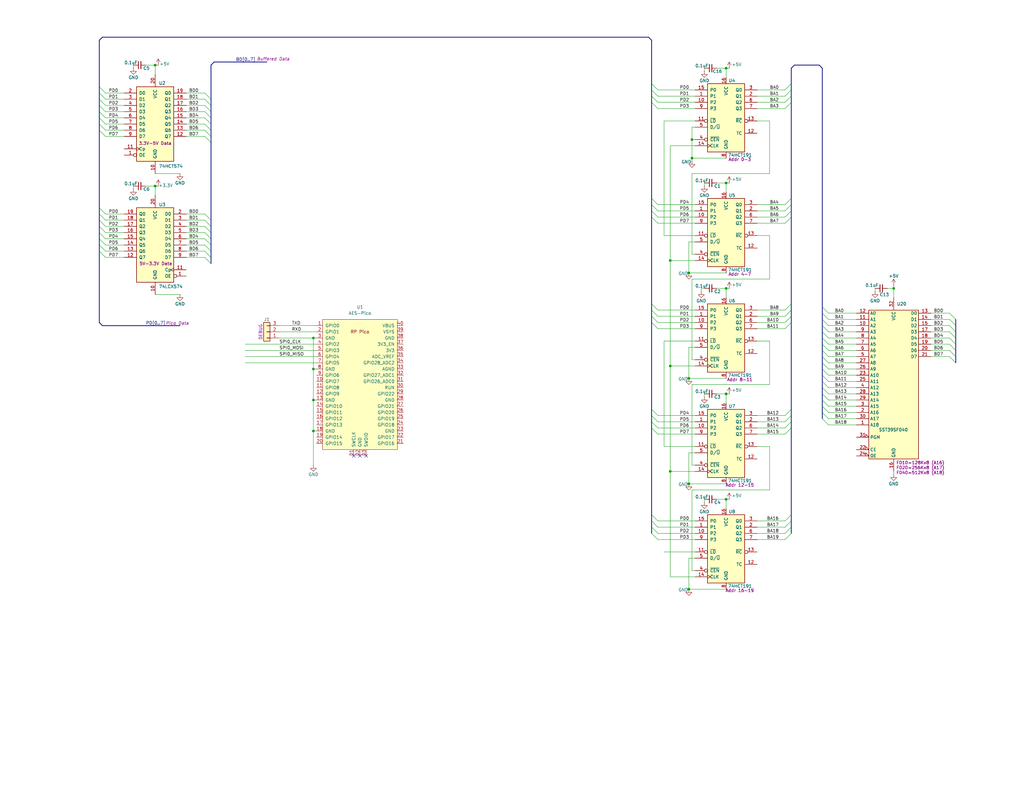
<source format=kicad_sch>
(kicad_sch
	(version 20250114)
	(generator "eeschema")
	(generator_version "9.0")
	(uuid "e911f333-789e-45e5-911e-dcecec8cc0e7")
	(paper "User" 419.1 323.85)
	(title_block
		(title "SD-PGMR : Flash Programmer")
		(rev "1.0")
		(company "SilkyDESIGN AES")
		(comment 1 "Copyright 2025 AES")
	)
	(lib_symbols
		(symbol "74xx:74HCT574"
			(pin_names
				(offset 1.016)
			)
			(exclude_from_sim no)
			(in_bom yes)
			(on_board yes)
			(property "Reference" "U"
				(at -7.62 16.51 0)
				(effects
					(font
						(size 1.27 1.27)
					)
				)
			)
			(property "Value" "74HCT574"
				(at -7.62 -16.51 0)
				(effects
					(font
						(size 1.27 1.27)
					)
				)
			)
			(property "Footprint" ""
				(at 0 0 0)
				(effects
					(font
						(size 1.27 1.27)
					)
					(hide yes)
				)
			)
			(property "Datasheet" "http://www.ti.com/lit/gpn/sn74HCT574"
				(at 0 0 0)
				(effects
					(font
						(size 1.27 1.27)
					)
					(hide yes)
				)
			)
			(property "Description" "8-bit Register, 3-state outputs"
				(at 0 0 0)
				(effects
					(font
						(size 1.27 1.27)
					)
					(hide yes)
				)
			)
			(property "ki_locked" ""
				(at 0 0 0)
				(effects
					(font
						(size 1.27 1.27)
					)
				)
			)
			(property "ki_keywords" "TTL REG DFF DFF8 3State"
				(at 0 0 0)
				(effects
					(font
						(size 1.27 1.27)
					)
					(hide yes)
				)
			)
			(property "ki_fp_filters" "DIP?20*"
				(at 0 0 0)
				(effects
					(font
						(size 1.27 1.27)
					)
					(hide yes)
				)
			)
			(symbol "74HCT574_1_0"
				(pin input line
					(at -12.7 12.7 0)
					(length 5.08)
					(name "D0"
						(effects
							(font
								(size 1.27 1.27)
							)
						)
					)
					(number "2"
						(effects
							(font
								(size 1.27 1.27)
							)
						)
					)
				)
				(pin input line
					(at -12.7 10.16 0)
					(length 5.08)
					(name "D1"
						(effects
							(font
								(size 1.27 1.27)
							)
						)
					)
					(number "3"
						(effects
							(font
								(size 1.27 1.27)
							)
						)
					)
				)
				(pin input line
					(at -12.7 7.62 0)
					(length 5.08)
					(name "D2"
						(effects
							(font
								(size 1.27 1.27)
							)
						)
					)
					(number "4"
						(effects
							(font
								(size 1.27 1.27)
							)
						)
					)
				)
				(pin input line
					(at -12.7 5.08 0)
					(length 5.08)
					(name "D3"
						(effects
							(font
								(size 1.27 1.27)
							)
						)
					)
					(number "5"
						(effects
							(font
								(size 1.27 1.27)
							)
						)
					)
				)
				(pin input line
					(at -12.7 2.54 0)
					(length 5.08)
					(name "D4"
						(effects
							(font
								(size 1.27 1.27)
							)
						)
					)
					(number "6"
						(effects
							(font
								(size 1.27 1.27)
							)
						)
					)
				)
				(pin input line
					(at -12.7 0 0)
					(length 5.08)
					(name "D5"
						(effects
							(font
								(size 1.27 1.27)
							)
						)
					)
					(number "7"
						(effects
							(font
								(size 1.27 1.27)
							)
						)
					)
				)
				(pin input line
					(at -12.7 -2.54 0)
					(length 5.08)
					(name "D6"
						(effects
							(font
								(size 1.27 1.27)
							)
						)
					)
					(number "8"
						(effects
							(font
								(size 1.27 1.27)
							)
						)
					)
				)
				(pin input line
					(at -12.7 -5.08 0)
					(length 5.08)
					(name "D7"
						(effects
							(font
								(size 1.27 1.27)
							)
						)
					)
					(number "9"
						(effects
							(font
								(size 1.27 1.27)
							)
						)
					)
				)
				(pin input clock
					(at -12.7 -10.16 0)
					(length 5.08)
					(name "Cp"
						(effects
							(font
								(size 1.27 1.27)
							)
						)
					)
					(number "11"
						(effects
							(font
								(size 1.27 1.27)
							)
						)
					)
				)
				(pin input inverted
					(at -12.7 -12.7 0)
					(length 5.08)
					(name "OE"
						(effects
							(font
								(size 1.27 1.27)
							)
						)
					)
					(number "1"
						(effects
							(font
								(size 1.27 1.27)
							)
						)
					)
				)
				(pin power_in line
					(at 0 20.32 270)
					(length 5.08)
					(name "VCC"
						(effects
							(font
								(size 1.27 1.27)
							)
						)
					)
					(number "20"
						(effects
							(font
								(size 1.27 1.27)
							)
						)
					)
				)
				(pin power_in line
					(at 0 -20.32 90)
					(length 5.08)
					(name "GND"
						(effects
							(font
								(size 1.27 1.27)
							)
						)
					)
					(number "10"
						(effects
							(font
								(size 1.27 1.27)
							)
						)
					)
				)
				(pin tri_state line
					(at 12.7 12.7 180)
					(length 5.08)
					(name "Q0"
						(effects
							(font
								(size 1.27 1.27)
							)
						)
					)
					(number "19"
						(effects
							(font
								(size 1.27 1.27)
							)
						)
					)
				)
				(pin tri_state line
					(at 12.7 10.16 180)
					(length 5.08)
					(name "Q1"
						(effects
							(font
								(size 1.27 1.27)
							)
						)
					)
					(number "18"
						(effects
							(font
								(size 1.27 1.27)
							)
						)
					)
				)
				(pin tri_state line
					(at 12.7 7.62 180)
					(length 5.08)
					(name "Q2"
						(effects
							(font
								(size 1.27 1.27)
							)
						)
					)
					(number "17"
						(effects
							(font
								(size 1.27 1.27)
							)
						)
					)
				)
				(pin tri_state line
					(at 12.7 5.08 180)
					(length 5.08)
					(name "Q3"
						(effects
							(font
								(size 1.27 1.27)
							)
						)
					)
					(number "16"
						(effects
							(font
								(size 1.27 1.27)
							)
						)
					)
				)
				(pin tri_state line
					(at 12.7 2.54 180)
					(length 5.08)
					(name "Q4"
						(effects
							(font
								(size 1.27 1.27)
							)
						)
					)
					(number "15"
						(effects
							(font
								(size 1.27 1.27)
							)
						)
					)
				)
				(pin tri_state line
					(at 12.7 0 180)
					(length 5.08)
					(name "Q5"
						(effects
							(font
								(size 1.27 1.27)
							)
						)
					)
					(number "14"
						(effects
							(font
								(size 1.27 1.27)
							)
						)
					)
				)
				(pin tri_state line
					(at 12.7 -2.54 180)
					(length 5.08)
					(name "Q6"
						(effects
							(font
								(size 1.27 1.27)
							)
						)
					)
					(number "13"
						(effects
							(font
								(size 1.27 1.27)
							)
						)
					)
				)
				(pin tri_state line
					(at 12.7 -5.08 180)
					(length 5.08)
					(name "Q7"
						(effects
							(font
								(size 1.27 1.27)
							)
						)
					)
					(number "12"
						(effects
							(font
								(size 1.27 1.27)
							)
						)
					)
				)
			)
			(symbol "74HCT574_1_1"
				(rectangle
					(start -7.62 15.24)
					(end 7.62 -15.24)
					(stroke
						(width 0.254)
						(type default)
					)
					(fill
						(type background)
					)
				)
			)
			(embedded_fonts no)
		)
		(symbol "AES_Library:74HCT191-AES"
			(pin_names
				(offset 1.016)
			)
			(exclude_from_sim no)
			(in_bom yes)
			(on_board yes)
			(property "Reference" "U"
				(at 1.778 13.97 0)
				(effects
					(font
						(size 1.27 1.27)
					)
				)
			)
			(property "Value" "74HCT191-AES"
				(at 8.128 -16.51 0)
				(effects
					(font
						(size 1.27 1.27)
					)
				)
			)
			(property "Footprint" ""
				(at 0 0 0)
				(effects
					(font
						(size 1.27 1.27)
					)
					(hide yes)
				)
			)
			(property "Datasheet" "http://www.ti.com/lit/gpn/sn74LS190"
				(at 0 0 0)
				(effects
					(font
						(size 1.27 1.27)
					)
					(hide yes)
				)
			)
			(property "Description" "4-bit Synchronous Up/Down Counter w/Load"
				(at 0 0 0)
				(effects
					(font
						(size 1.27 1.27)
					)
					(hide yes)
				)
			)
			(property "ki_keywords" "TTL CNT CNT4 74191"
				(at 0 0 0)
				(effects
					(font
						(size 1.27 1.27)
					)
					(hide yes)
				)
			)
			(property "ki_fp_filters" "DIP?16*"
				(at 0 0 0)
				(effects
					(font
						(size 1.27 1.27)
					)
					(hide yes)
				)
			)
			(symbol "74HCT191-AES_1_0"
				(pin input line
					(at -12.7 10.16 0)
					(length 5.08)
					(name "P0"
						(effects
							(font
								(size 1.27 1.27)
							)
						)
					)
					(number "15"
						(effects
							(font
								(size 1.27 1.27)
							)
						)
					)
				)
				(pin input line
					(at -12.7 7.62 0)
					(length 5.08)
					(name "P1"
						(effects
							(font
								(size 1.27 1.27)
							)
						)
					)
					(number "1"
						(effects
							(font
								(size 1.27 1.27)
							)
						)
					)
				)
				(pin input line
					(at -12.7 5.08 0)
					(length 5.08)
					(name "P2"
						(effects
							(font
								(size 1.27 1.27)
							)
						)
					)
					(number "10"
						(effects
							(font
								(size 1.27 1.27)
							)
						)
					)
				)
				(pin input line
					(at -12.7 2.54 0)
					(length 5.08)
					(name "P3"
						(effects
							(font
								(size 1.27 1.27)
							)
						)
					)
					(number "9"
						(effects
							(font
								(size 1.27 1.27)
							)
						)
					)
				)
				(pin input inverted
					(at -12.7 -2.54 0)
					(length 5.08)
					(name "~{LD}"
						(effects
							(font
								(size 1.27 1.27)
							)
						)
					)
					(number "11"
						(effects
							(font
								(size 1.27 1.27)
							)
						)
					)
				)
				(pin input line
					(at -12.7 -5.08 0)
					(length 5.08)
					(name "D/~{U}"
						(effects
							(font
								(size 1.27 1.27)
							)
						)
					)
					(number "5"
						(effects
							(font
								(size 1.27 1.27)
							)
						)
					)
				)
				(pin input inverted
					(at -12.7 -10.16 0)
					(length 5.08)
					(name "~{CEN}"
						(effects
							(font
								(size 1.27 1.27)
							)
						)
					)
					(number "4"
						(effects
							(font
								(size 1.27 1.27)
							)
						)
					)
				)
				(pin input clock
					(at -12.7 -12.7 0)
					(length 5.08)
					(name "CLK"
						(effects
							(font
								(size 1.27 1.27)
							)
						)
					)
					(number "14"
						(effects
							(font
								(size 1.27 1.27)
							)
						)
					)
				)
				(pin power_in line
					(at 0 15.24 270)
					(length 2.54)
					(name "VCC"
						(effects
							(font
								(size 1.27 1.27)
							)
						)
					)
					(number "16"
						(effects
							(font
								(size 1.27 1.27)
							)
						)
					)
				)
				(pin power_in line
					(at 0 -17.78 90)
					(length 2.54)
					(name "GND"
						(effects
							(font
								(size 1.27 1.27)
							)
						)
					)
					(number "8"
						(effects
							(font
								(size 1.27 1.27)
							)
						)
					)
				)
				(pin output line
					(at 12.7 10.16 180)
					(length 5.08)
					(name "Q0"
						(effects
							(font
								(size 1.27 1.27)
							)
						)
					)
					(number "3"
						(effects
							(font
								(size 1.27 1.27)
							)
						)
					)
				)
				(pin output line
					(at 12.7 7.62 180)
					(length 5.08)
					(name "Q1"
						(effects
							(font
								(size 1.27 1.27)
							)
						)
					)
					(number "2"
						(effects
							(font
								(size 1.27 1.27)
							)
						)
					)
				)
				(pin output line
					(at 12.7 5.08 180)
					(length 5.08)
					(name "Q2"
						(effects
							(font
								(size 1.27 1.27)
							)
						)
					)
					(number "6"
						(effects
							(font
								(size 1.27 1.27)
							)
						)
					)
				)
				(pin output line
					(at 12.7 2.54 180)
					(length 5.08)
					(name "Q3"
						(effects
							(font
								(size 1.27 1.27)
							)
						)
					)
					(number "7"
						(effects
							(font
								(size 1.27 1.27)
							)
						)
					)
				)
				(pin output inverted
					(at 12.7 -2.54 180)
					(length 5.08)
					(name "~{RC}"
						(effects
							(font
								(size 1.27 1.27)
							)
						)
					)
					(number "13"
						(effects
							(font
								(size 1.27 1.27)
							)
						)
					)
				)
				(pin output line
					(at 12.7 -7.62 180)
					(length 5.08)
					(name "TC"
						(effects
							(font
								(size 1.27 1.27)
							)
						)
					)
					(number "12"
						(effects
							(font
								(size 1.27 1.27)
							)
						)
					)
				)
			)
			(symbol "74HCT191-AES_1_1"
				(rectangle
					(start -7.62 12.7)
					(end 7.62 -15.24)
					(stroke
						(width 0.254)
						(type default)
					)
					(fill
						(type background)
					)
				)
			)
			(embedded_fonts no)
		)
		(symbol "AES_Library:AES-Pico"
			(pin_names
				(offset 1.016)
			)
			(exclude_from_sim no)
			(in_bom yes)
			(on_board yes)
			(property "Reference" "U"
				(at -13.97 27.94 0)
				(effects
					(font
						(size 1.27 1.27)
					)
				)
			)
			(property "Value" "AES-Pico"
				(at 0 19.05 0)
				(effects
					(font
						(size 1.27 1.27)
					)
				)
			)
			(property "Footprint" "RPi_Pico:RPi_Pico_SMD_TH"
				(at 0 0 90)
				(effects
					(font
						(size 1.27 1.27)
					)
					(hide yes)
				)
			)
			(property "Datasheet" ""
				(at 0 0 0)
				(effects
					(font
						(size 1.27 1.27)
					)
					(hide yes)
				)
			)
			(property "Description" ""
				(at 0 0 0)
				(effects
					(font
						(size 1.27 1.27)
					)
					(hide yes)
				)
			)
			(symbol "AES-Pico_0_1"
				(rectangle
					(start -15.24 26.67)
					(end 15.24 -26.67)
					(stroke
						(width 0)
						(type default)
					)
					(fill
						(type background)
					)
				)
			)
			(symbol "AES-Pico_1_0"
				(text "RP Pico"
					(at 0 21.59 0)
					(effects
						(font
							(size 1.27 1.27)
						)
					)
				)
			)
			(symbol "AES-Pico_1_1"
				(pin bidirectional line
					(at -17.78 24.13 0)
					(length 2.54)
					(name "GPIO0"
						(effects
							(font
								(size 1.27 1.27)
							)
						)
					)
					(number "1"
						(effects
							(font
								(size 1.27 1.27)
							)
						)
					)
				)
				(pin bidirectional line
					(at -17.78 21.59 0)
					(length 2.54)
					(name "GPIO1"
						(effects
							(font
								(size 1.27 1.27)
							)
						)
					)
					(number "2"
						(effects
							(font
								(size 1.27 1.27)
							)
						)
					)
				)
				(pin power_in line
					(at -17.78 19.05 0)
					(length 2.54)
					(name "GND"
						(effects
							(font
								(size 1.27 1.27)
							)
						)
					)
					(number "3"
						(effects
							(font
								(size 1.27 1.27)
							)
						)
					)
				)
				(pin bidirectional line
					(at -17.78 16.51 0)
					(length 2.54)
					(name "GPIO2"
						(effects
							(font
								(size 1.27 1.27)
							)
						)
					)
					(number "4"
						(effects
							(font
								(size 1.27 1.27)
							)
						)
					)
				)
				(pin bidirectional line
					(at -17.78 13.97 0)
					(length 2.54)
					(name "GPIO3"
						(effects
							(font
								(size 1.27 1.27)
							)
						)
					)
					(number "5"
						(effects
							(font
								(size 1.27 1.27)
							)
						)
					)
				)
				(pin bidirectional line
					(at -17.78 11.43 0)
					(length 2.54)
					(name "GPIO4"
						(effects
							(font
								(size 1.27 1.27)
							)
						)
					)
					(number "6"
						(effects
							(font
								(size 1.27 1.27)
							)
						)
					)
				)
				(pin bidirectional line
					(at -17.78 8.89 0)
					(length 2.54)
					(name "GPIO5"
						(effects
							(font
								(size 1.27 1.27)
							)
						)
					)
					(number "7"
						(effects
							(font
								(size 1.27 1.27)
							)
						)
					)
				)
				(pin power_in line
					(at -17.78 6.35 0)
					(length 2.54)
					(name "GND"
						(effects
							(font
								(size 1.27 1.27)
							)
						)
					)
					(number "8"
						(effects
							(font
								(size 1.27 1.27)
							)
						)
					)
				)
				(pin bidirectional line
					(at -17.78 3.81 0)
					(length 2.54)
					(name "GPIO6"
						(effects
							(font
								(size 1.27 1.27)
							)
						)
					)
					(number "9"
						(effects
							(font
								(size 1.27 1.27)
							)
						)
					)
				)
				(pin bidirectional line
					(at -17.78 1.27 0)
					(length 2.54)
					(name "GPIO7"
						(effects
							(font
								(size 1.27 1.27)
							)
						)
					)
					(number "10"
						(effects
							(font
								(size 1.27 1.27)
							)
						)
					)
				)
				(pin bidirectional line
					(at -17.78 -1.27 0)
					(length 2.54)
					(name "GPIO8"
						(effects
							(font
								(size 1.27 1.27)
							)
						)
					)
					(number "11"
						(effects
							(font
								(size 1.27 1.27)
							)
						)
					)
				)
				(pin bidirectional line
					(at -17.78 -3.81 0)
					(length 2.54)
					(name "GPIO9"
						(effects
							(font
								(size 1.27 1.27)
							)
						)
					)
					(number "12"
						(effects
							(font
								(size 1.27 1.27)
							)
						)
					)
				)
				(pin power_in line
					(at -17.78 -6.35 0)
					(length 2.54)
					(name "GND"
						(effects
							(font
								(size 1.27 1.27)
							)
						)
					)
					(number "13"
						(effects
							(font
								(size 1.27 1.27)
							)
						)
					)
				)
				(pin bidirectional line
					(at -17.78 -8.89 0)
					(length 2.54)
					(name "GPIO10"
						(effects
							(font
								(size 1.27 1.27)
							)
						)
					)
					(number "14"
						(effects
							(font
								(size 1.27 1.27)
							)
						)
					)
				)
				(pin bidirectional line
					(at -17.78 -11.43 0)
					(length 2.54)
					(name "GPIO11"
						(effects
							(font
								(size 1.27 1.27)
							)
						)
					)
					(number "15"
						(effects
							(font
								(size 1.27 1.27)
							)
						)
					)
				)
				(pin bidirectional line
					(at -17.78 -13.97 0)
					(length 2.54)
					(name "GPIO12"
						(effects
							(font
								(size 1.27 1.27)
							)
						)
					)
					(number "16"
						(effects
							(font
								(size 1.27 1.27)
							)
						)
					)
				)
				(pin bidirectional line
					(at -17.78 -16.51 0)
					(length 2.54)
					(name "GPIO13"
						(effects
							(font
								(size 1.27 1.27)
							)
						)
					)
					(number "17"
						(effects
							(font
								(size 1.27 1.27)
							)
						)
					)
				)
				(pin power_in line
					(at -17.78 -19.05 0)
					(length 2.54)
					(name "GND"
						(effects
							(font
								(size 1.27 1.27)
							)
						)
					)
					(number "18"
						(effects
							(font
								(size 1.27 1.27)
							)
						)
					)
				)
				(pin bidirectional line
					(at -17.78 -21.59 0)
					(length 2.54)
					(name "GPIO14"
						(effects
							(font
								(size 1.27 1.27)
							)
						)
					)
					(number "19"
						(effects
							(font
								(size 1.27 1.27)
							)
						)
					)
				)
				(pin bidirectional line
					(at -17.78 -24.13 0)
					(length 2.54)
					(name "GPIO15"
						(effects
							(font
								(size 1.27 1.27)
							)
						)
					)
					(number "20"
						(effects
							(font
								(size 1.27 1.27)
							)
						)
					)
				)
				(pin input line
					(at -2.54 -29.21 90)
					(length 2.54)
					(name "SWCLK"
						(effects
							(font
								(size 1.27 1.27)
							)
						)
					)
					(number "D1"
						(effects
							(font
								(size 1.27 1.27)
							)
						)
					)
				)
				(pin power_in line
					(at 0 -29.21 90)
					(length 2.54)
					(name "GND"
						(effects
							(font
								(size 1.27 1.27)
							)
						)
					)
					(number "D2"
						(effects
							(font
								(size 1.27 1.27)
							)
						)
					)
				)
				(pin bidirectional line
					(at 2.54 -29.21 90)
					(length 2.54)
					(name "SWDIO"
						(effects
							(font
								(size 1.27 1.27)
							)
						)
					)
					(number "D3"
						(effects
							(font
								(size 1.27 1.27)
							)
						)
					)
				)
				(pin power_out line
					(at 17.78 24.13 180)
					(length 2.54)
					(name "VBUS"
						(effects
							(font
								(size 1.27 1.27)
							)
						)
					)
					(number "40"
						(effects
							(font
								(size 1.27 1.27)
							)
						)
					)
				)
				(pin power_in line
					(at 17.78 21.59 180)
					(length 2.54)
					(name "VSYS"
						(effects
							(font
								(size 1.27 1.27)
							)
						)
					)
					(number "39"
						(effects
							(font
								(size 1.27 1.27)
							)
						)
					)
				)
				(pin power_in line
					(at 17.78 19.05 180)
					(length 2.54)
					(name "GND"
						(effects
							(font
								(size 1.27 1.27)
							)
						)
					)
					(number "38"
						(effects
							(font
								(size 1.27 1.27)
							)
						)
					)
				)
				(pin input line
					(at 17.78 16.51 180)
					(length 2.54)
					(name "3V3_EN"
						(effects
							(font
								(size 1.27 1.27)
							)
						)
					)
					(number "37"
						(effects
							(font
								(size 1.27 1.27)
							)
						)
					)
				)
				(pin power_out line
					(at 17.78 13.97 180)
					(length 2.54)
					(name "3V3"
						(effects
							(font
								(size 1.27 1.27)
							)
						)
					)
					(number "36"
						(effects
							(font
								(size 1.27 1.27)
							)
						)
					)
				)
				(pin power_in line
					(at 17.78 11.43 180)
					(length 2.54)
					(name "ADC_VREF"
						(effects
							(font
								(size 1.27 1.27)
							)
						)
					)
					(number "35"
						(effects
							(font
								(size 1.27 1.27)
							)
						)
					)
				)
				(pin bidirectional line
					(at 17.78 8.89 180)
					(length 2.54)
					(name "GPIO28_ADC2"
						(effects
							(font
								(size 1.27 1.27)
							)
						)
					)
					(number "34"
						(effects
							(font
								(size 1.27 1.27)
							)
						)
					)
				)
				(pin power_in line
					(at 17.78 6.35 180)
					(length 2.54)
					(name "AGND"
						(effects
							(font
								(size 1.27 1.27)
							)
						)
					)
					(number "33"
						(effects
							(font
								(size 1.27 1.27)
							)
						)
					)
				)
				(pin bidirectional line
					(at 17.78 3.81 180)
					(length 2.54)
					(name "GPIO27_ADC1"
						(effects
							(font
								(size 1.27 1.27)
							)
						)
					)
					(number "32"
						(effects
							(font
								(size 1.27 1.27)
							)
						)
					)
				)
				(pin bidirectional line
					(at 17.78 1.27 180)
					(length 2.54)
					(name "GPIO26_ADC0"
						(effects
							(font
								(size 1.27 1.27)
							)
						)
					)
					(number "31"
						(effects
							(font
								(size 1.27 1.27)
							)
						)
					)
				)
				(pin input line
					(at 17.78 -1.27 180)
					(length 2.54)
					(name "RUN"
						(effects
							(font
								(size 1.27 1.27)
							)
						)
					)
					(number "30"
						(effects
							(font
								(size 1.27 1.27)
							)
						)
					)
				)
				(pin bidirectional line
					(at 17.78 -3.81 180)
					(length 2.54)
					(name "GPIO22"
						(effects
							(font
								(size 1.27 1.27)
							)
						)
					)
					(number "29"
						(effects
							(font
								(size 1.27 1.27)
							)
						)
					)
				)
				(pin power_in line
					(at 17.78 -6.35 180)
					(length 2.54)
					(name "GND"
						(effects
							(font
								(size 1.27 1.27)
							)
						)
					)
					(number "28"
						(effects
							(font
								(size 1.27 1.27)
							)
						)
					)
				)
				(pin bidirectional line
					(at 17.78 -8.89 180)
					(length 2.54)
					(name "GPIO21"
						(effects
							(font
								(size 1.27 1.27)
							)
						)
					)
					(number "27"
						(effects
							(font
								(size 1.27 1.27)
							)
						)
					)
				)
				(pin bidirectional line
					(at 17.78 -11.43 180)
					(length 2.54)
					(name "GPIO20"
						(effects
							(font
								(size 1.27 1.27)
							)
						)
					)
					(number "26"
						(effects
							(font
								(size 1.27 1.27)
							)
						)
					)
				)
				(pin bidirectional line
					(at 17.78 -13.97 180)
					(length 2.54)
					(name "GPIO19"
						(effects
							(font
								(size 1.27 1.27)
							)
						)
					)
					(number "25"
						(effects
							(font
								(size 1.27 1.27)
							)
						)
					)
				)
				(pin bidirectional line
					(at 17.78 -16.51 180)
					(length 2.54)
					(name "GPIO18"
						(effects
							(font
								(size 1.27 1.27)
							)
						)
					)
					(number "24"
						(effects
							(font
								(size 1.27 1.27)
							)
						)
					)
				)
				(pin power_in line
					(at 17.78 -19.05 180)
					(length 2.54)
					(name "GND"
						(effects
							(font
								(size 1.27 1.27)
							)
						)
					)
					(number "23"
						(effects
							(font
								(size 1.27 1.27)
							)
						)
					)
				)
				(pin bidirectional line
					(at 17.78 -21.59 180)
					(length 2.54)
					(name "GPIO17"
						(effects
							(font
								(size 1.27 1.27)
							)
						)
					)
					(number "22"
						(effects
							(font
								(size 1.27 1.27)
							)
						)
					)
				)
				(pin bidirectional line
					(at 17.78 -24.13 180)
					(length 2.54)
					(name "GPIO16"
						(effects
							(font
								(size 1.27 1.27)
							)
						)
					)
					(number "21"
						(effects
							(font
								(size 1.27 1.27)
							)
						)
					)
				)
			)
			(embedded_fonts no)
		)
		(symbol "Connector_Generic:Conn_01x03"
			(pin_names
				(offset 1.016)
				(hide yes)
			)
			(exclude_from_sim no)
			(in_bom yes)
			(on_board yes)
			(property "Reference" "J"
				(at 0 5.08 0)
				(effects
					(font
						(size 1.27 1.27)
					)
				)
			)
			(property "Value" "Conn_01x03"
				(at 0 -5.08 0)
				(effects
					(font
						(size 1.27 1.27)
					)
				)
			)
			(property "Footprint" ""
				(at 0 0 0)
				(effects
					(font
						(size 1.27 1.27)
					)
					(hide yes)
				)
			)
			(property "Datasheet" "~"
				(at 0 0 0)
				(effects
					(font
						(size 1.27 1.27)
					)
					(hide yes)
				)
			)
			(property "Description" "Generic connector, single row, 01x03, script generated (kicad-library-utils/schlib/autogen/connector/)"
				(at 0 0 0)
				(effects
					(font
						(size 1.27 1.27)
					)
					(hide yes)
				)
			)
			(property "ki_keywords" "connector"
				(at 0 0 0)
				(effects
					(font
						(size 1.27 1.27)
					)
					(hide yes)
				)
			)
			(property "ki_fp_filters" "Connector*:*_1x??_*"
				(at 0 0 0)
				(effects
					(font
						(size 1.27 1.27)
					)
					(hide yes)
				)
			)
			(symbol "Conn_01x03_1_1"
				(rectangle
					(start -1.27 3.81)
					(end 1.27 -3.81)
					(stroke
						(width 0.254)
						(type default)
					)
					(fill
						(type background)
					)
				)
				(rectangle
					(start -1.27 2.667)
					(end 0 2.413)
					(stroke
						(width 0.1524)
						(type default)
					)
					(fill
						(type none)
					)
				)
				(rectangle
					(start -1.27 0.127)
					(end 0 -0.127)
					(stroke
						(width 0.1524)
						(type default)
					)
					(fill
						(type none)
					)
				)
				(rectangle
					(start -1.27 -2.413)
					(end 0 -2.667)
					(stroke
						(width 0.1524)
						(type default)
					)
					(fill
						(type none)
					)
				)
				(pin passive line
					(at -5.08 2.54 0)
					(length 3.81)
					(name "Pin_1"
						(effects
							(font
								(size 1.27 1.27)
							)
						)
					)
					(number "1"
						(effects
							(font
								(size 1.27 1.27)
							)
						)
					)
				)
				(pin passive line
					(at -5.08 0 0)
					(length 3.81)
					(name "Pin_2"
						(effects
							(font
								(size 1.27 1.27)
							)
						)
					)
					(number "2"
						(effects
							(font
								(size 1.27 1.27)
							)
						)
					)
				)
				(pin passive line
					(at -5.08 -2.54 0)
					(length 3.81)
					(name "Pin_3"
						(effects
							(font
								(size 1.27 1.27)
							)
						)
					)
					(number "3"
						(effects
							(font
								(size 1.27 1.27)
							)
						)
					)
				)
			)
			(embedded_fonts no)
		)
		(symbol "Device:C_Small"
			(pin_numbers
				(hide yes)
			)
			(pin_names
				(offset 0.254)
				(hide yes)
			)
			(exclude_from_sim no)
			(in_bom yes)
			(on_board yes)
			(property "Reference" "C"
				(at 0.254 1.778 0)
				(effects
					(font
						(size 1.27 1.27)
					)
					(justify left)
				)
			)
			(property "Value" "C_Small"
				(at 0.254 -2.032 0)
				(effects
					(font
						(size 1.27 1.27)
					)
					(justify left)
				)
			)
			(property "Footprint" ""
				(at 0 0 0)
				(effects
					(font
						(size 1.27 1.27)
					)
					(hide yes)
				)
			)
			(property "Datasheet" "~"
				(at 0 0 0)
				(effects
					(font
						(size 1.27 1.27)
					)
					(hide yes)
				)
			)
			(property "Description" "Unpolarized capacitor, small symbol"
				(at 0 0 0)
				(effects
					(font
						(size 1.27 1.27)
					)
					(hide yes)
				)
			)
			(property "ki_keywords" "capacitor cap"
				(at 0 0 0)
				(effects
					(font
						(size 1.27 1.27)
					)
					(hide yes)
				)
			)
			(property "ki_fp_filters" "C_*"
				(at 0 0 0)
				(effects
					(font
						(size 1.27 1.27)
					)
					(hide yes)
				)
			)
			(symbol "C_Small_0_1"
				(polyline
					(pts
						(xy -1.524 0.508) (xy 1.524 0.508)
					)
					(stroke
						(width 0.3048)
						(type default)
					)
					(fill
						(type none)
					)
				)
				(polyline
					(pts
						(xy -1.524 -0.508) (xy 1.524 -0.508)
					)
					(stroke
						(width 0.3302)
						(type default)
					)
					(fill
						(type none)
					)
				)
			)
			(symbol "C_Small_1_1"
				(pin passive line
					(at 0 2.54 270)
					(length 2.032)
					(name "~"
						(effects
							(font
								(size 1.27 1.27)
							)
						)
					)
					(number "1"
						(effects
							(font
								(size 1.27 1.27)
							)
						)
					)
				)
				(pin passive line
					(at 0 -2.54 90)
					(length 2.032)
					(name "~"
						(effects
							(font
								(size 1.27 1.27)
							)
						)
					)
					(number "2"
						(effects
							(font
								(size 1.27 1.27)
							)
						)
					)
				)
			)
			(embedded_fonts no)
		)
		(symbol "Memory_Flash:SST39SF040"
			(exclude_from_sim no)
			(in_bom yes)
			(on_board yes)
			(property "Reference" "U"
				(at 2.54 33.02 0)
				(effects
					(font
						(size 1.27 1.27)
					)
				)
			)
			(property "Value" "SST39SF040"
				(at 0 -30.48 0)
				(effects
					(font
						(size 1.27 1.27)
					)
				)
			)
			(property "Footprint" ""
				(at 0 7.62 0)
				(effects
					(font
						(size 1.27 1.27)
					)
					(hide yes)
				)
			)
			(property "Datasheet" "http://ww1.microchip.com/downloads/en/DeviceDoc/25022B.pdf"
				(at 0 7.62 0)
				(effects
					(font
						(size 1.27 1.27)
					)
					(hide yes)
				)
			)
			(property "Description" "Silicon Storage Technology (SSF) 512k x 8 Flash ROM"
				(at 0 0 0)
				(effects
					(font
						(size 1.27 1.27)
					)
					(hide yes)
				)
			)
			(property "ki_keywords" "512k flash rom"
				(at 0 0 0)
				(effects
					(font
						(size 1.27 1.27)
					)
					(hide yes)
				)
			)
			(symbol "SST39SF040_0_0"
				(pin power_in line
					(at 0 36.83 270)
					(length 5.08)
					(name "VCC"
						(effects
							(font
								(size 1.27 1.27)
							)
						)
					)
					(number "32"
						(effects
							(font
								(size 1.27 1.27)
							)
						)
					)
				)
				(pin power_in line
					(at 0 -34.29 90)
					(length 5.08)
					(name "GND"
						(effects
							(font
								(size 1.27 1.27)
							)
						)
					)
					(number "16"
						(effects
							(font
								(size 1.27 1.27)
							)
						)
					)
				)
			)
			(symbol "SST39SF040_0_1"
				(rectangle
					(start -10.16 31.75)
					(end 10.16 -29.21)
					(stroke
						(width 0.254)
						(type default)
					)
					(fill
						(type background)
					)
				)
			)
			(symbol "SST39SF040_1_1"
				(pin input line
					(at -15.24 30.48 0)
					(length 5.08)
					(name "A0"
						(effects
							(font
								(size 1.27 1.27)
							)
						)
					)
					(number "12"
						(effects
							(font
								(size 1.27 1.27)
							)
						)
					)
				)
				(pin input line
					(at -15.24 27.94 0)
					(length 5.08)
					(name "A1"
						(effects
							(font
								(size 1.27 1.27)
							)
						)
					)
					(number "11"
						(effects
							(font
								(size 1.27 1.27)
							)
						)
					)
				)
				(pin input line
					(at -15.24 25.4 0)
					(length 5.08)
					(name "A2"
						(effects
							(font
								(size 1.27 1.27)
							)
						)
					)
					(number "10"
						(effects
							(font
								(size 1.27 1.27)
							)
						)
					)
				)
				(pin input line
					(at -15.24 22.86 0)
					(length 5.08)
					(name "A3"
						(effects
							(font
								(size 1.27 1.27)
							)
						)
					)
					(number "9"
						(effects
							(font
								(size 1.27 1.27)
							)
						)
					)
				)
				(pin input line
					(at -15.24 20.32 0)
					(length 5.08)
					(name "A4"
						(effects
							(font
								(size 1.27 1.27)
							)
						)
					)
					(number "8"
						(effects
							(font
								(size 1.27 1.27)
							)
						)
					)
				)
				(pin input line
					(at -15.24 17.78 0)
					(length 5.08)
					(name "A5"
						(effects
							(font
								(size 1.27 1.27)
							)
						)
					)
					(number "7"
						(effects
							(font
								(size 1.27 1.27)
							)
						)
					)
				)
				(pin input line
					(at -15.24 15.24 0)
					(length 5.08)
					(name "A6"
						(effects
							(font
								(size 1.27 1.27)
							)
						)
					)
					(number "6"
						(effects
							(font
								(size 1.27 1.27)
							)
						)
					)
				)
				(pin input line
					(at -15.24 12.7 0)
					(length 5.08)
					(name "A7"
						(effects
							(font
								(size 1.27 1.27)
							)
						)
					)
					(number "5"
						(effects
							(font
								(size 1.27 1.27)
							)
						)
					)
				)
				(pin input line
					(at -15.24 10.16 0)
					(length 5.08)
					(name "A8"
						(effects
							(font
								(size 1.27 1.27)
							)
						)
					)
					(number "27"
						(effects
							(font
								(size 1.27 1.27)
							)
						)
					)
				)
				(pin input line
					(at -15.24 7.62 0)
					(length 5.08)
					(name "A9"
						(effects
							(font
								(size 1.27 1.27)
							)
						)
					)
					(number "26"
						(effects
							(font
								(size 1.27 1.27)
							)
						)
					)
				)
				(pin input line
					(at -15.24 5.08 0)
					(length 5.08)
					(name "A10"
						(effects
							(font
								(size 1.27 1.27)
							)
						)
					)
					(number "23"
						(effects
							(font
								(size 1.27 1.27)
							)
						)
					)
				)
				(pin input line
					(at -15.24 2.54 0)
					(length 5.08)
					(name "A11"
						(effects
							(font
								(size 1.27 1.27)
							)
						)
					)
					(number "25"
						(effects
							(font
								(size 1.27 1.27)
							)
						)
					)
				)
				(pin input line
					(at -15.24 0 0)
					(length 5.08)
					(name "A12"
						(effects
							(font
								(size 1.27 1.27)
							)
						)
					)
					(number "4"
						(effects
							(font
								(size 1.27 1.27)
							)
						)
					)
				)
				(pin input line
					(at -15.24 -2.54 0)
					(length 5.08)
					(name "A13"
						(effects
							(font
								(size 1.27 1.27)
							)
						)
					)
					(number "28"
						(effects
							(font
								(size 1.27 1.27)
							)
						)
					)
				)
				(pin input line
					(at -15.24 -5.08 0)
					(length 5.08)
					(name "A14"
						(effects
							(font
								(size 1.27 1.27)
							)
						)
					)
					(number "29"
						(effects
							(font
								(size 1.27 1.27)
							)
						)
					)
				)
				(pin input line
					(at -15.24 -7.62 0)
					(length 5.08)
					(name "A15"
						(effects
							(font
								(size 1.27 1.27)
							)
						)
					)
					(number "3"
						(effects
							(font
								(size 1.27 1.27)
							)
						)
					)
				)
				(pin input line
					(at -15.24 -10.16 0)
					(length 5.08)
					(name "A16"
						(effects
							(font
								(size 1.27 1.27)
							)
						)
					)
					(number "2"
						(effects
							(font
								(size 1.27 1.27)
							)
						)
					)
				)
				(pin input line
					(at -15.24 -12.7 0)
					(length 5.08)
					(name "A17"
						(effects
							(font
								(size 1.27 1.27)
							)
						)
					)
					(number "30"
						(effects
							(font
								(size 1.27 1.27)
							)
						)
					)
				)
				(pin input line
					(at -15.24 -15.24 0)
					(length 5.08)
					(name "A18"
						(effects
							(font
								(size 1.27 1.27)
							)
						)
					)
					(number "1"
						(effects
							(font
								(size 1.27 1.27)
							)
						)
					)
				)
				(pin input input_low
					(at -15.24 -20.32 0)
					(length 5.08)
					(name "PGM"
						(effects
							(font
								(size 1.27 1.27)
							)
						)
					)
					(number "31"
						(effects
							(font
								(size 1.27 1.27)
							)
						)
					)
				)
				(pin input input_low
					(at -15.24 -25.4 0)
					(length 5.08)
					(name "CE"
						(effects
							(font
								(size 1.27 1.27)
							)
						)
					)
					(number "22"
						(effects
							(font
								(size 1.27 1.27)
							)
						)
					)
				)
				(pin input input_low
					(at -15.24 -27.94 0)
					(length 5.08)
					(name "OE"
						(effects
							(font
								(size 1.27 1.27)
							)
						)
					)
					(number "24"
						(effects
							(font
								(size 1.27 1.27)
							)
						)
					)
				)
				(pin tri_state line
					(at 15.24 30.48 180)
					(length 5.08)
					(name "D0"
						(effects
							(font
								(size 1.27 1.27)
							)
						)
					)
					(number "13"
						(effects
							(font
								(size 1.27 1.27)
							)
						)
					)
				)
				(pin tri_state line
					(at 15.24 27.94 180)
					(length 5.08)
					(name "D1"
						(effects
							(font
								(size 1.27 1.27)
							)
						)
					)
					(number "14"
						(effects
							(font
								(size 1.27 1.27)
							)
						)
					)
				)
				(pin tri_state line
					(at 15.24 25.4 180)
					(length 5.08)
					(name "D2"
						(effects
							(font
								(size 1.27 1.27)
							)
						)
					)
					(number "15"
						(effects
							(font
								(size 1.27 1.27)
							)
						)
					)
				)
				(pin tri_state line
					(at 15.24 22.86 180)
					(length 5.08)
					(name "D3"
						(effects
							(font
								(size 1.27 1.27)
							)
						)
					)
					(number "17"
						(effects
							(font
								(size 1.27 1.27)
							)
						)
					)
				)
				(pin tri_state line
					(at 15.24 20.32 180)
					(length 5.08)
					(name "D4"
						(effects
							(font
								(size 1.27 1.27)
							)
						)
					)
					(number "18"
						(effects
							(font
								(size 1.27 1.27)
							)
						)
					)
				)
				(pin tri_state line
					(at 15.24 17.78 180)
					(length 5.08)
					(name "D5"
						(effects
							(font
								(size 1.27 1.27)
							)
						)
					)
					(number "19"
						(effects
							(font
								(size 1.27 1.27)
							)
						)
					)
				)
				(pin tri_state line
					(at 15.24 15.24 180)
					(length 5.08)
					(name "D6"
						(effects
							(font
								(size 1.27 1.27)
							)
						)
					)
					(number "20"
						(effects
							(font
								(size 1.27 1.27)
							)
						)
					)
				)
				(pin tri_state line
					(at 15.24 12.7 180)
					(length 5.08)
					(name "D7"
						(effects
							(font
								(size 1.27 1.27)
							)
						)
					)
					(number "21"
						(effects
							(font
								(size 1.27 1.27)
							)
						)
					)
				)
			)
			(embedded_fonts no)
		)
		(symbol "power:+3.3V"
			(power)
			(pin_numbers
				(hide yes)
			)
			(pin_names
				(offset 0)
				(hide yes)
			)
			(exclude_from_sim no)
			(in_bom yes)
			(on_board yes)
			(property "Reference" "#PWR"
				(at 0 -3.81 0)
				(effects
					(font
						(size 1.27 1.27)
					)
					(hide yes)
				)
			)
			(property "Value" "+3.3V"
				(at 0 3.556 0)
				(effects
					(font
						(size 1.27 1.27)
					)
				)
			)
			(property "Footprint" ""
				(at 0 0 0)
				(effects
					(font
						(size 1.27 1.27)
					)
					(hide yes)
				)
			)
			(property "Datasheet" ""
				(at 0 0 0)
				(effects
					(font
						(size 1.27 1.27)
					)
					(hide yes)
				)
			)
			(property "Description" "Power symbol creates a global label with name \"+3.3V\""
				(at 0 0 0)
				(effects
					(font
						(size 1.27 1.27)
					)
					(hide yes)
				)
			)
			(property "ki_keywords" "global power"
				(at 0 0 0)
				(effects
					(font
						(size 1.27 1.27)
					)
					(hide yes)
				)
			)
			(symbol "+3.3V_0_1"
				(polyline
					(pts
						(xy -0.762 1.27) (xy 0 2.54)
					)
					(stroke
						(width 0)
						(type default)
					)
					(fill
						(type none)
					)
				)
				(polyline
					(pts
						(xy 0 2.54) (xy 0.762 1.27)
					)
					(stroke
						(width 0)
						(type default)
					)
					(fill
						(type none)
					)
				)
				(polyline
					(pts
						(xy 0 0) (xy 0 2.54)
					)
					(stroke
						(width 0)
						(type default)
					)
					(fill
						(type none)
					)
				)
			)
			(symbol "+3.3V_1_1"
				(pin power_in line
					(at 0 0 90)
					(length 0)
					(name "~"
						(effects
							(font
								(size 1.27 1.27)
							)
						)
					)
					(number "1"
						(effects
							(font
								(size 1.27 1.27)
							)
						)
					)
				)
			)
			(embedded_fonts no)
		)
		(symbol "power:+5V"
			(power)
			(pin_numbers
				(hide yes)
			)
			(pin_names
				(offset 0)
				(hide yes)
			)
			(exclude_from_sim no)
			(in_bom yes)
			(on_board yes)
			(property "Reference" "#PWR"
				(at 0 -3.81 0)
				(effects
					(font
						(size 1.27 1.27)
					)
					(hide yes)
				)
			)
			(property "Value" "+5V"
				(at 0 3.556 0)
				(effects
					(font
						(size 1.27 1.27)
					)
				)
			)
			(property "Footprint" ""
				(at 0 0 0)
				(effects
					(font
						(size 1.27 1.27)
					)
					(hide yes)
				)
			)
			(property "Datasheet" ""
				(at 0 0 0)
				(effects
					(font
						(size 1.27 1.27)
					)
					(hide yes)
				)
			)
			(property "Description" "Power symbol creates a global label with name \"+5V\""
				(at 0 0 0)
				(effects
					(font
						(size 1.27 1.27)
					)
					(hide yes)
				)
			)
			(property "ki_keywords" "global power"
				(at 0 0 0)
				(effects
					(font
						(size 1.27 1.27)
					)
					(hide yes)
				)
			)
			(symbol "+5V_0_1"
				(polyline
					(pts
						(xy -0.762 1.27) (xy 0 2.54)
					)
					(stroke
						(width 0)
						(type default)
					)
					(fill
						(type none)
					)
				)
				(polyline
					(pts
						(xy 0 2.54) (xy 0.762 1.27)
					)
					(stroke
						(width 0)
						(type default)
					)
					(fill
						(type none)
					)
				)
				(polyline
					(pts
						(xy 0 0) (xy 0 2.54)
					)
					(stroke
						(width 0)
						(type default)
					)
					(fill
						(type none)
					)
				)
			)
			(symbol "+5V_1_1"
				(pin power_in line
					(at 0 0 90)
					(length 0)
					(name "~"
						(effects
							(font
								(size 1.27 1.27)
							)
						)
					)
					(number "1"
						(effects
							(font
								(size 1.27 1.27)
							)
						)
					)
				)
			)
			(embedded_fonts no)
		)
		(symbol "power:GND"
			(power)
			(pin_numbers
				(hide yes)
			)
			(pin_names
				(offset 0)
				(hide yes)
			)
			(exclude_from_sim no)
			(in_bom yes)
			(on_board yes)
			(property "Reference" "#PWR"
				(at 0 -6.35 0)
				(effects
					(font
						(size 1.27 1.27)
					)
					(hide yes)
				)
			)
			(property "Value" "GND"
				(at 0 -3.81 0)
				(effects
					(font
						(size 1.27 1.27)
					)
				)
			)
			(property "Footprint" ""
				(at 0 0 0)
				(effects
					(font
						(size 1.27 1.27)
					)
					(hide yes)
				)
			)
			(property "Datasheet" ""
				(at 0 0 0)
				(effects
					(font
						(size 1.27 1.27)
					)
					(hide yes)
				)
			)
			(property "Description" "Power symbol creates a global label with name \"GND\" , ground"
				(at 0 0 0)
				(effects
					(font
						(size 1.27 1.27)
					)
					(hide yes)
				)
			)
			(property "ki_keywords" "global power"
				(at 0 0 0)
				(effects
					(font
						(size 1.27 1.27)
					)
					(hide yes)
				)
			)
			(symbol "GND_0_1"
				(polyline
					(pts
						(xy 0 0) (xy 0 -1.27) (xy 1.27 -1.27) (xy 0 -2.54) (xy -1.27 -1.27) (xy 0 -1.27)
					)
					(stroke
						(width 0)
						(type default)
					)
					(fill
						(type none)
					)
				)
			)
			(symbol "GND_1_1"
				(pin power_in line
					(at 0 0 270)
					(length 0)
					(name "~"
						(effects
							(font
								(size 1.27 1.27)
							)
						)
					)
					(number "1"
						(effects
							(font
								(size 1.27 1.27)
							)
						)
					)
				)
			)
			(embedded_fonts no)
		)
	)
	(junction
		(at 297.18 118.11)
		(diameter 0)
		(color 0 0 0 0)
		(uuid "143a633e-5c12-4917-9125-53e2333e8212")
	)
	(junction
		(at 63.5 26.67)
		(diameter 0)
		(color 0 0 0 0)
		(uuid "18b7f338-507b-4842-97a0-53e2975b845b")
	)
	(junction
		(at 128.27 138.43)
		(diameter 0)
		(color 0 0 0 0)
		(uuid "1910be38-6382-4818-9c1a-e30f273fb941")
	)
	(junction
		(at 274.32 106.68)
		(diameter 0)
		(color 0 0 0 0)
		(uuid "1fdb85a6-ee2a-4186-8f40-baf32f664ab0")
	)
	(junction
		(at 297.18 204.47)
		(diameter 0)
		(color 0 0 0 0)
		(uuid "2a7c46fe-c33f-411b-bcff-0dc54796cc7c")
	)
	(junction
		(at 281.94 198.12)
		(diameter 0)
		(color 0 0 0 0)
		(uuid "2aff633d-49c0-4b88-b51a-90407725a02b")
	)
	(junction
		(at 63.5 76.2)
		(diameter 0)
		(color 0 0 0 0)
		(uuid "2fb28697-2a29-43c6-a600-be387bf78b4b")
	)
	(junction
		(at 283.21 64.77)
		(diameter 0)
		(color 0 0 0 0)
		(uuid "30a721b7-5de7-4c03-95d5-6c9579563b6e")
	)
	(junction
		(at 297.18 27.94)
		(diameter 0)
		(color 0 0 0 0)
		(uuid "31f5875a-d9c8-4830-b9de-564a5353b774")
	)
	(junction
		(at 281.94 111.76)
		(diameter 0)
		(color 0 0 0 0)
		(uuid "33ac1196-42af-404f-afe6-fbf4f1952e4c")
	)
	(junction
		(at 283.21 57.15)
		(diameter 0)
		(color 0 0 0 0)
		(uuid "38ea0c78-65c7-40c5-a341-692f41094e7f")
	)
	(junction
		(at 365.76 118.11)
		(diameter 0)
		(color 0 0 0 0)
		(uuid "4ab571b4-e888-4942-a65f-59e8cfbe98e4")
	)
	(junction
		(at 281.94 154.94)
		(diameter 0)
		(color 0 0 0 0)
		(uuid "6bdc58b3-08f7-4110-9e80-52f147984a4f")
	)
	(junction
		(at 281.94 241.3)
		(diameter 0)
		(color 0 0 0 0)
		(uuid "75524646-172a-409c-b6d2-c6daff13f2e0")
	)
	(junction
		(at 128.27 163.83)
		(diameter 0)
		(color 0 0 0 0)
		(uuid "766b54e9-10dc-46bf-aab1-3bc4c997a2cd")
	)
	(junction
		(at 297.18 161.29)
		(diameter 0)
		(color 0 0 0 0)
		(uuid "befb7896-e942-42d2-9d6d-4f7c44174147")
	)
	(junction
		(at 274.32 193.04)
		(diameter 0)
		(color 0 0 0 0)
		(uuid "c4ea6449-ede6-40fb-b71b-0a15c2f6a7f7")
	)
	(junction
		(at 128.27 151.13)
		(diameter 0)
		(color 0 0 0 0)
		(uuid "c6e6faf1-73e2-48e3-9622-33498b4c1e79")
	)
	(junction
		(at 274.32 149.86)
		(diameter 0)
		(color 0 0 0 0)
		(uuid "d0824b4b-667b-4225-ba12-8a4925d30dab")
	)
	(junction
		(at 128.27 176.53)
		(diameter 0)
		(color 0 0 0 0)
		(uuid "d0f00daf-7da5-432a-a8c7-9a5207f12a55")
	)
	(junction
		(at 297.18 74.93)
		(diameter 0)
		(color 0 0 0 0)
		(uuid "e9d14672-83c2-41cb-9769-a3562c816059")
	)
	(no_connect
		(at 149.86 186.69)
		(uuid "6a041f74-2cdb-46df-95a2-0183adf21988")
	)
	(no_connect
		(at 144.78 186.69)
		(uuid "d6c09d46-db8c-461d-b37a-86b0de0756a8")
	)
	(no_connect
		(at 147.32 186.69)
		(uuid "d93e78a1-b2fb-4277-8e42-1f42253d9d2b")
	)
	(bus_entry
		(at 40.64 90.17)
		(size 2.54 2.54)
		(stroke
			(width 0)
			(type default)
		)
		(uuid "05436845-8904-4676-9158-7d76d00d3055")
	)
	(bus_entry
		(at 40.64 40.64)
		(size 2.54 2.54)
		(stroke
			(width 0)
			(type default)
		)
		(uuid "0628baf5-1423-4ff3-8561-747adc29c4b7")
	)
	(bus_entry
		(at 323.85 36.83)
		(size -2.54 2.54)
		(stroke
			(width 0)
			(type default)
		)
		(uuid "08d161a0-84e8-45f0-b506-56f3a194b128")
	)
	(bus_entry
		(at 266.7 213.36)
		(size 2.54 2.54)
		(stroke
			(width 0)
			(type default)
		)
		(uuid "0bd2b31a-8564-4c8f-b0a7-6eb0b0bc27dd")
	)
	(bus_entry
		(at 323.85 83.82)
		(size -2.54 2.54)
		(stroke
			(width 0)
			(type default)
		)
		(uuid "0bf225d7-d70f-4f9a-a364-742df9c84803")
	)
	(bus_entry
		(at 266.7 83.82)
		(size 2.54 2.54)
		(stroke
			(width 0)
			(type default)
		)
		(uuid "104660bb-6dfe-464c-8756-a5f32f0f44a2")
	)
	(bus_entry
		(at 40.64 53.34)
		(size 2.54 2.54)
		(stroke
			(width 0)
			(type default)
		)
		(uuid "16b6f094-cb46-492c-97d4-522c8d098096")
	)
	(bus_entry
		(at 40.64 87.63)
		(size 2.54 2.54)
		(stroke
			(width 0)
			(type default)
		)
		(uuid "1994d1f8-657d-429b-aee6-7e77d241ff3b")
	)
	(bus_entry
		(at 323.85 34.29)
		(size -2.54 2.54)
		(stroke
			(width 0)
			(type default)
		)
		(uuid "1d90a645-17ad-42fe-ae09-bb997064aa88")
	)
	(bus_entry
		(at 336.55 135.89)
		(size 2.54 2.54)
		(stroke
			(width 0)
			(type default)
		)
		(uuid "1f20efb3-2e76-41e3-92fc-7afac8006f58")
	)
	(bus_entry
		(at 336.55 130.81)
		(size 2.54 2.54)
		(stroke
			(width 0)
			(type default)
		)
		(uuid "1f33f5c4-d819-4a3d-afee-3540ecf4cbda")
	)
	(bus_entry
		(at 336.55 148.59)
		(size 2.54 2.54)
		(stroke
			(width 0)
			(type default)
		)
		(uuid "246061a2-79f9-4adf-9b76-d9ff09efdf1c")
	)
	(bus_entry
		(at 336.55 153.67)
		(size 2.54 2.54)
		(stroke
			(width 0)
			(type default)
		)
		(uuid "2a6ccabc-ba17-4c7d-84a3-40aaa47ac1d2")
	)
	(bus_entry
		(at 266.7 88.9)
		(size 2.54 2.54)
		(stroke
			(width 0)
			(type default)
		)
		(uuid "2dc7d4aa-60b6-4c04-bf83-66ff8c1fa033")
	)
	(bus_entry
		(at 388.62 140.97)
		(size 2.54 2.54)
		(stroke
			(width 0)
			(type default)
		)
		(uuid "2f74151e-d8e0-49c9-840e-e6de67c4ed89")
	)
	(bus_entry
		(at 266.7 127)
		(size 2.54 2.54)
		(stroke
			(width 0)
			(type default)
		)
		(uuid "3038d9e1-b31e-4f01-a025-8ccb1e821747")
	)
	(bus_entry
		(at 323.85 86.36)
		(size -2.54 2.54)
		(stroke
			(width 0)
			(type default)
		)
		(uuid "3058a2cc-17c1-4be0-963d-326176698407")
	)
	(bus_entry
		(at 40.64 85.09)
		(size 2.54 2.54)
		(stroke
			(width 0)
			(type default)
		)
		(uuid "3185c23a-aaab-42e2-ab00-c5946377a0ff")
	)
	(bus_entry
		(at 40.64 45.72)
		(size 2.54 2.54)
		(stroke
			(width 0)
			(type default)
		)
		(uuid "3231a48c-211d-46a7-ba99-67f11822f487")
	)
	(bus_entry
		(at 388.62 128.27)
		(size 2.54 2.54)
		(stroke
			(width 0)
			(type default)
		)
		(uuid "32a1d2bc-587c-466d-827a-00cd0f284599")
	)
	(bus_entry
		(at 323.85 88.9)
		(size -2.54 2.54)
		(stroke
			(width 0)
			(type default)
		)
		(uuid "33cb42c8-7248-42fb-b320-d0ef2ba68bf2")
	)
	(bus_entry
		(at 266.7 218.44)
		(size 2.54 2.54)
		(stroke
			(width 0)
			(type default)
		)
		(uuid "359a20eb-83af-4b66-aaab-b785c38ea68c")
	)
	(bus_entry
		(at 40.64 43.18)
		(size 2.54 2.54)
		(stroke
			(width 0)
			(type default)
		)
		(uuid "3f33b0c8-3c8b-41fe-a33e-f8d8f4035e9c")
	)
	(bus_entry
		(at 83.82 43.18)
		(size 2.54 2.54)
		(stroke
			(width 0)
			(type default)
		)
		(uuid "43806474-3b12-4e0c-8d61-e0665147e75e")
	)
	(bus_entry
		(at 323.85 132.08)
		(size -2.54 2.54)
		(stroke
			(width 0)
			(type default)
		)
		(uuid "4d51e0f3-0040-480d-95de-94554cc76094")
	)
	(bus_entry
		(at 83.82 87.63)
		(size 2.54 2.54)
		(stroke
			(width 0)
			(type default)
		)
		(uuid "4dccf3fb-51ce-40ae-8b65-19355cd2941e")
	)
	(bus_entry
		(at 266.7 172.72)
		(size 2.54 2.54)
		(stroke
			(width 0)
			(type default)
		)
		(uuid "4f0a68a2-b27f-4db0-b4b7-e1386ef870af")
	)
	(bus_entry
		(at 323.85 81.28)
		(size -2.54 2.54)
		(stroke
			(width 0)
			(type default)
		)
		(uuid "51610c0a-e788-4619-b82b-7bba79d61fd3")
	)
	(bus_entry
		(at 323.85 41.91)
		(size -2.54 2.54)
		(stroke
			(width 0)
			(type default)
		)
		(uuid "535d051d-cd39-409b-84cb-ab71c3181b98")
	)
	(bus_entry
		(at 266.7 167.64)
		(size 2.54 2.54)
		(stroke
			(width 0)
			(type default)
		)
		(uuid "554887df-11ec-4076-be1d-7d8d88493883")
	)
	(bus_entry
		(at 40.64 100.33)
		(size 2.54 2.54)
		(stroke
			(width 0)
			(type default)
		)
		(uuid "55fc2c77-56d4-4aae-8d49-6f913a255fed")
	)
	(bus_entry
		(at 336.55 151.13)
		(size 2.54 2.54)
		(stroke
			(width 0)
			(type default)
		)
		(uuid "57cc8b13-d6de-4538-97f6-99a3586f3c09")
	)
	(bus_entry
		(at 83.82 102.87)
		(size 2.54 2.54)
		(stroke
			(width 0)
			(type default)
		)
		(uuid "5824eebf-86dd-4bad-9019-4f3b637e154c")
	)
	(bus_entry
		(at 40.64 92.71)
		(size 2.54 2.54)
		(stroke
			(width 0)
			(type default)
		)
		(uuid "58e0dc3f-840b-46cf-a052-70f948f1597f")
	)
	(bus_entry
		(at 323.85 127)
		(size -2.54 2.54)
		(stroke
			(width 0)
			(type default)
		)
		(uuid "5bf8fc25-ecd8-4315-8742-d0ef2a1d01fe")
	)
	(bus_entry
		(at 266.7 210.82)
		(size 2.54 2.54)
		(stroke
			(width 0)
			(type default)
		)
		(uuid "5cb6ac25-e990-4dc1-9c43-d368e5982f12")
	)
	(bus_entry
		(at 266.7 129.54)
		(size 2.54 2.54)
		(stroke
			(width 0)
			(type default)
		)
		(uuid "5fde8cd5-7bab-4ca5-b7f0-594ffda0376c")
	)
	(bus_entry
		(at 336.55 168.91)
		(size 2.54 2.54)
		(stroke
			(width 0)
			(type default)
		)
		(uuid "6002997c-ce22-4a93-8844-a88897f7804f")
	)
	(bus_entry
		(at 323.85 167.64)
		(size -2.54 2.54)
		(stroke
			(width 0)
			(type default)
		)
		(uuid "62f19da0-75fc-44e0-8698-c94fb51eaba9")
	)
	(bus_entry
		(at 336.55 163.83)
		(size 2.54 2.54)
		(stroke
			(width 0)
			(type default)
		)
		(uuid "63b32c85-6b62-42c4-a044-b7e9b2a35f95")
	)
	(bus_entry
		(at 388.62 133.35)
		(size 2.54 2.54)
		(stroke
			(width 0)
			(type default)
		)
		(uuid "658ea172-3dde-4c93-a139-6e915a0d4ea5")
	)
	(bus_entry
		(at 266.7 39.37)
		(size 2.54 2.54)
		(stroke
			(width 0)
			(type default)
		)
		(uuid "6970f1f9-13a7-48cd-bc67-587bc0292539")
	)
	(bus_entry
		(at 323.85 39.37)
		(size -2.54 2.54)
		(stroke
			(width 0)
			(type default)
		)
		(uuid "798807ed-d5a4-4a27-b60f-b5793d70b3c3")
	)
	(bus_entry
		(at 83.82 48.26)
		(size 2.54 2.54)
		(stroke
			(width 0)
			(type default)
		)
		(uuid "7b18777f-c02f-4930-96e5-46dbdd156f85")
	)
	(bus_entry
		(at 388.62 135.89)
		(size 2.54 2.54)
		(stroke
			(width 0)
			(type default)
		)
		(uuid "7ced95fc-a71c-44c1-bd9f-2b7c90080ccb")
	)
	(bus_entry
		(at 266.7 124.46)
		(size 2.54 2.54)
		(stroke
			(width 0)
			(type default)
		)
		(uuid "7daeef6c-effc-4b43-a6dc-8f9eb17d7053")
	)
	(bus_entry
		(at 83.82 105.41)
		(size 2.54 2.54)
		(stroke
			(width 0)
			(type default)
		)
		(uuid "808a67f9-5f84-4c3e-80bc-e68f01b82c27")
	)
	(bus_entry
		(at 83.82 53.34)
		(size 2.54 2.54)
		(stroke
			(width 0)
			(type default)
		)
		(uuid "8542cc53-557c-4b5b-a44c-b6f4bf841514")
	)
	(bus_entry
		(at 83.82 45.72)
		(size 2.54 2.54)
		(stroke
			(width 0)
			(type default)
		)
		(uuid "8817bf9c-9320-40f7-8bef-0a1ba9928a41")
	)
	(bus_entry
		(at 83.82 38.1)
		(size 2.54 2.54)
		(stroke
			(width 0)
			(type default)
		)
		(uuid "89f3f868-a5f1-4e6c-b404-242c5bdb7c2d")
	)
	(bus_entry
		(at 388.62 130.81)
		(size 2.54 2.54)
		(stroke
			(width 0)
			(type default)
		)
		(uuid "8cff8ced-b76e-4091-a6c1-daf549c98dcc")
	)
	(bus_entry
		(at 266.7 215.9)
		(size 2.54 2.54)
		(stroke
			(width 0)
			(type default)
		)
		(uuid "8dfcfa8a-0e5d-4e51-9cfa-4d2aefd007b8")
	)
	(bus_entry
		(at 336.55 125.73)
		(size 2.54 2.54)
		(stroke
			(width 0)
			(type default)
		)
		(uuid "8e44fb3b-70af-4769-bfa7-001d0882453f")
	)
	(bus_entry
		(at 323.85 213.36)
		(size -2.54 2.54)
		(stroke
			(width 0)
			(type default)
		)
		(uuid "94dde611-50c4-4e48-9c1b-5ba38c9e5ba7")
	)
	(bus_entry
		(at 266.7 34.29)
		(size 2.54 2.54)
		(stroke
			(width 0)
			(type default)
		)
		(uuid "9df97343-c3b9-4dec-82c7-6e21e218883a")
	)
	(bus_entry
		(at 323.85 124.46)
		(size -2.54 2.54)
		(stroke
			(width 0)
			(type default)
		)
		(uuid "a02b9c72-58cc-4f6c-9437-83ee1047bf76")
	)
	(bus_entry
		(at 336.55 143.51)
		(size 2.54 2.54)
		(stroke
			(width 0)
			(type default)
		)
		(uuid "a5a1148f-66a6-40fa-9b71-a6dd09d6e82f")
	)
	(bus_entry
		(at 40.64 102.87)
		(size 2.54 2.54)
		(stroke
			(width 0)
			(type default)
		)
		(uuid "a913b380-85f6-456f-8315-14c4958cbc00")
	)
	(bus_entry
		(at 336.55 138.43)
		(size 2.54 2.54)
		(stroke
			(width 0)
			(type default)
		)
		(uuid "ac703a10-698e-4600-93ef-e2e9cc55423f")
	)
	(bus_entry
		(at 40.64 35.56)
		(size 2.54 2.54)
		(stroke
			(width 0)
			(type default)
		)
		(uuid "b2a4c36f-bc6c-44b2-9842-a3e49f852398")
	)
	(bus_entry
		(at 266.7 81.28)
		(size 2.54 2.54)
		(stroke
			(width 0)
			(type default)
		)
		(uuid "b30c215d-ca67-4791-aa6a-ad151799b914")
	)
	(bus_entry
		(at 266.7 170.18)
		(size 2.54 2.54)
		(stroke
			(width 0)
			(type default)
		)
		(uuid "b5356189-e93e-45f8-b47e-2fc0ed65fc3e")
	)
	(bus_entry
		(at 388.62 143.51)
		(size 2.54 2.54)
		(stroke
			(width 0)
			(type default)
		)
		(uuid "b53b6cfe-f259-4dbf-866d-35dd9c439a29")
	)
	(bus_entry
		(at 83.82 40.64)
		(size 2.54 2.54)
		(stroke
			(width 0)
			(type default)
		)
		(uuid "b56b6289-0f72-4cea-9a4f-0468d04f2138")
	)
	(bus_entry
		(at 266.7 132.08)
		(size 2.54 2.54)
		(stroke
			(width 0)
			(type default)
		)
		(uuid "b6c0f781-4327-4599-a8d2-cb41c32b9c94")
	)
	(bus_entry
		(at 40.64 48.26)
		(size 2.54 2.54)
		(stroke
			(width 0)
			(type default)
		)
		(uuid "b8fb831b-efeb-42c3-80b1-84afb47dd7e0")
	)
	(bus_entry
		(at 336.55 140.97)
		(size 2.54 2.54)
		(stroke
			(width 0)
			(type default)
		)
		(uuid "c094f3bc-c80b-46fd-bbfc-d04bed7c5ae4")
	)
	(bus_entry
		(at 323.85 172.72)
		(size -2.54 2.54)
		(stroke
			(width 0)
			(type default)
		)
		(uuid "c1c5ddd3-fa4c-4f5e-bb8a-0af6f840725b")
	)
	(bus_entry
		(at 323.85 210.82)
		(size -2.54 2.54)
		(stroke
			(width 0)
			(type default)
		)
		(uuid "c24ee571-7f68-4e37-9b8d-448b46e3e98c")
	)
	(bus_entry
		(at 83.82 55.88)
		(size 2.54 2.54)
		(stroke
			(width 0)
			(type default)
		)
		(uuid "c43eb8a0-e392-49b3-a116-69bbc6ab47b5")
	)
	(bus_entry
		(at 266.7 175.26)
		(size 2.54 2.54)
		(stroke
			(width 0)
			(type default)
		)
		(uuid "c4f2ba86-0dec-4029-8f50-27c9ab209613")
	)
	(bus_entry
		(at 83.82 90.17)
		(size 2.54 2.54)
		(stroke
			(width 0)
			(type default)
		)
		(uuid "c5f1a791-45be-4d57-88d5-e18fc3afcd5c")
	)
	(bus_entry
		(at 323.85 215.9)
		(size -2.54 2.54)
		(stroke
			(width 0)
			(type default)
		)
		(uuid "cea53691-93fa-41e8-b377-fbcf1b174521")
	)
	(bus_entry
		(at 266.7 86.36)
		(size 2.54 2.54)
		(stroke
			(width 0)
			(type default)
		)
		(uuid "d1eb7553-4434-44a5-af85-0d0378e071ea")
	)
	(bus_entry
		(at 336.55 171.45)
		(size 2.54 2.54)
		(stroke
			(width 0)
			(type default)
		)
		(uuid "d334523f-add5-4035-849e-650d1128f9fa")
	)
	(bus_entry
		(at 83.82 50.8)
		(size 2.54 2.54)
		(stroke
			(width 0)
			(type default)
		)
		(uuid "d80479d7-1350-4efd-a0bc-910766bc8525")
	)
	(bus_entry
		(at 266.7 36.83)
		(size 2.54 2.54)
		(stroke
			(width 0)
			(type default)
		)
		(uuid "dc3c3aa9-330b-44f8-8baf-dff5a70ae413")
	)
	(bus_entry
		(at 40.64 95.25)
		(size 2.54 2.54)
		(stroke
			(width 0)
			(type default)
		)
		(uuid "dcd6fda8-8d33-4483-8743-ad6d1f8a9c39")
	)
	(bus_entry
		(at 388.62 146.05)
		(size 2.54 2.54)
		(stroke
			(width 0)
			(type default)
		)
		(uuid "ddfd6ab9-ab4a-4fc0-a923-247081079d1a")
	)
	(bus_entry
		(at 336.55 146.05)
		(size 2.54 2.54)
		(stroke
			(width 0)
			(type default)
		)
		(uuid "df4a6af1-f28a-42dc-bb69-f27248f9d054")
	)
	(bus_entry
		(at 336.55 158.75)
		(size 2.54 2.54)
		(stroke
			(width 0)
			(type default)
		)
		(uuid "dfdfbb70-6c5c-4b4e-a826-b485d100dae8")
	)
	(bus_entry
		(at 336.55 156.21)
		(size 2.54 2.54)
		(stroke
			(width 0)
			(type default)
		)
		(uuid "e084d8f4-5dd3-4502-8f28-e60b1d6dba40")
	)
	(bus_entry
		(at 336.55 133.35)
		(size 2.54 2.54)
		(stroke
			(width 0)
			(type default)
		)
		(uuid "e0a0c299-c9fe-4cbf-bed8-e747c6363b23")
	)
	(bus_entry
		(at 83.82 100.33)
		(size 2.54 2.54)
		(stroke
			(width 0)
			(type default)
		)
		(uuid "e1805725-c227-4f6e-8d06-ca33c773de8a")
	)
	(bus_entry
		(at 323.85 175.26)
		(size -2.54 2.54)
		(stroke
			(width 0)
			(type default)
		)
		(uuid "e1c4ca8e-7bfe-4c97-bcb1-29e733c73f3b")
	)
	(bus_entry
		(at 40.64 97.79)
		(size 2.54 2.54)
		(stroke
			(width 0)
			(type default)
		)
		(uuid "e1d3ed5a-2f6f-40f3-aec9-0a6a01b56b73")
	)
	(bus_entry
		(at 323.85 170.18)
		(size -2.54 2.54)
		(stroke
			(width 0)
			(type default)
		)
		(uuid "e327c9af-6925-4891-809a-4e2046ce5ae9")
	)
	(bus_entry
		(at 83.82 92.71)
		(size 2.54 2.54)
		(stroke
			(width 0)
			(type default)
		)
		(uuid "e399065b-4948-43d4-8444-dc776f7daf5f")
	)
	(bus_entry
		(at 336.55 128.27)
		(size 2.54 2.54)
		(stroke
			(width 0)
			(type default)
		)
		(uuid "e6311808-e27c-4cf3-b0be-2741d4fe62f1")
	)
	(bus_entry
		(at 40.64 38.1)
		(size 2.54 2.54)
		(stroke
			(width 0)
			(type default)
		)
		(uuid "e7e55a97-9bb3-4830-bdeb-f165adf088d6")
	)
	(bus_entry
		(at 83.82 97.79)
		(size 2.54 2.54)
		(stroke
			(width 0)
			(type default)
		)
		(uuid "e9cffabf-e163-4863-aa26-393993066f5e")
	)
	(bus_entry
		(at 83.82 95.25)
		(size 2.54 2.54)
		(stroke
			(width 0)
			(type default)
		)
		(uuid "eb52ad34-3bab-488d-9366-250cc81afe21")
	)
	(bus_entry
		(at 323.85 218.44)
		(size -2.54 2.54)
		(stroke
			(width 0)
			(type default)
		)
		(uuid "ec087a24-03f1-4055-bc44-5b5f16e5ebb4")
	)
	(bus_entry
		(at 40.64 50.8)
		(size 2.54 2.54)
		(stroke
			(width 0)
			(type default)
		)
		(uuid "ef66ab4b-8680-4e17-bd18-62a018c73511")
	)
	(bus_entry
		(at 323.85 129.54)
		(size -2.54 2.54)
		(stroke
			(width 0)
			(type default)
		)
		(uuid "f2f67650-83de-45af-ad5b-b2309af39745")
	)
	(bus_entry
		(at 336.55 166.37)
		(size 2.54 2.54)
		(stroke
			(width 0)
			(type default)
		)
		(uuid "f9eac461-ffa4-48d9-9e5d-1ddaf9ca368a")
	)
	(bus_entry
		(at 336.55 161.29)
		(size 2.54 2.54)
		(stroke
			(width 0)
			(type default)
		)
		(uuid "fbb3efe9-c146-4de6-8980-e6d00942a2a4")
	)
	(bus_entry
		(at 266.7 41.91)
		(size 2.54 2.54)
		(stroke
			(width 0)
			(type default)
		)
		(uuid "fd6793c0-da09-4a85-bcd9-449862ece158")
	)
	(bus_entry
		(at 388.62 138.43)
		(size 2.54 2.54)
		(stroke
			(width 0)
			(type default)
		)
		(uuid "fd724789-7dbc-4266-9665-f4d33941c46f")
	)
	(wire
		(pts
			(xy 293.37 74.93) (xy 297.18 74.93)
		)
		(stroke
			(width 0)
			(type default)
		)
		(uuid "00997d09-5be7-4e01-8c01-84403f4c6a24")
	)
	(wire
		(pts
			(xy 321.31 177.8) (xy 309.88 177.8)
		)
		(stroke
			(width 0)
			(type default)
		)
		(uuid "0424249a-e0a7-407c-8bcf-204f3166b86b")
	)
	(bus
		(pts
			(xy 323.85 129.54) (xy 323.85 127)
		)
		(stroke
			(width 0)
			(type default)
		)
		(uuid "04a62a47-a21b-41bf-952e-6dabf5f89f91")
	)
	(bus
		(pts
			(xy 323.85 39.37) (xy 323.85 36.83)
		)
		(stroke
			(width 0)
			(type default)
		)
		(uuid "055fc4fc-02e4-4981-a006-a2c2fe2c745c")
	)
	(bus
		(pts
			(xy 336.55 27.94) (xy 336.55 125.73)
		)
		(stroke
			(width 0)
			(type default)
		)
		(uuid "057454be-66f4-4e55-b65c-db7542fd0bb7")
	)
	(bus
		(pts
			(xy 323.85 86.36) (xy 323.85 83.82)
		)
		(stroke
			(width 0)
			(type default)
		)
		(uuid "07bb9f1e-83ed-43dc-9be1-82dcc8d202fe")
	)
	(wire
		(pts
			(xy 284.48 49.53) (xy 271.78 49.53)
		)
		(stroke
			(width 0)
			(type default)
		)
		(uuid "07ecf0a8-a25c-4688-8f91-5eb4499eb750")
	)
	(wire
		(pts
			(xy 283.21 104.14) (xy 284.48 104.14)
		)
		(stroke
			(width 0)
			(type default)
		)
		(uuid "08188323-255d-4601-be4d-b3eb2cec536c")
	)
	(wire
		(pts
			(xy 297.18 118.11) (xy 297.18 121.92)
		)
		(stroke
			(width 0)
			(type default)
		)
		(uuid "08b2ea32-e36b-4800-a46d-9484260a1c51")
	)
	(wire
		(pts
			(xy 284.48 99.06) (xy 281.94 99.06)
		)
		(stroke
			(width 0)
			(type default)
		)
		(uuid "08c58f5f-eab5-400f-856b-e8036ea76159")
	)
	(wire
		(pts
			(xy 281.94 241.3) (xy 297.18 241.3)
		)
		(stroke
			(width 0)
			(type default)
		)
		(uuid "091f10cf-3493-4c61-844e-9d3ae3525971")
	)
	(wire
		(pts
			(xy 274.32 149.86) (xy 284.48 149.86)
		)
		(stroke
			(width 0)
			(type default)
		)
		(uuid "0949af82-d757-4ca8-b642-45666cf749c6")
	)
	(wire
		(pts
			(xy 274.32 193.04) (xy 284.48 193.04)
		)
		(stroke
			(width 0)
			(type default)
		)
		(uuid "0b4ee363-1dd6-4848-b948-14addb0ad31e")
	)
	(bus
		(pts
			(xy 40.64 45.72) (xy 40.64 48.26)
		)
		(stroke
			(width 0)
			(type default)
		)
		(uuid "0d2c342f-3b82-4941-a874-a12c21cb17f0")
	)
	(wire
		(pts
			(xy 309.88 96.52) (xy 314.96 96.52)
		)
		(stroke
			(width 0)
			(type default)
		)
		(uuid "0e230c0f-f87d-4fb8-8caf-179d3899dd76")
	)
	(bus
		(pts
			(xy 323.85 41.91) (xy 323.85 39.37)
		)
		(stroke
			(width 0)
			(type default)
		)
		(uuid "0e3a2d9f-ab6c-4262-893e-d29f4ec4e6aa")
	)
	(bus
		(pts
			(xy 266.7 175.26) (xy 266.7 210.82)
		)
		(stroke
			(width 0)
			(type default)
		)
		(uuid "0e66754c-1cf6-415f-93da-264f71c6b185")
	)
	(wire
		(pts
			(xy 63.5 120.65) (xy 73.66 120.65)
		)
		(stroke
			(width 0)
			(type default)
		)
		(uuid "0f5201e1-d426-4ea3-946e-ef5068f5099c")
	)
	(bus
		(pts
			(xy 266.7 81.28) (xy 266.7 83.82)
		)
		(stroke
			(width 0)
			(type default)
		)
		(uuid "10a1d72c-46dc-4b33-b6e1-e75109433af8")
	)
	(wire
		(pts
			(xy 269.24 88.9) (xy 284.48 88.9)
		)
		(stroke
			(width 0)
			(type default)
		)
		(uuid "10ddd58b-d970-48a8-8e9e-d49586c8accb")
	)
	(bus
		(pts
			(xy 391.16 138.43) (xy 391.16 140.97)
		)
		(stroke
			(width 0)
			(type default)
		)
		(uuid "1223ad04-c9a3-43cd-a678-c4fcec687797")
	)
	(wire
		(pts
			(xy 288.29 74.93) (xy 288.29 76.2)
		)
		(stroke
			(width 0)
			(type default)
		)
		(uuid "12dca587-5815-4613-807b-468a5dbe8ece")
	)
	(wire
		(pts
			(xy 388.62 128.27) (xy 381 128.27)
		)
		(stroke
			(width 0)
			(type default)
		)
		(uuid "138fe740-98a8-4a3c-95b6-fe43508d4e05")
	)
	(wire
		(pts
			(xy 321.31 127) (xy 309.88 127)
		)
		(stroke
			(width 0)
			(type default)
		)
		(uuid "13b6e996-e163-49a5-be24-6a11d45c10fc")
	)
	(wire
		(pts
			(xy 283.21 147.32) (xy 284.48 147.32)
		)
		(stroke
			(width 0)
			(type default)
		)
		(uuid "1408bbbc-b027-432c-9433-163ea1c9055d")
	)
	(bus
		(pts
			(xy 40.64 102.87) (xy 40.64 132.08)
		)
		(stroke
			(width 0)
			(type default)
		)
		(uuid "16dfcbf6-4502-42d0-88b4-deabe3e5d0e7")
	)
	(wire
		(pts
			(xy 269.24 36.83) (xy 284.48 36.83)
		)
		(stroke
			(width 0)
			(type default)
		)
		(uuid "181537cd-7c56-46df-893f-2b8384374ad9")
	)
	(wire
		(pts
			(xy 83.82 40.64) (xy 76.2 40.64)
		)
		(stroke
			(width 0)
			(type default)
		)
		(uuid "182164d9-faa7-47d5-903e-bf97d75273f6")
	)
	(bus
		(pts
			(xy 335.28 26.67) (xy 336.55 27.94)
		)
		(stroke
			(width 0)
			(type default)
		)
		(uuid "19178999-c083-4fb7-af6c-2ba29278dc96")
	)
	(bus
		(pts
			(xy 266.7 215.9) (xy 266.7 218.44)
		)
		(stroke
			(width 0)
			(type default)
		)
		(uuid "1a4eefa9-f0ae-4ebc-9692-da6f2ba9b4ce")
	)
	(wire
		(pts
			(xy 321.31 172.72) (xy 309.88 172.72)
		)
		(stroke
			(width 0)
			(type default)
		)
		(uuid "1bb39a9b-181a-47b6-a3c6-f665d254e09f")
	)
	(bus
		(pts
			(xy 266.7 172.72) (xy 266.7 175.26)
		)
		(stroke
			(width 0)
			(type default)
		)
		(uuid "1d4bd59c-7d71-4144-9a06-5de8fe4a10d3")
	)
	(wire
		(pts
			(xy 314.96 96.52) (xy 314.96 114.3)
		)
		(stroke
			(width 0)
			(type default)
		)
		(uuid "1fbf2cda-bd4e-4463-8874-2a6bdff8ed72")
	)
	(wire
		(pts
			(xy 128.27 176.53) (xy 128.27 190.5)
		)
		(stroke
			(width 0)
			(type default)
		)
		(uuid "1fd416b2-15e6-4f76-8c5a-a3fd9a97bcc5")
	)
	(wire
		(pts
			(xy 114.3 133.35) (xy 129.54 133.35)
		)
		(stroke
			(width 0)
			(type default)
		)
		(uuid "20396057-5213-4bdf-84c6-6e0436a382f9")
	)
	(bus
		(pts
			(xy 86.36 90.17) (xy 86.36 58.42)
		)
		(stroke
			(width 0)
			(type default)
		)
		(uuid "20ec5487-9220-47a3-888a-be4bbfbd7c78")
	)
	(wire
		(pts
			(xy 274.32 106.68) (xy 284.48 106.68)
		)
		(stroke
			(width 0)
			(type default)
		)
		(uuid "216a92c3-440d-4aeb-970a-e1028092f0a9")
	)
	(wire
		(pts
			(xy 339.09 171.45) (xy 350.52 171.45)
		)
		(stroke
			(width 0)
			(type default)
		)
		(uuid "2190163d-6bfb-48a0-8c98-ec1acb908a06")
	)
	(bus
		(pts
			(xy 336.55 138.43) (xy 336.55 135.89)
		)
		(stroke
			(width 0)
			(type default)
		)
		(uuid "23144ed0-d731-473a-a995-b1fcc339a114")
	)
	(wire
		(pts
			(xy 281.94 185.42) (xy 281.94 198.12)
		)
		(stroke
			(width 0)
			(type default)
		)
		(uuid "25702f19-df3f-4dd8-8baa-04cc2d1fb545")
	)
	(wire
		(pts
			(xy 54.61 26.67) (xy 54.61 27.94)
		)
		(stroke
			(width 0)
			(type default)
		)
		(uuid "2785c637-181a-4c01-9999-e0f03e75b998")
	)
	(wire
		(pts
			(xy 100.33 148.59) (xy 129.54 148.59)
		)
		(stroke
			(width 0)
			(type default)
		)
		(uuid "27c5fd6c-be6e-483a-99f8-b44b74acfe57")
	)
	(wire
		(pts
			(xy 283.21 52.07) (xy 283.21 57.15)
		)
		(stroke
			(width 0)
			(type default)
		)
		(uuid "288b1320-35a4-416c-bd21-347f171e6c84")
	)
	(wire
		(pts
			(xy 43.18 40.64) (xy 50.8 40.64)
		)
		(stroke
			(width 0)
			(type default)
		)
		(uuid "28f498b8-3046-4412-9899-c82a4dd29521")
	)
	(wire
		(pts
			(xy 293.37 118.11) (xy 297.18 118.11)
		)
		(stroke
			(width 0)
			(type default)
		)
		(uuid "298988f0-c29e-4b67-b555-cf9dd1b484d7")
	)
	(bus
		(pts
			(xy 40.64 95.25) (xy 40.64 97.79)
		)
		(stroke
			(width 0)
			(type default)
		)
		(uuid "2c71a412-c3e6-4a75-b4fa-2230d5074f53")
	)
	(bus
		(pts
			(xy 41.91 133.35) (xy 73.66 133.35)
		)
		(stroke
			(width 0)
			(type default)
		)
		(uuid "2d2197ff-7416-415f-9d53-d3960ee6740e")
	)
	(wire
		(pts
			(xy 339.09 161.29) (xy 350.52 161.29)
		)
		(stroke
			(width 0)
			(type default)
		)
		(uuid "2d89e185-74e6-473c-ad5d-df6f926d51b1")
	)
	(wire
		(pts
			(xy 83.82 97.79) (xy 76.2 97.79)
		)
		(stroke
			(width 0)
			(type default)
		)
		(uuid "2de2e7bb-b520-4c8e-85e2-281a14375467")
	)
	(wire
		(pts
			(xy 83.82 95.25) (xy 76.2 95.25)
		)
		(stroke
			(width 0)
			(type default)
		)
		(uuid "2ecc0299-c8a3-48e8-890c-deac0cf2f5c9")
	)
	(wire
		(pts
			(xy 283.21 157.48) (xy 283.21 190.5)
		)
		(stroke
			(width 0)
			(type default)
		)
		(uuid "2ee8f5fe-5312-4407-966a-98df673425fd")
	)
	(wire
		(pts
			(xy 339.09 133.35) (xy 350.52 133.35)
		)
		(stroke
			(width 0)
			(type default)
		)
		(uuid "2ef2fb69-ad38-4a92-9208-7b349dda6fea")
	)
	(wire
		(pts
			(xy 100.33 146.05) (xy 129.54 146.05)
		)
		(stroke
			(width 0)
			(type default)
		)
		(uuid "2f7f3007-c1f1-4116-a8c1-da30367397d2")
	)
	(wire
		(pts
			(xy 321.31 83.82) (xy 309.88 83.82)
		)
		(stroke
			(width 0)
			(type default)
		)
		(uuid "2f838a06-d8bc-402b-aa29-9d717ff3ac32")
	)
	(bus
		(pts
			(xy 323.85 41.91) (xy 323.85 81.28)
		)
		(stroke
			(width 0)
			(type default)
		)
		(uuid "2fc5c79d-0b81-4585-8889-5331a4309f14")
	)
	(bus
		(pts
			(xy 336.55 128.27) (xy 336.55 125.73)
		)
		(stroke
			(width 0)
			(type default)
		)
		(uuid "31622192-563c-4ffb-b0a2-c0897fdb37bb")
	)
	(bus
		(pts
			(xy 86.36 40.64) (xy 86.36 43.18)
		)
		(stroke
			(width 0)
			(type default)
		)
		(uuid "318da5ff-e4d8-4e67-82d3-f99834dd7578")
	)
	(wire
		(pts
			(xy 321.31 218.44) (xy 309.88 218.44)
		)
		(stroke
			(width 0)
			(type default)
		)
		(uuid "31e305f3-6b37-44c5-85a8-6184ed1aa346")
	)
	(wire
		(pts
			(xy 64.77 26.67) (xy 63.5 26.67)
		)
		(stroke
			(width 0)
			(type default)
		)
		(uuid "328b3d1f-bd99-43c3-9cb9-e9c03c0a04ba")
	)
	(wire
		(pts
			(xy 271.78 49.53) (xy 271.78 96.52)
		)
		(stroke
			(width 0)
			(type default)
		)
		(uuid "32f81da7-7240-4e31-9fb9-36bdb9908c5c")
	)
	(wire
		(pts
			(xy 339.09 138.43) (xy 350.52 138.43)
		)
		(stroke
			(width 0)
			(type default)
		)
		(uuid "33c5a665-015f-4955-8303-67cd1331cdb6")
	)
	(wire
		(pts
			(xy 269.24 172.72) (xy 284.48 172.72)
		)
		(stroke
			(width 0)
			(type default)
		)
		(uuid "34aaab68-b26e-4362-8d66-ae1912d361f2")
	)
	(wire
		(pts
			(xy 339.09 151.13) (xy 350.52 151.13)
		)
		(stroke
			(width 0)
			(type default)
		)
		(uuid "3560e905-1af5-44e8-95df-cc148166cf45")
	)
	(wire
		(pts
			(xy 281.94 154.94) (xy 297.18 154.94)
		)
		(stroke
			(width 0)
			(type default)
		)
		(uuid "35bbe6e3-66a7-4262-9b89-c900dab98330")
	)
	(wire
		(pts
			(xy 339.09 156.21) (xy 350.52 156.21)
		)
		(stroke
			(width 0)
			(type default)
		)
		(uuid "35e6a5e8-6c1b-4536-bdac-68983f5349a4")
	)
	(wire
		(pts
			(xy 269.24 220.98) (xy 284.48 220.98)
		)
		(stroke
			(width 0)
			(type default)
		)
		(uuid "3931806c-a817-4b6e-a9d6-680ec3686d1e")
	)
	(wire
		(pts
			(xy 358.14 118.11) (xy 358.14 119.38)
		)
		(stroke
			(width 0)
			(type default)
		)
		(uuid "39f496e2-e5f0-422b-95f5-b4effa1c4f09")
	)
	(bus
		(pts
			(xy 336.55 153.67) (xy 336.55 151.13)
		)
		(stroke
			(width 0)
			(type default)
		)
		(uuid "3a936a62-f8ec-4e54-89d2-7a658ba7fc08")
	)
	(wire
		(pts
			(xy 388.62 146.05) (xy 381 146.05)
		)
		(stroke
			(width 0)
			(type default)
		)
		(uuid "3b3fc0e6-66ee-470a-a1ff-ebe8ab8eb491")
	)
	(wire
		(pts
			(xy 114.3 138.43) (xy 128.27 138.43)
		)
		(stroke
			(width 0)
			(type default)
		)
		(uuid "3b8bcfe0-a23e-4f7e-bb4e-aac9a15b0979")
	)
	(wire
		(pts
			(xy 339.09 173.99) (xy 350.52 173.99)
		)
		(stroke
			(width 0)
			(type default)
		)
		(uuid "3be9130a-a1f6-4150-9fff-c1ec25a1fb8e")
	)
	(wire
		(pts
			(xy 269.24 175.26) (xy 284.48 175.26)
		)
		(stroke
			(width 0)
			(type default)
		)
		(uuid "3d3e49cf-55af-41a3-bc36-4da7a58b7595")
	)
	(bus
		(pts
			(xy 336.55 166.37) (xy 336.55 168.91)
		)
		(stroke
			(width 0)
			(type default)
		)
		(uuid "3d733401-4067-465f-afd0-0a897593f219")
	)
	(bus
		(pts
			(xy 266.7 167.64) (xy 266.7 170.18)
		)
		(stroke
			(width 0)
			(type default)
		)
		(uuid "3da2c419-03b5-4ca8-bc14-a64d31a7ccaa")
	)
	(wire
		(pts
			(xy 269.24 41.91) (xy 284.48 41.91)
		)
		(stroke
			(width 0)
			(type default)
		)
		(uuid "3da71caa-0734-4717-8e9a-555b378779e3")
	)
	(wire
		(pts
			(xy 269.24 177.8) (xy 284.48 177.8)
		)
		(stroke
			(width 0)
			(type default)
		)
		(uuid "3ef396e1-3ed6-4e85-bc8a-eed8c442f67e")
	)
	(bus
		(pts
			(xy 266.7 210.82) (xy 266.7 213.36)
		)
		(stroke
			(width 0)
			(type default)
		)
		(uuid "43261364-7d17-4d47-85b2-e4568910e83e")
	)
	(bus
		(pts
			(xy 86.36 43.18) (xy 86.36 45.72)
		)
		(stroke
			(width 0)
			(type default)
		)
		(uuid "438d9c42-f597-44c5-b864-cb12487555f6")
	)
	(wire
		(pts
			(xy 339.09 146.05) (xy 350.52 146.05)
		)
		(stroke
			(width 0)
			(type default)
		)
		(uuid "43aa7bd1-9919-4d0d-a3e8-6f57caf6a744")
	)
	(wire
		(pts
			(xy 128.27 176.53) (xy 129.54 176.53)
		)
		(stroke
			(width 0)
			(type default)
		)
		(uuid "45e3d8a9-db14-413b-b516-8edb0743c476")
	)
	(wire
		(pts
			(xy 269.24 83.82) (xy 284.48 83.82)
		)
		(stroke
			(width 0)
			(type default)
		)
		(uuid "46434880-7ceb-4b8c-88c3-a5dc6eac9ebf")
	)
	(wire
		(pts
			(xy 269.24 134.62) (xy 284.48 134.62)
		)
		(stroke
			(width 0)
			(type default)
		)
		(uuid "466bf38f-4d2a-42fe-a978-a86fb2c7c6e3")
	)
	(wire
		(pts
			(xy 388.62 135.89) (xy 381 135.89)
		)
		(stroke
			(width 0)
			(type default)
		)
		(uuid "46a1d3b9-8334-4fe1-b1e0-c6487e8f817a")
	)
	(bus
		(pts
			(xy 323.85 172.72) (xy 323.85 175.26)
		)
		(stroke
			(width 0)
			(type default)
		)
		(uuid "47dffd99-7139-4cba-b074-febaaa036d58")
	)
	(bus
		(pts
			(xy 266.7 170.18) (xy 266.7 172.72)
		)
		(stroke
			(width 0)
			(type default)
		)
		(uuid "4890c8da-9aba-420a-a2c3-f761f6f23291")
	)
	(wire
		(pts
			(xy 388.62 140.97) (xy 381 140.97)
		)
		(stroke
			(width 0)
			(type default)
		)
		(uuid "49907805-23e0-4ff8-a138-29239d8dfa4d")
	)
	(bus
		(pts
			(xy 325.12 26.67) (xy 335.28 26.67)
		)
		(stroke
			(width 0)
			(type default)
		)
		(uuid "49eeb088-4ae0-4c74-85e2-3da42ced9a3b")
	)
	(bus
		(pts
			(xy 336.55 140.97) (xy 336.55 138.43)
		)
		(stroke
			(width 0)
			(type default)
		)
		(uuid "4a1db0de-4340-4879-870d-f3c8e4b18992")
	)
	(bus
		(pts
			(xy 86.36 90.17) (xy 86.36 92.71)
		)
		(stroke
			(width 0)
			(type default)
		)
		(uuid "4a853e92-5f6d-4906-b9b7-5a84a59d54f6")
	)
	(wire
		(pts
			(xy 43.18 95.25) (xy 50.8 95.25)
		)
		(stroke
			(width 0)
			(type default)
		)
		(uuid "4b1896ec-7387-44ac-bdeb-1ce912862bd9")
	)
	(wire
		(pts
			(xy 83.82 55.88) (xy 76.2 55.88)
		)
		(stroke
			(width 0)
			(type default)
		)
		(uuid "4c1e77fd-2e88-46fd-a28e-4f17f273b082")
	)
	(wire
		(pts
			(xy 269.24 86.36) (xy 284.48 86.36)
		)
		(stroke
			(width 0)
			(type default)
		)
		(uuid "4ce1a469-3cf3-4237-bef2-686dad1f294c")
	)
	(wire
		(pts
			(xy 83.82 100.33) (xy 76.2 100.33)
		)
		(stroke
			(width 0)
			(type default)
		)
		(uuid "4ce4a5f0-e095-4c83-81dd-be72daceb292")
	)
	(wire
		(pts
			(xy 63.5 26.67) (xy 63.5 30.48)
		)
		(stroke
			(width 0)
			(type default)
		)
		(uuid "4de85886-581e-4b4f-99d6-1af801bdc4b1")
	)
	(bus
		(pts
			(xy 40.64 85.09) (xy 40.64 87.63)
		)
		(stroke
			(width 0)
			(type default)
		)
		(uuid "501ca015-7072-4315-a412-590eb4eda881")
	)
	(wire
		(pts
			(xy 100.33 143.51) (xy 129.54 143.51)
		)
		(stroke
			(width 0)
			(type default)
		)
		(uuid "5100c3cd-8af0-40fc-8f3f-3867154eee73")
	)
	(bus
		(pts
			(xy 266.7 127) (xy 266.7 129.54)
		)
		(stroke
			(width 0)
			(type default)
		)
		(uuid "53ba9d07-43dc-4693-af2c-a6896fd834ad")
	)
	(wire
		(pts
			(xy 287.02 118.11) (xy 288.29 118.11)
		)
		(stroke
			(width 0)
			(type default)
		)
		(uuid "54034e78-32db-4170-839a-130bdcd1df64")
	)
	(wire
		(pts
			(xy 314.96 200.66) (xy 283.21 200.66)
		)
		(stroke
			(width 0)
			(type default)
		)
		(uuid "54cfed0d-84a9-4040-a7a9-5f9220eb661b")
	)
	(wire
		(pts
			(xy 283.21 64.77) (xy 283.21 66.04)
		)
		(stroke
			(width 0)
			(type default)
		)
		(uuid "565ca754-fc04-46cc-9743-5a803a6ebb83")
	)
	(bus
		(pts
			(xy 391.16 135.89) (xy 391.16 138.43)
		)
		(stroke
			(width 0)
			(type default)
		)
		(uuid "566649cf-f019-45be-b99e-efe2a7d2f4b3")
	)
	(wire
		(pts
			(xy 271.78 182.88) (xy 284.48 182.88)
		)
		(stroke
			(width 0)
			(type default)
		)
		(uuid "58c758dd-9a7c-4151-ab83-058570c72e0e")
	)
	(bus
		(pts
			(xy 86.36 102.87) (xy 86.36 105.41)
		)
		(stroke
			(width 0)
			(type default)
		)
		(uuid "5a0d823c-e06a-423d-bbd4-ebdd9b86c480")
	)
	(bus
		(pts
			(xy 86.36 97.79) (xy 86.36 100.33)
		)
		(stroke
			(width 0)
			(type default)
		)
		(uuid "5ac0ab56-64a7-4b5b-877b-cbf414446d5e")
	)
	(wire
		(pts
			(xy 83.82 92.71) (xy 76.2 92.71)
		)
		(stroke
			(width 0)
			(type default)
		)
		(uuid "5b07a289-53de-4d48-9723-138391fbee60")
	)
	(wire
		(pts
			(xy 43.18 48.26) (xy 50.8 48.26)
		)
		(stroke
			(width 0)
			(type default)
		)
		(uuid "5b16849a-6b24-44ca-8497-4d368567cd65")
	)
	(wire
		(pts
			(xy 128.27 163.83) (xy 129.54 163.83)
		)
		(stroke
			(width 0)
			(type default)
		)
		(uuid "5c8f67e0-93fe-4c5b-84aa-97ba41779fc0")
	)
	(wire
		(pts
			(xy 43.18 43.18) (xy 50.8 43.18)
		)
		(stroke
			(width 0)
			(type default)
		)
		(uuid "5ca6d9f6-6f14-40c3-b182-107ac296963e")
	)
	(wire
		(pts
			(xy 321.31 36.83) (xy 309.88 36.83)
		)
		(stroke
			(width 0)
			(type default)
		)
		(uuid "5ce953ae-6dfb-445e-976c-14a70f038fb4")
	)
	(bus
		(pts
			(xy 323.85 27.94) (xy 323.85 34.29)
		)
		(stroke
			(width 0)
			(type default)
		)
		(uuid "5d40d4d2-9a88-4427-9cd2-71936d582475")
	)
	(bus
		(pts
			(xy 323.85 167.64) (xy 323.85 170.18)
		)
		(stroke
			(width 0)
			(type default)
		)
		(uuid "606ab160-acbf-4799-aca7-b3c330399e1c")
	)
	(wire
		(pts
			(xy 288.29 161.29) (xy 288.29 162.56)
		)
		(stroke
			(width 0)
			(type default)
		)
		(uuid "623a69d7-5c38-4540-aef3-56c3064bc362")
	)
	(wire
		(pts
			(xy 128.27 151.13) (xy 128.27 163.83)
		)
		(stroke
			(width 0)
			(type default)
		)
		(uuid "62c86542-553f-469f-8b0a-ca1f098550db")
	)
	(wire
		(pts
			(xy 43.18 45.72) (xy 50.8 45.72)
		)
		(stroke
			(width 0)
			(type default)
		)
		(uuid "6338a95d-c994-4106-996c-2bf2dbc36673")
	)
	(bus
		(pts
			(xy 266.7 132.08) (xy 266.7 167.64)
		)
		(stroke
			(width 0)
			(type default)
		)
		(uuid "64c3e886-59dc-4903-bd89-db393b2f75d9")
	)
	(wire
		(pts
			(xy 365.76 193.04) (xy 365.76 194.31)
		)
		(stroke
			(width 0)
			(type default)
		)
		(uuid "650b74bc-ca0d-413c-8155-81336481d6e2")
	)
	(wire
		(pts
			(xy 339.09 143.51) (xy 350.52 143.51)
		)
		(stroke
			(width 0)
			(type default)
		)
		(uuid "6597075a-a58e-4a12-ad05-9de1e6dc61c3")
	)
	(bus
		(pts
			(xy 323.85 27.94) (xy 325.12 26.67)
		)
		(stroke
			(width 0)
			(type default)
		)
		(uuid "6647b998-70ac-4f27-878a-8c81a89b92ca")
	)
	(bus
		(pts
			(xy 336.55 146.05) (xy 336.55 143.51)
		)
		(stroke
			(width 0)
			(type default)
		)
		(uuid "669693f7-d7b6-4df4-b8c5-b853a988fdb8")
	)
	(wire
		(pts
			(xy 43.18 97.79) (xy 50.8 97.79)
		)
		(stroke
			(width 0)
			(type default)
		)
		(uuid "687b6a53-34ab-4394-979f-c9275c20690d")
	)
	(wire
		(pts
			(xy 321.31 175.26) (xy 309.88 175.26)
		)
		(stroke
			(width 0)
			(type default)
		)
		(uuid "68a1e546-1b51-4a7b-91a5-bca3a86bdea8")
	)
	(wire
		(pts
			(xy 83.82 43.18) (xy 76.2 43.18)
		)
		(stroke
			(width 0)
			(type default)
		)
		(uuid "68e29e82-4f54-44e6-a96c-2b67dcf0959a")
	)
	(wire
		(pts
			(xy 43.18 105.41) (xy 50.8 105.41)
		)
		(stroke
			(width 0)
			(type default)
		)
		(uuid "69a6d343-4d8e-43b5-ad44-1999da1be952")
	)
	(wire
		(pts
			(xy 298.45 204.47) (xy 297.18 204.47)
		)
		(stroke
			(width 0)
			(type default)
		)
		(uuid "6a8d5029-0e1d-485a-8956-dc7dce3ded66")
	)
	(bus
		(pts
			(xy 336.55 158.75) (xy 336.55 161.29)
		)
		(stroke
			(width 0)
			(type default)
		)
		(uuid "6ad5a3bd-e48f-46f6-9fa1-f8cabdbd8804")
	)
	(bus
		(pts
			(xy 86.36 92.71) (xy 86.36 95.25)
		)
		(stroke
			(width 0)
			(type default)
		)
		(uuid "6b662161-1393-48b8-a0d9-0277a36887d3")
	)
	(bus
		(pts
			(xy 323.85 88.9) (xy 323.85 124.46)
		)
		(stroke
			(width 0)
			(type default)
		)
		(uuid "6cb7e776-e5d6-453c-9b45-661c9cc9ba0e")
	)
	(wire
		(pts
			(xy 314.96 157.48) (xy 283.21 157.48)
		)
		(stroke
			(width 0)
			(type default)
		)
		(uuid "6d069b70-62b9-4efd-8d24-2f87d667dfff")
	)
	(wire
		(pts
			(xy 83.82 45.72) (xy 76.2 45.72)
		)
		(stroke
			(width 0)
			(type default)
		)
		(uuid "6d8be91c-2998-40f0-bbd0-c999eaa9e9f2")
	)
	(bus
		(pts
			(xy 323.85 132.08) (xy 323.85 129.54)
		)
		(stroke
			(width 0)
			(type default)
		)
		(uuid "6d9124f8-6fec-413a-87d1-644b160a9a7d")
	)
	(bus
		(pts
			(xy 41.91 15.24) (xy 265.43 15.24)
		)
		(stroke
			(width 0)
			(type default)
		)
		(uuid "6dd815e6-b1c1-407b-935d-dabd2c6e1eff")
	)
	(bus
		(pts
			(xy 266.7 34.29) (xy 266.7 36.83)
		)
		(stroke
			(width 0)
			(type default)
		)
		(uuid "6e8a0b70-c6dc-4296-8190-5d354288b69f")
	)
	(wire
		(pts
			(xy 281.94 142.24) (xy 281.94 154.94)
		)
		(stroke
			(width 0)
			(type default)
		)
		(uuid "6e9c65f6-b0ea-44f9-80d3-695d70063b1a")
	)
	(bus
		(pts
			(xy 336.55 130.81) (xy 336.55 128.27)
		)
		(stroke
			(width 0)
			(type default)
		)
		(uuid "6ee2a9b2-2859-4bbf-857d-b4b65e8ece3b")
	)
	(bus
		(pts
			(xy 336.55 161.29) (xy 336.55 163.83)
		)
		(stroke
			(width 0)
			(type default)
		)
		(uuid "6efec400-6811-4a6e-8abf-247bf3271a6f")
	)
	(wire
		(pts
			(xy 314.96 182.88) (xy 314.96 200.66)
		)
		(stroke
			(width 0)
			(type default)
		)
		(uuid "7036975e-9c65-4178-b523-fee0aac8b84b")
	)
	(wire
		(pts
			(xy 284.48 185.42) (xy 281.94 185.42)
		)
		(stroke
			(width 0)
			(type default)
		)
		(uuid "7049adc5-4f95-4603-b40e-fcebf7d40bab")
	)
	(wire
		(pts
			(xy 274.32 59.69) (xy 274.32 106.68)
		)
		(stroke
			(width 0)
			(type default)
		)
		(uuid "704c8581-2fb4-4a49-a4b9-ffa52908a5c5")
	)
	(bus
		(pts
			(xy 323.85 132.08) (xy 323.85 167.64)
		)
		(stroke
			(width 0)
			(type default)
		)
		(uuid "70a8bbbb-d420-4442-a563-c395064c7977")
	)
	(bus
		(pts
			(xy 86.36 26.67) (xy 87.63 25.4)
		)
		(stroke
			(width 0)
			(type default)
		)
		(uuid "70bc3839-5366-46f3-af3c-d5abf2c676cb")
	)
	(bus
		(pts
			(xy 40.64 48.26) (xy 40.64 50.8)
		)
		(stroke
			(width 0)
			(type default)
		)
		(uuid "71db0038-dfb8-4946-9d49-68f0f82e543f")
	)
	(bus
		(pts
			(xy 40.64 92.71) (xy 40.64 95.25)
		)
		(stroke
			(width 0)
			(type default)
		)
		(uuid "7237b616-3117-4d02-9410-768013b26e84")
	)
	(wire
		(pts
			(xy 100.33 140.97) (xy 129.54 140.97)
		)
		(stroke
			(width 0)
			(type default)
		)
		(uuid "729d40f7-78d8-4ec9-86db-be37de76c412")
	)
	(wire
		(pts
			(xy 54.61 76.2) (xy 54.61 77.47)
		)
		(stroke
			(width 0)
			(type default)
		)
		(uuid "732a980b-0b2e-473c-9cb7-751f8bfedc03")
	)
	(bus
		(pts
			(xy 336.55 140.97) (xy 336.55 143.51)
		)
		(stroke
			(width 0)
			(type default)
		)
		(uuid "734ff2d0-ef57-41a8-9d72-b571cc2f7fff")
	)
	(bus
		(pts
			(xy 265.43 15.24) (xy 266.7 16.51)
		)
		(stroke
			(width 0)
			(type default)
		)
		(uuid "7357f9d7-7213-49ff-b45f-077e10c07002")
	)
	(wire
		(pts
			(xy 298.45 74.93) (xy 297.18 74.93)
		)
		(stroke
			(width 0)
			(type default)
		)
		(uuid "7547ace0-068f-4810-bd98-3ef0a99c418c")
	)
	(wire
		(pts
			(xy 309.88 49.53) (xy 314.96 49.53)
		)
		(stroke
			(width 0)
			(type default)
		)
		(uuid "7618b331-33cb-4333-bb63-e8e6f5e42c1e")
	)
	(wire
		(pts
			(xy 63.5 71.12) (xy 73.66 71.12)
		)
		(stroke
			(width 0)
			(type default)
		)
		(uuid "7a12bf11-e7f2-479b-b2ef-b9fe80e2d230")
	)
	(wire
		(pts
			(xy 274.32 106.68) (xy 274.32 149.86)
		)
		(stroke
			(width 0)
			(type default)
		)
		(uuid "7a5cb8b3-fabe-4b8e-93ea-5892f623ed0b")
	)
	(wire
		(pts
			(xy 321.31 213.36) (xy 309.88 213.36)
		)
		(stroke
			(width 0)
			(type default)
		)
		(uuid "7afe8f01-8b1e-4618-92df-b767fb553182")
	)
	(wire
		(pts
			(xy 297.18 27.94) (xy 297.18 31.75)
		)
		(stroke
			(width 0)
			(type default)
		)
		(uuid "7b25ccc2-267e-4ddc-adef-ea06c2b48ac5")
	)
	(wire
		(pts
			(xy 321.31 91.44) (xy 309.88 91.44)
		)
		(stroke
			(width 0)
			(type default)
		)
		(uuid "7b2ff539-b262-4223-b3f4-946ecf055643")
	)
	(wire
		(pts
			(xy 283.21 57.15) (xy 283.21 64.77)
		)
		(stroke
			(width 0)
			(type default)
		)
		(uuid "7ce5782e-8002-4833-aaa4-c09a37c04f57")
	)
	(bus
		(pts
			(xy 266.7 83.82) (xy 266.7 86.36)
		)
		(stroke
			(width 0)
			(type default)
		)
		(uuid "7da0684f-2205-434e-8d4d-214ab1cf1b63")
	)
	(bus
		(pts
			(xy 40.64 132.08) (xy 41.91 133.35)
		)
		(stroke
			(width 0)
			(type default)
		)
		(uuid "7e9d0464-bf1a-4609-bed9-e81305176e58")
	)
	(wire
		(pts
			(xy 128.27 138.43) (xy 129.54 138.43)
		)
		(stroke
			(width 0)
			(type default)
		)
		(uuid "7ef34b9c-e265-43ef-898d-b269cf6b1a56")
	)
	(wire
		(pts
			(xy 269.24 132.08) (xy 284.48 132.08)
		)
		(stroke
			(width 0)
			(type default)
		)
		(uuid "80188f5d-9c17-4516-b44a-d0163567e76d")
	)
	(bus
		(pts
			(xy 391.16 146.05) (xy 391.16 148.59)
		)
		(stroke
			(width 0)
			(type default)
		)
		(uuid "80ccc385-68fb-4476-8056-a5eaaa73a070")
	)
	(wire
		(pts
			(xy 43.18 55.88) (xy 50.8 55.88)
		)
		(stroke
			(width 0)
			(type default)
		)
		(uuid "812f332b-17de-4902-9dd7-29fbb9f27904")
	)
	(wire
		(pts
			(xy 339.09 168.91) (xy 350.52 168.91)
		)
		(stroke
			(width 0)
			(type default)
		)
		(uuid "815ac5ef-396c-4667-8422-63e01bda43a3")
	)
	(bus
		(pts
			(xy 336.55 163.83) (xy 336.55 166.37)
		)
		(stroke
			(width 0)
			(type default)
		)
		(uuid "84b51883-9b62-47e5-b012-815810b99457")
	)
	(wire
		(pts
			(xy 63.5 76.2) (xy 63.5 80.01)
		)
		(stroke
			(width 0)
			(type default)
		)
		(uuid "85f5bc2d-c403-4040-b9d5-ff9b37991d1b")
	)
	(wire
		(pts
			(xy 293.37 27.94) (xy 297.18 27.94)
		)
		(stroke
			(width 0)
			(type default)
		)
		(uuid "86a6f77e-adcf-4a86-9ddd-a279d44c925a")
	)
	(wire
		(pts
			(xy 284.48 57.15) (xy 283.21 57.15)
		)
		(stroke
			(width 0)
			(type default)
		)
		(uuid "86b45e52-fcd2-43fb-9d3e-46edcceba535")
	)
	(wire
		(pts
			(xy 271.78 226.06) (xy 284.48 226.06)
		)
		(stroke
			(width 0)
			(type default)
		)
		(uuid "86e90e79-025f-45d4-8cfa-45cb7db756dd")
	)
	(wire
		(pts
			(xy 298.45 118.11) (xy 297.18 118.11)
		)
		(stroke
			(width 0)
			(type default)
		)
		(uuid "88d1474a-96a8-486d-b726-438c1a61fcee")
	)
	(wire
		(pts
			(xy 43.18 87.63) (xy 50.8 87.63)
		)
		(stroke
			(width 0)
			(type default)
		)
		(uuid "8989a8e3-2625-4152-95a7-7294a59514ba")
	)
	(bus
		(pts
			(xy 40.64 100.33) (xy 40.64 102.87)
		)
		(stroke
			(width 0)
			(type default)
		)
		(uuid "899b0fb6-f602-443c-b50d-1dd330601be1")
	)
	(bus
		(pts
			(xy 391.16 130.81) (xy 391.16 133.35)
		)
		(stroke
			(width 0)
			(type default)
		)
		(uuid "8acc080a-1b83-41fe-950a-343f6a1f317c")
	)
	(bus
		(pts
			(xy 266.7 213.36) (xy 266.7 215.9)
		)
		(stroke
			(width 0)
			(type default)
		)
		(uuid "8c216b28-7ad3-48cd-b785-13126c544340")
	)
	(wire
		(pts
			(xy 321.31 220.98) (xy 309.88 220.98)
		)
		(stroke
			(width 0)
			(type default)
		)
		(uuid "8cfb542c-f4ab-4198-a486-25f01a79492e")
	)
	(wire
		(pts
			(xy 43.18 102.87) (xy 50.8 102.87)
		)
		(stroke
			(width 0)
			(type default)
		)
		(uuid "8d4f7d8b-8aec-415a-a406-3bcbda9ed1a4")
	)
	(wire
		(pts
			(xy 321.31 170.18) (xy 309.88 170.18)
		)
		(stroke
			(width 0)
			(type default)
		)
		(uuid "8d851985-63e8-407a-ab61-cc582f22526d")
	)
	(wire
		(pts
			(xy 284.48 52.07) (xy 283.21 52.07)
		)
		(stroke
			(width 0)
			(type default)
		)
		(uuid "8f32d5a2-b3e5-4868-bb22-73ccc6dd8a6f")
	)
	(wire
		(pts
			(xy 114.3 135.89) (xy 129.54 135.89)
		)
		(stroke
			(width 0)
			(type default)
		)
		(uuid "8f54a730-f613-4e6b-bc33-554a0fe5b747")
	)
	(wire
		(pts
			(xy 297.18 161.29) (xy 297.18 165.1)
		)
		(stroke
			(width 0)
			(type default)
		)
		(uuid "8f7dbdb8-75a3-4aee-b8a3-8446bda7d672")
	)
	(bus
		(pts
			(xy 86.36 55.88) (xy 86.36 58.42)
		)
		(stroke
			(width 0)
			(type default)
		)
		(uuid "8feee6d2-f522-4d1c-9186-734c4974e790")
	)
	(bus
		(pts
			(xy 40.64 97.79) (xy 40.64 100.33)
		)
		(stroke
			(width 0)
			(type default)
		)
		(uuid "900524db-c145-48cc-827d-79d1ba456f6c")
	)
	(bus
		(pts
			(xy 86.36 105.41) (xy 86.36 107.95)
		)
		(stroke
			(width 0)
			(type default)
		)
		(uuid "91a1365f-6171-48d2-a344-461dc69f5f4e")
	)
	(wire
		(pts
			(xy 271.78 139.7) (xy 271.78 182.88)
		)
		(stroke
			(width 0)
			(type default)
		)
		(uuid "92a507a7-b81a-4e0a-ab0b-8566d3fa0ced")
	)
	(bus
		(pts
			(xy 87.63 25.4) (xy 109.22 25.4)
		)
		(stroke
			(width 0)
			(type default)
		)
		(uuid "93bf295c-c091-4b03-9611-d362902475f2")
	)
	(wire
		(pts
			(xy 43.18 92.71) (xy 50.8 92.71)
		)
		(stroke
			(width 0)
			(type default)
		)
		(uuid "93ca85f6-0cc9-47e8-8185-c0c0019e59fa")
	)
	(wire
		(pts
			(xy 283.21 233.68) (xy 284.48 233.68)
		)
		(stroke
			(width 0)
			(type default)
		)
		(uuid "9474401c-668e-476f-a126-6d63edabf349")
	)
	(wire
		(pts
			(xy 388.62 143.51) (xy 381 143.51)
		)
		(stroke
			(width 0)
			(type default)
		)
		(uuid "967b378e-ed39-45a5-85bf-6e552668105f")
	)
	(bus
		(pts
			(xy 40.64 38.1) (xy 40.64 40.64)
		)
		(stroke
			(width 0)
			(type default)
		)
		(uuid "97d53f6d-4b73-437f-bd05-754a6ada196e")
	)
	(wire
		(pts
			(xy 288.29 204.47) (xy 288.29 205.74)
		)
		(stroke
			(width 0)
			(type default)
		)
		(uuid "97edc6b2-0123-4b89-a7c8-4d676bd7fc8b")
	)
	(bus
		(pts
			(xy 323.85 83.82) (xy 323.85 81.28)
		)
		(stroke
			(width 0)
			(type default)
		)
		(uuid "987e81e8-479c-4fad-91fc-9529408a991f")
	)
	(wire
		(pts
			(xy 128.27 151.13) (xy 129.54 151.13)
		)
		(stroke
			(width 0)
			(type default)
		)
		(uuid "98bc7bea-662b-470e-a816-76bbf6532178")
	)
	(bus
		(pts
			(xy 336.55 156.21) (xy 336.55 158.75)
		)
		(stroke
			(width 0)
			(type default)
		)
		(uuid "99478661-7aec-4877-88ea-eb0e69041745")
	)
	(wire
		(pts
			(xy 365.76 116.84) (xy 365.76 118.11)
		)
		(stroke
			(width 0)
			(type default)
		)
		(uuid "99a1bd6f-3b64-4275-b272-c2d14ce46c0d")
	)
	(bus
		(pts
			(xy 323.85 175.26) (xy 323.85 210.82)
		)
		(stroke
			(width 0)
			(type default)
		)
		(uuid "9add6e54-8ee4-4ab8-9ee2-0c27ea2a3e73")
	)
	(wire
		(pts
			(xy 339.09 166.37) (xy 350.52 166.37)
		)
		(stroke
			(width 0)
			(type default)
		)
		(uuid "9ae3e726-932b-4a7c-92f8-2ad0a21b07fa")
	)
	(bus
		(pts
			(xy 266.7 86.36) (xy 266.7 88.9)
		)
		(stroke
			(width 0)
			(type default)
		)
		(uuid "9bcc437e-743c-4343-9a17-c25c2bc249f3")
	)
	(wire
		(pts
			(xy 283.21 190.5) (xy 284.48 190.5)
		)
		(stroke
			(width 0)
			(type default)
		)
		(uuid "9d2fb48f-81c9-4086-b00a-ebda88c7937e")
	)
	(wire
		(pts
			(xy 274.32 193.04) (xy 274.32 236.22)
		)
		(stroke
			(width 0)
			(type default)
		)
		(uuid "9d41ca8e-31df-4d2d-9d7a-ddd32883f574")
	)
	(wire
		(pts
			(xy 284.48 139.7) (xy 271.78 139.7)
		)
		(stroke
			(width 0)
			(type default)
		)
		(uuid "9d41fef5-9c89-4df2-8668-7126cc6e488d")
	)
	(wire
		(pts
			(xy 288.29 27.94) (xy 288.29 29.21)
		)
		(stroke
			(width 0)
			(type default)
		)
		(uuid "9dfcb75f-51c4-4345-a591-98538801a1a1")
	)
	(bus
		(pts
			(xy 86.36 100.33) (xy 86.36 102.87)
		)
		(stroke
			(width 0)
			(type default)
		)
		(uuid "a1d71fc9-2cb1-4808-b45f-0d6090f2a484")
	)
	(bus
		(pts
			(xy 86.36 53.34) (xy 86.36 50.8)
		)
		(stroke
			(width 0)
			(type default)
		)
		(uuid "a4d612b4-e307-4572-8e14-649eb24cdfc2")
	)
	(wire
		(pts
			(xy 43.18 100.33) (xy 50.8 100.33)
		)
		(stroke
			(width 0)
			(type default)
		)
		(uuid "a54069e3-0040-4dae-bb80-632bf46dd3ac")
	)
	(wire
		(pts
			(xy 388.62 133.35) (xy 381 133.35)
		)
		(stroke
			(width 0)
			(type default)
		)
		(uuid "a5be0a6e-7a85-45d2-82ad-4b87c3035801")
	)
	(bus
		(pts
			(xy 323.85 88.9) (xy 323.85 86.36)
		)
		(stroke
			(width 0)
			(type default)
		)
		(uuid "a6c98759-1071-46ad-b72c-36ad804dc4bb")
	)
	(wire
		(pts
			(xy 339.09 148.59) (xy 350.52 148.59)
		)
		(stroke
			(width 0)
			(type default)
		)
		(uuid "a736d6e8-7478-496b-b323-ec914e810ee9")
	)
	(wire
		(pts
			(xy 281.94 198.12) (xy 297.18 198.12)
		)
		(stroke
			(width 0)
			(type default)
		)
		(uuid "a9a31bde-ced0-483a-b4ba-d19c47342e4d")
	)
	(wire
		(pts
			(xy 83.82 102.87) (xy 76.2 102.87)
		)
		(stroke
			(width 0)
			(type default)
		)
		(uuid "aab809a7-3228-489c-9811-6829842fe732")
	)
	(wire
		(pts
			(xy 269.24 170.18) (xy 284.48 170.18)
		)
		(stroke
			(width 0)
			(type default)
		)
		(uuid "ab0003c1-0cfc-4a18-826e-be4f00c72937")
	)
	(wire
		(pts
			(xy 283.21 200.66) (xy 283.21 233.68)
		)
		(stroke
			(width 0)
			(type default)
		)
		(uuid "ab45fa01-81f2-48f6-87f1-143426cb7ec4")
	)
	(bus
		(pts
			(xy 86.36 53.34) (xy 86.36 55.88)
		)
		(stroke
			(width 0)
			(type default)
		)
		(uuid "ab6d6f8f-052c-4a9d-af28-0d2ea2ca5223")
	)
	(wire
		(pts
			(xy 297.18 74.93) (xy 297.18 78.74)
		)
		(stroke
			(width 0)
			(type default)
		)
		(uuid "ac18ca92-a42e-418c-b7f3-98e3d16ddcd5")
	)
	(wire
		(pts
			(xy 284.48 142.24) (xy 281.94 142.24)
		)
		(stroke
			(width 0)
			(type default)
		)
		(uuid "adb16e31-7170-4c64-bf37-7adb6f67ce1c")
	)
	(wire
		(pts
			(xy 321.31 39.37) (xy 309.88 39.37)
		)
		(stroke
			(width 0)
			(type default)
		)
		(uuid "ae168a4b-5707-4871-ba54-5aa9ee39cad2")
	)
	(bus
		(pts
			(xy 266.7 88.9) (xy 266.7 124.46)
		)
		(stroke
			(width 0)
			(type default)
		)
		(uuid "af459c28-25d2-407a-b7e0-0199c593cdbc")
	)
	(wire
		(pts
			(xy 83.82 53.34) (xy 76.2 53.34)
		)
		(stroke
			(width 0)
			(type default)
		)
		(uuid "af513cdd-8db1-45d2-961c-65a88169e31b")
	)
	(wire
		(pts
			(xy 321.31 88.9) (xy 309.88 88.9)
		)
		(stroke
			(width 0)
			(type default)
		)
		(uuid "af6cccf2-5fa7-4598-99ac-3cf9786a660f")
	)
	(bus
		(pts
			(xy 323.85 213.36) (xy 323.85 215.9)
		)
		(stroke
			(width 0)
			(type default)
		)
		(uuid "af9e9b3e-c3d9-4f29-ac22-a15b1f7b0d86")
	)
	(wire
		(pts
			(xy 365.76 118.11) (xy 365.76 121.92)
		)
		(stroke
			(width 0)
			(type default)
		)
		(uuid "afb78a41-1326-4fcd-8c5e-e8871319e2be")
	)
	(bus
		(pts
			(xy 323.85 170.18) (xy 323.85 172.72)
		)
		(stroke
			(width 0)
			(type default)
		)
		(uuid "afcecdff-ec69-4846-aa9f-f04099c2f46d")
	)
	(bus
		(pts
			(xy 266.7 124.46) (xy 266.7 127)
		)
		(stroke
			(width 0)
			(type default)
		)
		(uuid "b0c2b96e-7d9e-43b0-81fa-917f43977ed5")
	)
	(bus
		(pts
			(xy 266.7 39.37) (xy 266.7 41.91)
		)
		(stroke
			(width 0)
			(type default)
		)
		(uuid "b109fffc-6bb9-40e9-b55e-7a2554216653")
	)
	(wire
		(pts
			(xy 83.82 48.26) (xy 76.2 48.26)
		)
		(stroke
			(width 0)
			(type default)
		)
		(uuid "b1d266be-9472-4784-8fc7-576528bb124b")
	)
	(bus
		(pts
			(xy 391.16 140.97) (xy 391.16 143.51)
		)
		(stroke
			(width 0)
			(type default)
		)
		(uuid "b204e177-a826-4e95-bcc5-d98bd7fb01f3")
	)
	(bus
		(pts
			(xy 391.16 143.51) (xy 391.16 146.05)
		)
		(stroke
			(width 0)
			(type default)
		)
		(uuid "b246b244-b571-4390-840f-e3df016f3663")
	)
	(wire
		(pts
			(xy 83.82 38.1) (xy 76.2 38.1)
		)
		(stroke
			(width 0)
			(type default)
		)
		(uuid "b496e034-9784-437c-8a8a-b5e238356ccf")
	)
	(wire
		(pts
			(xy 287.02 118.11) (xy 287.02 119.38)
		)
		(stroke
			(width 0)
			(type default)
		)
		(uuid "b5513623-925b-447a-b510-610969fcb710")
	)
	(wire
		(pts
			(xy 321.31 129.54) (xy 309.88 129.54)
		)
		(stroke
			(width 0)
			(type default)
		)
		(uuid "b55e8bce-7d86-4ffd-8cbe-969710c1b538")
	)
	(wire
		(pts
			(xy 128.27 163.83) (xy 128.27 176.53)
		)
		(stroke
			(width 0)
			(type default)
		)
		(uuid "b5d1069c-070d-4987-a14d-5c407d852a7d")
	)
	(wire
		(pts
			(xy 314.96 49.53) (xy 314.96 71.12)
		)
		(stroke
			(width 0)
			(type default)
		)
		(uuid "b642dc33-0b1d-4feb-b69b-7709364bc12e")
	)
	(wire
		(pts
			(xy 309.88 139.7) (xy 314.96 139.7)
		)
		(stroke
			(width 0)
			(type default)
		)
		(uuid "b92c051a-0850-4471-8893-3cf979de076f")
	)
	(wire
		(pts
			(xy 298.45 161.29) (xy 297.18 161.29)
		)
		(stroke
			(width 0)
			(type default)
		)
		(uuid "bab90bc4-3d12-4d31-a51c-8e4cc3befca6")
	)
	(wire
		(pts
			(xy 274.32 236.22) (xy 284.48 236.22)
		)
		(stroke
			(width 0)
			(type default)
		)
		(uuid "bc9c0619-90df-440b-8e69-c40c8735af5f")
	)
	(wire
		(pts
			(xy 321.31 132.08) (xy 309.88 132.08)
		)
		(stroke
			(width 0)
			(type default)
		)
		(uuid "bd0a5567-6d93-47ca-9194-35c62da01c73")
	)
	(wire
		(pts
			(xy 309.88 182.88) (xy 314.96 182.88)
		)
		(stroke
			(width 0)
			(type default)
		)
		(uuid "be374a7e-1a4c-48b6-8f60-28905794e274")
	)
	(bus
		(pts
			(xy 336.55 156.21) (xy 336.55 153.67)
		)
		(stroke
			(width 0)
			(type default)
		)
		(uuid "be3b0fd2-34ce-464d-98c4-63ba624e0ede")
	)
	(wire
		(pts
			(xy 43.18 50.8) (xy 50.8 50.8)
		)
		(stroke
			(width 0)
			(type default)
		)
		(uuid "be6ffe42-610f-4400-af53-a165973c8eb4")
	)
	(wire
		(pts
			(xy 83.82 105.41) (xy 76.2 105.41)
		)
		(stroke
			(width 0)
			(type default)
		)
		(uuid "bf426f6d-4898-44f9-8637-7b7edfabe1f0")
	)
	(wire
		(pts
			(xy 321.31 44.45) (xy 309.88 44.45)
		)
		(stroke
			(width 0)
			(type default)
		)
		(uuid "c0f7ca20-e5a0-40bd-8d08-913c9ae44638")
	)
	(wire
		(pts
			(xy 298.45 27.94) (xy 297.18 27.94)
		)
		(stroke
			(width 0)
			(type default)
		)
		(uuid "c108683e-d08b-42e5-b089-0a18debfcc10")
	)
	(wire
		(pts
			(xy 339.09 135.89) (xy 350.52 135.89)
		)
		(stroke
			(width 0)
			(type default)
		)
		(uuid "c1117dab-f4d1-4c18-9c3b-cd292ba9b88c")
	)
	(bus
		(pts
			(xy 336.55 151.13) (xy 336.55 148.59)
		)
		(stroke
			(width 0)
			(type default)
		)
		(uuid "c11c59ef-921d-443a-a122-a16705c5b46d")
	)
	(wire
		(pts
			(xy 269.24 127) (xy 284.48 127)
		)
		(stroke
			(width 0)
			(type default)
		)
		(uuid "c2de207d-efb5-4f3c-b9a4-f5b9357fd818")
	)
	(bus
		(pts
			(xy 336.55 168.91) (xy 336.55 171.45)
		)
		(stroke
			(width 0)
			(type default)
		)
		(uuid "c307d8fa-e5a8-43cb-8364-943552dfbe3a")
	)
	(bus
		(pts
			(xy 323.85 36.83) (xy 323.85 34.29)
		)
		(stroke
			(width 0)
			(type default)
		)
		(uuid "c4653fa8-7713-43cc-b0e3-12d73557fe48")
	)
	(wire
		(pts
			(xy 293.37 161.29) (xy 297.18 161.29)
		)
		(stroke
			(width 0)
			(type default)
		)
		(uuid "c4ea1b10-aef6-4ea5-85a9-64d29127baf4")
	)
	(bus
		(pts
			(xy 40.64 53.34) (xy 40.64 85.09)
		)
		(stroke
			(width 0)
			(type default)
		)
		(uuid "c4fe241d-ceb5-4dd5-b5aa-1550a30359c4")
	)
	(bus
		(pts
			(xy 86.36 40.64) (xy 86.36 26.67)
		)
		(stroke
			(width 0)
			(type default)
		)
		(uuid "c724fd58-1c66-46bd-a396-963b2e5df79d")
	)
	(bus
		(pts
			(xy 323.85 127) (xy 323.85 124.46)
		)
		(stroke
			(width 0)
			(type default)
		)
		(uuid "c83ad132-0895-40a6-9c68-e132ed268b5b")
	)
	(bus
		(pts
			(xy 266.7 41.91) (xy 266.7 81.28)
		)
		(stroke
			(width 0)
			(type default)
		)
		(uuid "c8581468-de6f-48db-9f82-98bc08fd7e23")
	)
	(wire
		(pts
			(xy 339.09 130.81) (xy 350.52 130.81)
		)
		(stroke
			(width 0)
			(type default)
		)
		(uuid "c8ab60ef-6942-4cc7-a4d0-8005a363876d")
	)
	(wire
		(pts
			(xy 271.78 96.52) (xy 284.48 96.52)
		)
		(stroke
			(width 0)
			(type default)
		)
		(uuid "c8f606a6-10b4-4c05-8dfd-23770189addd")
	)
	(wire
		(pts
			(xy 281.94 111.76) (xy 297.18 111.76)
		)
		(stroke
			(width 0)
			(type default)
		)
		(uuid "c955cdd9-69a5-4120-a688-e412beed271a")
	)
	(bus
		(pts
			(xy 266.7 129.54) (xy 266.7 132.08)
		)
		(stroke
			(width 0)
			(type default)
		)
		(uuid "ca659689-b4fc-4660-aa5e-26e637b65d1a")
	)
	(wire
		(pts
			(xy 284.48 228.6) (xy 281.94 228.6)
		)
		(stroke
			(width 0)
			(type default)
		)
		(uuid "cc185e12-974c-430c-8074-ab3e8f3686e2")
	)
	(wire
		(pts
			(xy 83.82 87.63) (xy 76.2 87.63)
		)
		(stroke
			(width 0)
			(type default)
		)
		(uuid "cc1a98bd-c877-428b-946a-ce86fd142ce9")
	)
	(wire
		(pts
			(xy 43.18 38.1) (xy 50.8 38.1)
		)
		(stroke
			(width 0)
			(type default)
		)
		(uuid "cce133a3-c442-4eb5-a720-8c2dce14921f")
	)
	(wire
		(pts
			(xy 339.09 158.75) (xy 350.52 158.75)
		)
		(stroke
			(width 0)
			(type default)
		)
		(uuid "cd0286a1-1165-42a1-a505-105a7ff9e10f")
	)
	(bus
		(pts
			(xy 336.55 135.89) (xy 336.55 133.35)
		)
		(stroke
			(width 0)
			(type default)
		)
		(uuid "cdbb971e-e177-4154-b17f-50c43822a20f")
	)
	(wire
		(pts
			(xy 321.31 134.62) (xy 309.88 134.62)
		)
		(stroke
			(width 0)
			(type default)
		)
		(uuid "cdf96769-a0cb-4d87-83cb-4bbec70a0886")
	)
	(wire
		(pts
			(xy 339.09 153.67) (xy 350.52 153.67)
		)
		(stroke
			(width 0)
			(type default)
		)
		(uuid "cf5d7d01-91df-42f8-b16f-0afedbe9fdc7")
	)
	(bus
		(pts
			(xy 391.16 133.35) (xy 391.16 135.89)
		)
		(stroke
			(width 0)
			(type default)
		)
		(uuid "cf81995e-2c41-4fd5-8389-a5b84cb6801b")
	)
	(wire
		(pts
			(xy 388.62 130.81) (xy 381 130.81)
		)
		(stroke
			(width 0)
			(type default)
		)
		(uuid "cfa8de9f-c400-4619-a75a-8427738e1010")
	)
	(wire
		(pts
			(xy 283.21 71.12) (xy 283.21 104.14)
		)
		(stroke
			(width 0)
			(type default)
		)
		(uuid "cfaf2c38-cdc7-4cd1-b2ec-b2ff26e844fc")
	)
	(wire
		(pts
			(xy 59.69 26.67) (xy 63.5 26.67)
		)
		(stroke
			(width 0)
			(type default)
		)
		(uuid "d0206a35-2751-49ab-b5ec-1712b89bf786")
	)
	(wire
		(pts
			(xy 284.48 59.69) (xy 274.32 59.69)
		)
		(stroke
			(width 0)
			(type default)
		)
		(uuid "d117231f-efcf-4911-b2b9-c9b0a38c7b31")
	)
	(wire
		(pts
			(xy 43.18 53.34) (xy 50.8 53.34)
		)
		(stroke
			(width 0)
			(type default)
		)
		(uuid "d1df953c-fdcd-494d-82c0-c15a63282a8e")
	)
	(wire
		(pts
			(xy 274.32 149.86) (xy 274.32 193.04)
		)
		(stroke
			(width 0)
			(type default)
		)
		(uuid "d372129d-a547-405b-be3e-81eabab27eb8")
	)
	(wire
		(pts
			(xy 321.31 41.91) (xy 309.88 41.91)
		)
		(stroke
			(width 0)
			(type default)
		)
		(uuid "d53147c8-cef6-4366-98e1-ea50fc3de2cf")
	)
	(wire
		(pts
			(xy 363.22 118.11) (xy 365.76 118.11)
		)
		(stroke
			(width 0)
			(type default)
		)
		(uuid "d5e5fd32-c3c7-43e4-8769-7240c9245e02")
	)
	(wire
		(pts
			(xy 339.09 128.27) (xy 350.52 128.27)
		)
		(stroke
			(width 0)
			(type default)
		)
		(uuid "d6295926-cbbc-49e3-8023-3c6eaa607641")
	)
	(wire
		(pts
			(xy 281.94 228.6) (xy 281.94 241.3)
		)
		(stroke
			(width 0)
			(type default)
		)
		(uuid "d6fff160-4fe1-4ad8-8786-6d3cae789a11")
	)
	(wire
		(pts
			(xy 314.96 114.3) (xy 283.21 114.3)
		)
		(stroke
			(width 0)
			(type default)
		)
		(uuid "d7574db2-60c8-4b8f-b1e7-7e4f448a6fae")
	)
	(wire
		(pts
			(xy 269.24 218.44) (xy 284.48 218.44)
		)
		(stroke
			(width 0)
			(type default)
		)
		(uuid "d75b410d-8316-467a-94aa-2e601194ce98")
	)
	(wire
		(pts
			(xy 83.82 50.8) (xy 76.2 50.8)
		)
		(stroke
			(width 0)
			(type default)
		)
		(uuid "d98f5a59-c133-4368-ba3b-077ba8a7cfa3")
	)
	(bus
		(pts
			(xy 323.85 210.82) (xy 323.85 213.36)
		)
		(stroke
			(width 0)
			(type default)
		)
		(uuid "d9b0f987-c175-4fb5-895f-5e9e2651e180")
	)
	(wire
		(pts
			(xy 269.24 129.54) (xy 284.48 129.54)
		)
		(stroke
			(width 0)
			(type default)
		)
		(uuid "da8ca380-e9ff-41a2-94a6-a6fbee8221d0")
	)
	(bus
		(pts
			(xy 40.64 90.17) (xy 40.64 92.71)
		)
		(stroke
			(width 0)
			(type default)
		)
		(uuid "dae24f5e-ab93-4608-bbf5-1b487d5d01b2")
	)
	(wire
		(pts
			(xy 128.27 138.43) (xy 128.27 151.13)
		)
		(stroke
			(width 0)
			(type default)
		)
		(uuid "dd33ff59-f235-4077-9277-63c8e0cdaf2d")
	)
	(bus
		(pts
			(xy 86.36 50.8) (xy 86.36 48.26)
		)
		(stroke
			(width 0)
			(type default)
		)
		(uuid "dde594db-74a1-49c6-8fb2-0fb9a09a0b53")
	)
	(wire
		(pts
			(xy 339.09 140.97) (xy 350.52 140.97)
		)
		(stroke
			(width 0)
			(type default)
		)
		(uuid "dea436c8-8f40-4fb1-82a5-ff54f8d55090")
	)
	(wire
		(pts
			(xy 269.24 39.37) (xy 284.48 39.37)
		)
		(stroke
			(width 0)
			(type default)
		)
		(uuid "df0ace16-8cb6-4d73-8abe-f05f7d9de965")
	)
	(wire
		(pts
			(xy 269.24 215.9) (xy 284.48 215.9)
		)
		(stroke
			(width 0)
			(type default)
		)
		(uuid "e059897b-b80f-47a7-a862-5ee56b278604")
	)
	(bus
		(pts
			(xy 40.64 40.64) (xy 40.64 43.18)
		)
		(stroke
			(width 0)
			(type default)
		)
		(uuid "e05ef350-c1c0-449d-97f7-5db8e0fcc3e7")
	)
	(bus
		(pts
			(xy 336.55 148.59) (xy 336.55 146.05)
		)
		(stroke
			(width 0)
			(type default)
		)
		(uuid "e0a2d0d8-a911-4a9c-bcd2-f2c08152e74b")
	)
	(bus
		(pts
			(xy 266.7 16.51) (xy 266.7 34.29)
		)
		(stroke
			(width 0)
			(type default)
		)
		(uuid "e0b83ac1-83f5-4452-888c-a45d6e48e981")
	)
	(bus
		(pts
			(xy 86.36 45.72) (xy 86.36 48.26)
		)
		(stroke
			(width 0)
			(type default)
		)
		(uuid "e0d958c0-f097-4631-aa8c-c6555424870f")
	)
	(wire
		(pts
			(xy 59.69 76.2) (xy 63.5 76.2)
		)
		(stroke
			(width 0)
			(type default)
		)
		(uuid "e0ed99e9-b404-4023-a97a-2834240c60c7")
	)
	(bus
		(pts
			(xy 40.64 43.18) (xy 40.64 45.72)
		)
		(stroke
			(width 0)
			(type default)
		)
		(uuid "e46cc6b2-7d14-41c7-baa5-05d16f9c1cf5")
	)
	(wire
		(pts
			(xy 321.31 215.9) (xy 309.88 215.9)
		)
		(stroke
			(width 0)
			(type default)
		)
		(uuid "e4fb6d15-9b16-4055-a058-a58f0def3b7d")
	)
	(wire
		(pts
			(xy 283.21 64.77) (xy 297.18 64.77)
		)
		(stroke
			(width 0)
			(type default)
		)
		(uuid "e63189a7-316a-4c45-8770-05e335b876b1")
	)
	(wire
		(pts
			(xy 283.21 114.3) (xy 283.21 147.32)
		)
		(stroke
			(width 0)
			(type default)
		)
		(uuid "e66a5836-cc32-48db-bcc6-613a8ed31554")
	)
	(bus
		(pts
			(xy 266.7 36.83) (xy 266.7 39.37)
		)
		(stroke
			(width 0)
			(type default)
		)
		(uuid "e6dc1703-ac3f-4fac-83ed-b2be90712a0f")
	)
	(wire
		(pts
			(xy 283.21 71.12) (xy 314.96 71.12)
		)
		(stroke
			(width 0)
			(type default)
		)
		(uuid "e70570a6-e6e9-484c-84c7-1158bfa763a3")
	)
	(bus
		(pts
			(xy 40.64 87.63) (xy 40.64 90.17)
		)
		(stroke
			(width 0)
			(type default)
		)
		(uuid "e7221689-ce18-46e8-8c11-45db8306fea3")
	)
	(wire
		(pts
			(xy 321.31 86.36) (xy 309.88 86.36)
		)
		(stroke
			(width 0)
			(type default)
		)
		(uuid "eaa793ff-b1ed-4dce-8cb4-1823aca9ba17")
	)
	(wire
		(pts
			(xy 269.24 213.36) (xy 284.48 213.36)
		)
		(stroke
			(width 0)
			(type default)
		)
		(uuid "eb612212-ae04-44b8-9eec-5ab9083b3607")
	)
	(wire
		(pts
			(xy 269.24 91.44) (xy 284.48 91.44)
		)
		(stroke
			(width 0)
			(type default)
		)
		(uuid "ebd855b5-f9a6-4587-aac3-47b7ac997b0d")
	)
	(wire
		(pts
			(xy 83.82 90.17) (xy 76.2 90.17)
		)
		(stroke
			(width 0)
			(type default)
		)
		(uuid "eeb138e4-2636-4424-a576-050b4d9b6482")
	)
	(wire
		(pts
			(xy 43.18 90.17) (xy 50.8 90.17)
		)
		(stroke
			(width 0)
			(type default)
		)
		(uuid "eecd933c-a06c-451e-9706-a58c60a2b9f0")
	)
	(wire
		(pts
			(xy 388.62 138.43) (xy 381 138.43)
		)
		(stroke
			(width 0)
			(type default)
		)
		(uuid "f13fd559-8bf4-4a65-9a22-49af471ea75b")
	)
	(wire
		(pts
			(xy 339.09 163.83) (xy 350.52 163.83)
		)
		(stroke
			(width 0)
			(type default)
		)
		(uuid "f19ec41c-8b73-477a-aaaa-d688f172b9b6")
	)
	(wire
		(pts
			(xy 281.94 99.06) (xy 281.94 111.76)
		)
		(stroke
			(width 0)
			(type default)
		)
		(uuid "f1ff3994-b6b9-4a5c-94f1-e1e524dae243")
	)
	(bus
		(pts
			(xy 336.55 133.35) (xy 336.55 130.81)
		)
		(stroke
			(width 0)
			(type default)
		)
		(uuid "f2a1cb8b-a430-430c-ad38-76bd047203d0")
	)
	(bus
		(pts
			(xy 323.85 215.9) (xy 323.85 218.44)
		)
		(stroke
			(width 0)
			(type default)
		)
		(uuid "f31d278c-e086-4ceb-946f-409b36a4a8de")
	)
	(bus
		(pts
			(xy 86.36 95.25) (xy 86.36 97.79)
		)
		(stroke
			(width 0)
			(type default)
		)
		(uuid "f408587d-1a9d-4434-bcbd-ab5b4ccd55af")
	)
	(bus
		(pts
			(xy 40.64 35.56) (xy 40.64 38.1)
		)
		(stroke
			(width 0)
			(type default)
		)
		(uuid "f44fa2a1-9c04-41eb-b8f2-6c63e6e6daa8")
	)
	(wire
		(pts
			(xy 293.37 204.47) (xy 297.18 204.47)
		)
		(stroke
			(width 0)
			(type default)
		)
		(uuid "f4aa0b57-59f6-4016-bbca-e188c7ad5001")
	)
	(wire
		(pts
			(xy 64.77 76.2) (xy 63.5 76.2)
		)
		(stroke
			(width 0)
			(type default)
		)
		(uuid "f7b694ed-4f7d-4bba-904d-9fcbd71d3d58")
	)
	(bus
		(pts
			(xy 40.64 16.51) (xy 41.91 15.24)
		)
		(stroke
			(width 0)
			(type default)
		)
		(uuid "f9d1a6eb-61b2-4820-aaeb-52853cdfbcad")
	)
	(wire
		(pts
			(xy 314.96 139.7) (xy 314.96 157.48)
		)
		(stroke
			(width 0)
			(type default)
		)
		(uuid "fa168453-f492-4b18-b58d-578624ccaa16")
	)
	(bus
		(pts
			(xy 40.64 50.8) (xy 40.64 53.34)
		)
		(stroke
			(width 0)
			(type default)
		)
		(uuid "fa71a3d6-5c01-44af-9b23-137ed2f22cf7")
	)
	(bus
		(pts
			(xy 40.64 16.51) (xy 40.64 35.56)
		)
		(stroke
			(width 0)
			(type default)
		)
		(uuid "fc5619a4-b48e-4b04-80b8-12e22ba41eb2")
	)
	(wire
		(pts
			(xy 297.18 204.47) (xy 297.18 208.28)
		)
		(stroke
			(width 0)
			(type default)
		)
		(uuid "fd49069b-29d6-4a86-bf2a-5bfb922dd9ff")
	)
	(wire
		(pts
			(xy 269.24 44.45) (xy 284.48 44.45)
		)
		(stroke
			(width 0)
			(type default)
		)
		(uuid "ffef7e2b-7e47-44f7-988c-294498246fa9")
	)
	(label "BA13"
		(at 341.63 161.29 0)
		(effects
			(font
				(size 1.27 1.27)
			)
			(justify left bottom)
		)
		(uuid "02d4eb54-d35e-4f0b-b70c-c80de634ef4f")
	)
	(label "BA6"
		(at 341.63 143.51 0)
		(effects
			(font
				(size 1.27 1.27)
			)
			(justify left bottom)
		)
		(uuid "0822f3b2-c018-4139-9df0-e66c873fe614")
	)
	(label "BA6"
		(at 318.77 88.9 180)
		(effects
			(font
				(size 1.27 1.27)
			)
			(justify right bottom)
		)
		(uuid "090e5aab-be19-4037-b0aa-31e869e919ef")
	)
	(label "PD7"
		(at 278.13 177.8 0)
		(effects
			(font
				(size 1.27 1.27)
			)
			(justify left bottom)
		)
		(uuid "0ef46d0d-19a1-4454-b09d-8d4d84c61042")
	)
	(label "BA3"
		(at 318.77 44.45 180)
		(effects
			(font
				(size 1.27 1.27)
			)
			(justify right bottom)
		)
		(uuid "0fd0eef6-7079-4584-9b92-4c476c39e84d")
	)
	(label "PD6"
		(at 278.13 175.26 0)
		(effects
			(font
				(size 1.27 1.27)
			)
			(justify left bottom)
		)
		(uuid "10436d19-cd35-4e59-8331-3d0a84b46c0c")
	)
	(label "BA11"
		(at 341.63 156.21 0)
		(effects
			(font
				(size 1.27 1.27)
			)
			(justify left bottom)
		)
		(uuid "148258e7-8803-4b00-a14b-13d3dbe8251c")
	)
	(label "PD7"
		(at 44.45 55.88 0)
		(effects
			(font
				(size 1.27 1.27)
			)
			(justify left bottom)
		)
		(uuid "15d3b524-218e-4c8d-9da1-ac2bb1a40a13")
	)
	(label "PD0"
		(at 44.45 87.63 0)
		(effects
			(font
				(size 1.27 1.27)
			)
			(justify left bottom)
		)
		(uuid "1866a8fb-e2f4-4ec3-ba7a-b8357964b84e")
	)
	(label "BD2"
		(at 81.28 43.18 180)
		(effects
			(font
				(size 1.27 1.27)
			)
			(justify right bottom)
		)
		(uuid "1d4fcb64-a1d9-4934-a07f-5337f120a4ba")
	)
	(label "PD2"
		(at 44.45 43.18 0)
		(effects
			(font
				(size 1.27 1.27)
			)
			(justify left bottom)
		)
		(uuid "1e22877b-af6c-4d78-8395-f7b31ec37133")
	)
	(label "BD4"
		(at 81.28 97.79 180)
		(effects
			(font
				(size 1.27 1.27)
			)
			(justify right bottom)
		)
		(uuid "22f000a2-9c6a-4b1d-9b7d-db147a66f99e")
	)
	(label "PD2"
		(at 44.45 92.71 0)
		(effects
			(font
				(size 1.27 1.27)
			)
			(justify left bottom)
		)
		(uuid "24808bbd-e777-47a2-be0e-dbe86d899b8f")
	)
	(label "BA5"
		(at 341.63 140.97 0)
		(effects
			(font
				(size 1.27 1.27)
			)
			(justify left bottom)
		)
		(uuid "24fba6fa-3559-4704-b1c2-90eef38e498a")
	)
	(label "BD5"
		(at 81.28 50.8 180)
		(effects
			(font
				(size 1.27 1.27)
			)
			(justify right bottom)
		)
		(uuid "25d22f61-9dc2-4adb-b4e6-e60ab4b4f7f2")
	)
	(label "BA8"
		(at 318.77 127 180)
		(effects
			(font
				(size 1.27 1.27)
			)
			(justify right bottom)
		)
		(uuid "28997c29-6105-43ea-a6bd-3a738b7ecfa0")
	)
	(label "PD2"
		(at 278.13 132.08 0)
		(effects
			(font
				(size 1.27 1.27)
			)
			(justify left bottom)
		)
		(uuid "2941167f-159c-4154-b2fc-97a20f5765ad")
	)
	(label "BA2"
		(at 318.77 41.91 180)
		(effects
			(font
				(size 1.27 1.27)
			)
			(justify right bottom)
		)
		(uuid "2b7161a1-5e17-4299-9dda-5db89ba55777")
	)
	(label "BA12"
		(at 341.63 158.75 0)
		(effects
			(font
				(size 1.27 1.27)
			)
			(justify left bottom)
		)
		(uuid "33779f7b-a7c7-484b-bfb3-a998aebb4b0b")
	)
	(label "BD4"
		(at 81.28 48.26 180)
		(effects
			(font
				(size 1.27 1.27)
			)
			(justify right bottom)
		)
		(uuid "35748c30-72c3-4f17-ac3c-6d1be950acb0")
	)
	(label "PD4"
		(at 44.45 48.26 0)
		(effects
			(font
				(size 1.27 1.27)
			)
			(justify left bottom)
		)
		(uuid "37c26b28-2c33-4b0f-a2a9-38fd6992c0b7")
	)
	(label "PD3"
		(at 44.45 95.25 0)
		(effects
			(font
				(size 1.27 1.27)
			)
			(justify left bottom)
		)
		(uuid "399d1ec0-54aa-423f-b0da-4cc1bc0881b3")
	)
	(label "PD2"
		(at 278.13 218.44 0)
		(effects
			(font
				(size 1.27 1.27)
			)
			(justify left bottom)
		)
		(uuid "3da80c56-cf4d-413b-b4ed-54cf5522815c")
	)
	(label "PD6"
		(at 278.13 88.9 0)
		(effects
			(font
				(size 1.27 1.27)
			)
			(justify left bottom)
		)
		(uuid "3de7fa3d-b433-43bf-9a6f-0532e16e2839")
	)
	(label "BA1"
		(at 341.63 130.81 0)
		(effects
			(font
				(size 1.27 1.27)
			)
			(justify left bottom)
		)
		(uuid "42c0a589-1e69-4302-8299-27ba284ef124")
	)
	(label "BA7"
		(at 318.77 91.44 180)
		(effects
			(font
				(size 1.27 1.27)
			)
			(justify right bottom)
		)
		(uuid "44c5f927-7c63-40a9-b4d8-9c91f75fe77c")
	)
	(label "BD3"
		(at 81.28 95.25 180)
		(effects
			(font
				(size 1.27 1.27)
			)
			(justify right bottom)
		)
		(uuid "46922268-be23-44f4-952f-6aa1e7b8d61f")
	)
	(label "BA4"
		(at 341.63 138.43 0)
		(effects
			(font
				(size 1.27 1.27)
			)
			(justify left bottom)
		)
		(uuid "4b5bacdd-57c2-4875-bd86-d5db641a26a1")
	)
	(label "BD0"
		(at 81.28 87.63 180)
		(effects
			(font
				(size 1.27 1.27)
			)
			(justify right bottom)
		)
		(uuid "4c17c699-75fc-46f3-803c-ba5380a2d6a4")
	)
	(label "PD6"
		(at 44.45 53.34 0)
		(effects
			(font
				(size 1.27 1.27)
			)
			(justify left bottom)
		)
		(uuid "5078ce3f-5410-483e-8ff9-6d62a51550ac")
	)
	(label "BD[0..7]"
		(at 96.52 25.4 0)
		(effects
			(font
				(size 1.27 1.27)
			)
			(justify left bottom)
		)
		(uuid "52987e1c-14f9-4845-b02d-3e9007193cdd")
		(property "Netclass" ""
			(at 96.52 26.67 0)
			(effects
				(font
					(size 1.27 1.27)
					(italic yes)
				)
				(justify left)
				(hide yes)
			)
		)
		(property "Function" "Buffered Data"
			(at 105.156 24.13 0)
			(effects
				(font
					(size 1.27 1.27)
					(italic yes)
				)
				(justify left)
			)
		)
	)
	(label "BA16"
		(at 318.77 213.36 180)
		(effects
			(font
				(size 1.27 1.27)
			)
			(justify right bottom)
		)
		(uuid "52a1fb2c-df07-4eae-93bf-f6e3b8b9c4de")
	)
	(label "BD7"
		(at 386.08 146.05 180)
		(effects
			(font
				(size 1.27 1.27)
			)
			(justify right bottom)
		)
		(uuid "564b62a2-83ba-432b-a255-847a1b7faf15")
	)
	(label "BA5"
		(at 318.77 86.36 180)
		(effects
			(font
				(size 1.27 1.27)
			)
			(justify right bottom)
		)
		(uuid "5843c64a-fbae-4e8c-b0ee-9ce4e360bad3")
	)
	(label "BA17"
		(at 341.63 171.45 0)
		(effects
			(font
				(size 1.27 1.27)
			)
			(justify left bottom)
		)
		(uuid "5f43a6f8-b220-4ac9-ab90-41a9cd1d9628")
	)
	(label "PD3"
		(at 278.13 44.45 0)
		(effects
			(font
				(size 1.27 1.27)
			)
			(justify left bottom)
		)
		(uuid "603224e4-1ef4-439f-87c3-6d31a3adc790")
	)
	(label "BA0"
		(at 341.63 128.27 0)
		(effects
			(font
				(size 1.27 1.27)
			)
			(justify left bottom)
		)
		(uuid "6210e633-e119-45a0-aadf-c7f0dda71be8")
	)
	(label "BA10"
		(at 341.63 153.67 0)
		(effects
			(font
				(size 1.27 1.27)
			)
			(justify left bottom)
		)
		(uuid "65615dde-7062-4047-a5c8-b385341bed03")
	)
	(label "BA16"
		(at 341.63 168.91 0)
		(effects
			(font
				(size 1.27 1.27)
			)
			(justify left bottom)
		)
		(uuid "698952ec-aa60-4e9a-ad05-02d6ba0753b8")
	)
	(label "BA14"
		(at 318.77 175.26 180)
		(effects
			(font
				(size 1.27 1.27)
			)
			(justify right bottom)
		)
		(uuid "6f8bbb00-8750-4c7b-948b-6fcf27b751a1")
	)
	(label "BD6"
		(at 386.08 143.51 180)
		(effects
			(font
				(size 1.27 1.27)
			)
			(justify right bottom)
		)
		(uuid "6fce25fa-eece-44b2-b574-ed4d8abcf0c5")
	)
	(label "PD[0..7]"
		(at 59.69 133.35 0)
		(effects
			(font
				(size 1.27 1.27)
			)
			(justify left bottom)
		)
		(uuid "70dd33df-c85b-489e-a294-a5539993c502")
		(property "Netclass" ""
			(at 59.69 134.62 0)
			(effects
				(font
					(size 1.27 1.27)
					(italic yes)
				)
				(justify left)
				(hide yes)
			)
		)
		(property "Function" "Pico Data"
			(at 67.818 132.334 0)
			(effects
				(font
					(size 1.27 1.27)
					(italic yes)
				)
				(justify left)
			)
		)
	)
	(label "BA15"
		(at 318.77 177.8 180)
		(effects
			(font
				(size 1.27 1.27)
			)
			(justify right bottom)
		)
		(uuid "7416c802-0edf-4ff9-a861-300371b49c22")
	)
	(label "BA7"
		(at 341.63 146.05 0)
		(effects
			(font
				(size 1.27 1.27)
			)
			(justify left bottom)
		)
		(uuid "74f3d386-0ea3-4c1b-b76d-16df57c3c88b")
	)
	(label "PD0"
		(at 44.45 38.1 0)
		(effects
			(font
				(size 1.27 1.27)
			)
			(justify left bottom)
		)
		(uuid "790c4403-ba8e-4356-8513-0293113b1a6c")
	)
	(label "SPI0_MOSI"
		(at 114.3 143.51 0)
		(effects
			(font
				(size 1.27 1.27)
			)
			(justify left bottom)
		)
		(uuid "80993d9a-764c-463b-b698-c7b3fb9306de")
	)
	(label "PD3"
		(at 278.13 220.98 0)
		(effects
			(font
				(size 1.27 1.27)
			)
			(justify left bottom)
		)
		(uuid "821ea639-d697-4e97-8c5a-9728623f9e92")
	)
	(label "BA15"
		(at 341.63 166.37 0)
		(effects
			(font
				(size 1.27 1.27)
			)
			(justify left bottom)
		)
		(uuid "825abbc3-a784-45bf-90a8-4896a957e9c0")
	)
	(label "PD7"
		(at 44.45 105.41 0)
		(effects
			(font
				(size 1.27 1.27)
			)
			(justify left bottom)
		)
		(uuid "8334cdac-c449-4938-bb34-01147df82703")
	)
	(label "PD5"
		(at 44.45 100.33 0)
		(effects
			(font
				(size 1.27 1.27)
			)
			(justify left bottom)
		)
		(uuid "876ec34d-e6cd-4c0a-b330-be1b9a37223f")
	)
	(label "BD6"
		(at 81.28 102.87 180)
		(effects
			(font
				(size 1.27 1.27)
			)
			(justify right bottom)
		)
		(uuid "8bbe3a16-ba38-4c6a-a2b8-80011b9371bb")
	)
	(label "BD5"
		(at 81.28 100.33 180)
		(effects
			(font
				(size 1.27 1.27)
			)
			(justify right bottom)
		)
		(uuid "8c5928fa-63c4-467d-88b0-39b2ce71cab6")
	)
	(label "BD2"
		(at 81.28 92.71 180)
		(effects
			(font
				(size 1.27 1.27)
			)
			(justify right bottom)
		)
		(uuid "8ed49445-010f-42f5-a90c-ad9edf1e9ea9")
	)
	(label "PD6"
		(at 44.45 102.87 0)
		(effects
			(font
				(size 1.27 1.27)
			)
			(justify left bottom)
		)
		(uuid "90e56984-eab9-4313-9d36-77d01cc9b6ca")
	)
	(label "BD7"
		(at 81.28 55.88 180)
		(effects
			(font
				(size 1.27 1.27)
			)
			(justify right bottom)
		)
		(uuid "93681c91-1c40-4132-8b32-6913022ced2b")
	)
	(label "PD2"
		(at 278.13 41.91 0)
		(effects
			(font
				(size 1.27 1.27)
			)
			(justify left bottom)
		)
		(uuid "957b3163-783b-4535-9483-894c32d42879")
	)
	(label "BA1"
		(at 318.77 39.37 180)
		(effects
			(font
				(size 1.27 1.27)
			)
			(justify right bottom)
		)
		(uuid "9689f8de-037f-4581-8415-847b42103572")
	)
	(label "BD1"
		(at 386.08 130.81 180)
		(effects
			(font
				(size 1.27 1.27)
			)
			(justify right bottom)
		)
		(uuid "96a68b8c-e020-4dcf-ba2e-1d07f1dc3d8f")
	)
	(label "BA4"
		(at 318.77 83.82 180)
		(effects
			(font
				(size 1.27 1.27)
			)
			(justify right bottom)
		)
		(uuid "99341372-7afc-4f4b-b20d-1f1fdc6d5519")
	)
	(label "PD1"
		(at 44.45 40.64 0)
		(effects
			(font
				(size 1.27 1.27)
			)
			(justify left bottom)
		)
		(uuid "99f88569-ce0c-4508-98bf-7d7ba1a63ed0")
	)
	(label "BA12"
		(at 318.77 170.18 180)
		(effects
			(font
				(size 1.27 1.27)
			)
			(justify right bottom)
		)
		(uuid "9ab332e4-a405-4b79-bd11-624acdde109d")
	)
	(label "BA0"
		(at 318.77 36.83 180)
		(effects
			(font
				(size 1.27 1.27)
			)
			(justify right bottom)
		)
		(uuid "9d6c285d-eeeb-494e-a6ba-7d188d605118")
	)
	(label "BD5"
		(at 386.08 140.97 180)
		(effects
			(font
				(size 1.27 1.27)
			)
			(justify right bottom)
		)
		(uuid "9f9357e0-a1b0-4f8a-b923-61942c186930")
	)
	(label "PD1"
		(at 278.13 129.54 0)
		(effects
			(font
				(size 1.27 1.27)
			)
			(justify left bottom)
		)
		(uuid "9fd47d58-cd1a-4ea4-b2b9-f0fc709941b0")
	)
	(label "PD4"
		(at 278.13 83.82 0)
		(effects
			(font
				(size 1.27 1.27)
			)
			(justify left bottom)
		)
		(uuid "a1ab589e-6872-4043-a5a5-e84ffc23535e")
	)
	(label "BA19"
		(at 318.77 220.98 180)
		(effects
			(font
				(size 1.27 1.27)
			)
			(justify right bottom)
		)
		(uuid "a34d51c4-9c6a-4543-b05e-f34a6e7dda8b")
	)
	(label "PD0"
		(at 278.13 213.36 0)
		(effects
			(font
				(size 1.27 1.27)
			)
			(justify left bottom)
		)
		(uuid "a41112df-7f88-4229-ad45-dd78faf5af74")
	)
	(label "RXD"
		(at 119.38 135.89 0)
		(effects
			(font
				(size 1.27 1.27)
			)
			(justify left bottom)
		)
		(uuid "a5b0cb6f-c8af-4383-9324-c9b0e6968e31")
	)
	(label "BD3"
		(at 81.28 45.72 180)
		(effects
			(font
				(size 1.27 1.27)
			)
			(justify right bottom)
		)
		(uuid "a9fe582e-9c80-468a-96c8-98f26464b23c")
	)
	(label "BA17"
		(at 318.77 215.9 180)
		(effects
			(font
				(size 1.27 1.27)
			)
			(justify right bottom)
		)
		(uuid "aa3e0325-eaec-45c0-8c7c-7fff7638d182")
	)
	(label "PD0"
		(at 278.13 127 0)
		(effects
			(font
				(size 1.27 1.27)
			)
			(justify left bottom)
		)
		(uuid "ab3b0148-225b-4c39-a438-f219fdc7a452")
	)
	(label "BA13"
		(at 318.77 172.72 180)
		(effects
			(font
				(size 1.27 1.27)
			)
			(justify right bottom)
		)
		(uuid "ac24054d-d011-4bac-a0ed-2ccae136cab0")
	)
	(label "PD3"
		(at 44.45 45.72 0)
		(effects
			(font
				(size 1.27 1.27)
			)
			(justify left bottom)
		)
		(uuid "b0195111-9df7-4ec4-a495-02a5dbe3c0dd")
	)
	(label "BD6"
		(at 81.28 53.34 180)
		(effects
			(font
				(size 1.27 1.27)
			)
			(justify right bottom)
		)
		(uuid "b5190521-7d86-4d1a-8a32-28d12b2c0994")
	)
	(label "BD3"
		(at 386.08 135.89 180)
		(effects
			(font
				(size 1.27 1.27)
			)
			(justify right bottom)
		)
		(uuid "b639eac1-7ea0-4c8a-a1a0-29dc5bb2799b")
	)
	(label "BD4"
		(at 386.08 138.43 180)
		(effects
			(font
				(size 1.27 1.27)
			)
			(justify right bottom)
		)
		(uuid "baa3f60d-2f41-4cb8-98e7-d8080d6f0f00")
	)
	(label "SPI0_CLK"
		(at 114.3 140.97 0)
		(effects
			(font
				(size 1.27 1.27)
			)
			(justify left bottom)
		)
		(uuid "bbea2867-43bd-4dd7-8903-95f872ad39c7")
	)
	(label "PD1"
		(at 278.13 39.37 0)
		(effects
			(font
				(size 1.27 1.27)
			)
			(justify left bottom)
		)
		(uuid "bd44543c-2ba4-40da-9566-1fa2e0fd031b")
	)
	(label "BA9"
		(at 318.77 129.54 180)
		(effects
			(font
				(size 1.27 1.27)
			)
			(justify right bottom)
		)
		(uuid "be663e67-ff0f-4a95-b8e6-def6e9a58142")
	)
	(label "PD5"
		(at 44.45 50.8 0)
		(effects
			(font
				(size 1.27 1.27)
			)
			(justify left bottom)
		)
		(uuid "c52e5221-c758-41cc-985a-8ac112fbf752")
	)
	(label "BA10"
		(at 318.77 132.08 180)
		(effects
			(font
				(size 1.27 1.27)
			)
			(justify right bottom)
		)
		(uuid "ccc99bef-4dec-4e24-803d-ba6fd0f2784a")
	)
	(label "PD1"
		(at 44.45 90.17 0)
		(effects
			(font
				(size 1.27 1.27)
			)
			(justify left bottom)
		)
		(uuid "cd03bec1-741b-4d38-97ac-4ffc8096a499")
	)
	(label "BA18"
		(at 318.77 218.44 180)
		(effects
			(font
				(size 1.27 1.27)
			)
			(justify right bottom)
		)
		(uuid "d3063640-f1fa-4592-81c9-b0de7fb765f6")
	)
	(label "BA8"
		(at 341.63 148.59 0)
		(effects
			(font
				(size 1.27 1.27)
			)
			(justify left bottom)
		)
		(uuid "d472b1e4-6e82-4533-8102-4635137677da")
	)
	(label "BA14"
		(at 341.63 163.83 0)
		(effects
			(font
				(size 1.27 1.27)
			)
			(justify left bottom)
		)
		(uuid "d56af45f-d337-4d20-a490-52d8f5e88baf")
	)
	(label "PD1"
		(at 278.13 215.9 0)
		(effects
			(font
				(size 1.27 1.27)
			)
			(justify left bottom)
		)
		(uuid "d59a42e5-b44e-4053-a8e8-f69f8ab39f45")
	)
	(label "PD5"
		(at 278.13 172.72 0)
		(effects
			(font
				(size 1.27 1.27)
			)
			(justify left bottom)
		)
		(uuid "d6117cd2-1489-47e2-bab0-ec8bdc4e7d98")
	)
	(label "BA11"
		(at 318.77 134.62 180)
		(effects
			(font
				(size 1.27 1.27)
			)
			(justify right bottom)
		)
		(uuid "d860ed4c-34f3-4228-9865-5b9eb718358c")
	)
	(label "TXD"
		(at 119.38 133.35 0)
		(effects
			(font
				(size 1.27 1.27)
			)
			(justify left bottom)
		)
		(uuid "daabd31b-1819-4115-80d2-e7ea15101774")
	)
	(label "BA3"
		(at 341.63 135.89 0)
		(effects
			(font
				(size 1.27 1.27)
			)
			(justify left bottom)
		)
		(uuid "db848676-5f68-4430-bf5d-2fe268981ae4")
	)
	(label "PD5"
		(at 278.13 86.36 0)
		(effects
			(font
				(size 1.27 1.27)
			)
			(justify left bottom)
		)
		(uuid "e0808d78-7f27-44ae-8bff-552c11be9e53")
	)
	(label "BD2"
		(at 386.08 133.35 180)
		(effects
			(font
				(size 1.27 1.27)
			)
			(justify right bottom)
		)
		(uuid "e0cd563e-e6dc-457d-8606-2cd196f05052")
	)
	(label "BD0"
		(at 81.28 38.1 180)
		(effects
			(font
				(size 1.27 1.27)
			)
			(justify right bottom)
		)
		(uuid "e3a582f8-fa01-4325-840f-d504b6db7d36")
	)
	(label "BD0"
		(at 386.08 128.27 180)
		(effects
			(font
				(size 1.27 1.27)
			)
			(justify right bottom)
		)
		(uuid "e4d847c8-e30a-47a6-8b15-4ab7f05b90c4")
	)
	(label "BD1"
		(at 81.28 40.64 180)
		(effects
			(font
				(size 1.27 1.27)
			)
			(justify right bottom)
		)
		(uuid "e690c7c6-8868-4b3a-b590-ca961b706103")
	)
	(label "BA2"
		(at 341.63 133.35 0)
		(effects
			(font
				(size 1.27 1.27)
			)
			(justify left bottom)
		)
		(uuid "ea1e2e91-3be9-4171-9ee4-27a984d7b319")
	)
	(label "PD4"
		(at 278.13 170.18 0)
		(effects
			(font
				(size 1.27 1.27)
			)
			(justify left bottom)
		)
		(uuid "ee7661b7-abe5-45fe-b1c9-88696955803d")
	)
	(label "SPI0_MISO"
		(at 114.3 146.05 0)
		(effects
			(font
				(size 1.27 1.27)
			)
			(justify left bottom)
		)
		(uuid "f00680ba-e8a1-4d6e-8a78-0e3bc26ffc1f")
	)
	(label "PD0"
		(at 278.13 36.83 0)
		(effects
			(font
				(size 1.27 1.27)
			)
			(justify left bottom)
		)
		(uuid "f0cb2501-4bf4-4721-a3df-a2feba33c5fc")
	)
	(label "BA18"
		(at 341.63 173.99 0)
		(effects
			(font
				(size 1.27 1.27)
			)
			(justify left bottom)
		)
		(uuid "f5a99ade-6cbe-4d62-b94b-76e31326867e")
	)
	(label "PD4"
		(at 44.45 97.79 0)
		(effects
			(font
				(size 1.27 1.27)
			)
			(justify left bottom)
		)
		(uuid "f7d362c5-e80a-4b44-bcb5-7654fb327d53")
	)
	(label "BD7"
		(at 81.28 105.41 180)
		(effects
			(font
				(size 1.27 1.27)
			)
			(justify right bottom)
		)
		(uuid "f96d25fa-259e-4b80-8487-e296f5e0d2ef")
	)
	(label "BA9"
		(at 341.63 151.13 0)
		(effects
			(font
				(size 1.27 1.27)
			)
			(justify left bottom)
		)
		(uuid "fb27bd6f-d0c1-4619-9dc2-1eefad2aa5d7")
	)
	(label "BD1"
		(at 81.28 90.17 180)
		(effects
			(font
				(size 1.27 1.27)
			)
			(justify right bottom)
		)
		(uuid "fb4ce407-ae8f-4bcd-82fc-434378caaec7")
	)
	(label "PD3"
		(at 278.13 134.62 0)
		(effects
			(font
				(size 1.27 1.27)
			)
			(justify left bottom)
		)
		(uuid "fd9be512-e4d6-49d1-bd8e-62db873f12cd")
	)
	(label "PD7"
		(at 278.13 91.44 0)
		(effects
			(font
				(size 1.27 1.27)
			)
			(justify left bottom)
		)
		(uuid "ff76d404-4749-480d-9b67-d3caf91908b2")
	)
	(symbol
		(lib_id "power:+5V")
		(at 298.45 161.29 0)
		(unit 1)
		(exclude_from_sim no)
		(in_bom yes)
		(on_board yes)
		(dnp no)
		(uuid "0323147f-12e8-4a5b-beca-be6a36696441")
		(property "Reference" "#PWR08"
			(at 298.45 165.1 0)
			(effects
				(font
					(size 1.27 1.27)
				)
				(hide yes)
			)
		)
		(property "Value" "+5V"
			(at 301.498 159.766 0)
			(effects
				(font
					(size 1.27 1.27)
				)
			)
		)
		(property "Footprint" ""
			(at 298.45 161.29 0)
			(effects
				(font
					(size 1.27 1.27)
				)
				(hide yes)
			)
		)
		(property "Datasheet" ""
			(at 298.45 161.29 0)
			(effects
				(font
					(size 1.27 1.27)
				)
				(hide yes)
			)
		)
		(property "Description" "Power symbol creates a global label with name \"+5V\""
			(at 298.45 161.29 0)
			(effects
				(font
					(size 1.27 1.27)
				)
				(hide yes)
			)
		)
		(pin "1"
			(uuid "2c5b0221-5c91-4bc4-bd99-64f8c24143e0")
		)
		(instances
			(project "SD-PGMR"
				(path "/e911f333-789e-45e5-911e-dcecec8cc0e7"
					(reference "#PWR08")
					(unit 1)
				)
			)
		)
	)
	(symbol
		(lib_id "power:+5V")
		(at 365.76 116.84 0)
		(unit 1)
		(exclude_from_sim no)
		(in_bom yes)
		(on_board yes)
		(dnp no)
		(fields_autoplaced yes)
		(uuid "077b7ebf-4cb9-480b-a953-43d961e03aa1")
		(property "Reference" "#PWR046"
			(at 365.76 120.65 0)
			(effects
				(font
					(size 1.27 1.27)
				)
				(hide yes)
			)
		)
		(property "Value" "+5V"
			(at 365.76 113.03 0)
			(effects
				(font
					(size 1.27 1.27)
				)
			)
		)
		(property "Footprint" ""
			(at 365.76 116.84 0)
			(effects
				(font
					(size 1.27 1.27)
				)
				(hide yes)
			)
		)
		(property "Datasheet" ""
			(at 365.76 116.84 0)
			(effects
				(font
					(size 1.27 1.27)
				)
				(hide yes)
			)
		)
		(property "Description" "Power symbol creates a global label with name \"+5V\""
			(at 365.76 116.84 0)
			(effects
				(font
					(size 1.27 1.27)
				)
				(hide yes)
			)
		)
		(pin "1"
			(uuid "3687ff8b-a52e-4592-8e8d-e35297854f75")
		)
		(instances
			(project "SD-PGMR"
				(path "/e911f333-789e-45e5-911e-dcecec8cc0e7"
					(reference "#PWR046")
					(unit 1)
				)
			)
		)
	)
	(symbol
		(lib_id "power:GND")
		(at 54.61 77.47 0)
		(unit 1)
		(exclude_from_sim no)
		(in_bom yes)
		(on_board yes)
		(dnp no)
		(uuid "093ee986-d1c5-4cca-a55c-e05247bcac82")
		(property "Reference" "#PWR017"
			(at 54.61 83.82 0)
			(effects
				(font
					(size 1.27 1.27)
				)
				(hide yes)
			)
		)
		(property "Value" "GND"
			(at 54.61 81.28 0)
			(effects
				(font
					(size 1.27 1.27)
				)
			)
		)
		(property "Footprint" ""
			(at 54.61 77.47 0)
			(effects
				(font
					(size 1.27 1.27)
				)
				(hide yes)
			)
		)
		(property "Datasheet" ""
			(at 54.61 77.47 0)
			(effects
				(font
					(size 1.27 1.27)
				)
				(hide yes)
			)
		)
		(property "Description" "Power symbol creates a global label with name \"GND\" , ground"
			(at 54.61 77.47 0)
			(effects
				(font
					(size 1.27 1.27)
				)
				(hide yes)
			)
		)
		(pin "1"
			(uuid "f9490b71-5aa2-4438-82aa-5a85491e52c4")
		)
		(instances
			(project "SD-PGMR"
				(path "/e911f333-789e-45e5-911e-dcecec8cc0e7"
					(reference "#PWR017")
					(unit 1)
				)
			)
		)
	)
	(symbol
		(lib_id "power:GND")
		(at 281.94 241.3 0)
		(unit 1)
		(exclude_from_sim no)
		(in_bom yes)
		(on_board yes)
		(dnp no)
		(uuid "1e359308-c46a-46c3-a406-62e0a2f3728a")
		(property "Reference" "#PWR013"
			(at 281.94 247.65 0)
			(effects
				(font
					(size 1.27 1.27)
				)
				(hide yes)
			)
		)
		(property "Value" "GND"
			(at 279.654 241.554 0)
			(effects
				(font
					(size 1.27 1.27)
				)
			)
		)
		(property "Footprint" ""
			(at 281.94 241.3 0)
			(effects
				(font
					(size 1.27 1.27)
				)
				(hide yes)
			)
		)
		(property "Datasheet" ""
			(at 281.94 241.3 0)
			(effects
				(font
					(size 1.27 1.27)
				)
				(hide yes)
			)
		)
		(property "Description" "Power symbol creates a global label with name \"GND\" , ground"
			(at 281.94 241.3 0)
			(effects
				(font
					(size 1.27 1.27)
				)
				(hide yes)
			)
		)
		(pin "1"
			(uuid "464e0ac3-9605-49ae-abc4-d441d272b098")
		)
		(instances
			(project "SD-PGMR"
				(path "/e911f333-789e-45e5-911e-dcecec8cc0e7"
					(reference "#PWR013")
					(unit 1)
				)
			)
		)
	)
	(symbol
		(lib_id "power:GND")
		(at 288.29 205.74 0)
		(unit 1)
		(exclude_from_sim no)
		(in_bom yes)
		(on_board yes)
		(dnp no)
		(uuid "212b8ace-b4a6-44fa-a7f9-c6dfc6eecf6c")
		(property "Reference" "#PWR012"
			(at 288.29 212.09 0)
			(effects
				(font
					(size 1.27 1.27)
				)
				(hide yes)
			)
		)
		(property "Value" "GND"
			(at 288.29 209.55 0)
			(effects
				(font
					(size 1.27 1.27)
				)
			)
		)
		(property "Footprint" ""
			(at 288.29 205.74 0)
			(effects
				(font
					(size 1.27 1.27)
				)
				(hide yes)
			)
		)
		(property "Datasheet" ""
			(at 288.29 205.74 0)
			(effects
				(font
					(size 1.27 1.27)
				)
				(hide yes)
			)
		)
		(property "Description" "Power symbol creates a global label with name \"GND\" , ground"
			(at 288.29 205.74 0)
			(effects
				(font
					(size 1.27 1.27)
				)
				(hide yes)
			)
		)
		(pin "1"
			(uuid "73c1dcaf-5238-4c54-8322-63038cbe099e")
		)
		(instances
			(project "SD-PGMR"
				(path "/e911f333-789e-45e5-911e-dcecec8cc0e7"
					(reference "#PWR012")
					(unit 1)
				)
			)
		)
	)
	(symbol
		(lib_id "AES_Library:74HCT191-AES")
		(at 297.18 137.16 0)
		(unit 1)
		(exclude_from_sim no)
		(in_bom yes)
		(on_board yes)
		(dnp no)
		(uuid "32345bfc-b163-45fc-a561-c8a1ef295b69")
		(property "Reference" "U6"
			(at 298.196 123.19 0)
			(effects
				(font
					(size 1.27 1.27)
				)
				(justify left)
			)
		)
		(property "Value" "74HCT191"
			(at 297.942 153.67 0)
			(effects
				(font
					(size 1.27 1.27)
				)
				(justify left)
			)
		)
		(property "Footprint" ""
			(at 297.18 137.16 0)
			(effects
				(font
					(size 1.27 1.27)
				)
				(hide yes)
			)
		)
		(property "Datasheet" "http://www.ti.com/lit/gpn/sn74LS190"
			(at 297.18 137.16 0)
			(effects
				(font
					(size 1.27 1.27)
				)
				(hide yes)
			)
		)
		(property "Description" "4-bit Synchronous Up/Down Counter w/Load"
			(at 297.18 137.16 0)
			(effects
				(font
					(size 1.27 1.27)
				)
				(hide yes)
			)
		)
		(property "Function" "Addr 8-11"
			(at 302.768 155.448 0)
			(effects
				(font
					(size 1.27 1.27)
				)
			)
		)
		(pin "4"
			(uuid "3c941728-b0c6-4e61-a7c4-326a78ce1271")
		)
		(pin "8"
			(uuid "f8a3dd95-22f6-4d3f-924b-06631fe19935")
		)
		(pin "9"
			(uuid "d7e686d9-3b90-4f62-9194-22ec95b79e45")
		)
		(pin "15"
			(uuid "7964ed82-dc69-4bf0-9d55-ecb12ab82f34")
		)
		(pin "1"
			(uuid "d3022523-699e-4a14-be0b-690a2813119a")
		)
		(pin "10"
			(uuid "5ad7ac87-6faa-473a-b59f-73cef8619156")
		)
		(pin "11"
			(uuid "23459634-a5e9-4e95-ba74-9ba9741ae064")
		)
		(pin "5"
			(uuid "d0a94ab1-8908-4b04-abf8-a23857cb0216")
		)
		(pin "14"
			(uuid "f8a4ea4f-c313-4f4e-9dba-40bd04c54589")
		)
		(pin "16"
			(uuid "85874784-cd58-49be-984f-05f3bf94ae8f")
		)
		(pin "3"
			(uuid "03f4e540-68e2-4c11-86c5-abc013220636")
		)
		(pin "2"
			(uuid "24cb6e93-2a4a-4e25-9dc1-3eb70c668e5f")
		)
		(pin "6"
			(uuid "63e975b6-8e2b-485a-99e6-637ab2a182a8")
		)
		(pin "7"
			(uuid "ec179e2f-bf7c-45f7-a65d-a293a0ffbf2f")
		)
		(pin "13"
			(uuid "47896f2f-9060-46a2-a30a-301bf1913810")
		)
		(pin "12"
			(uuid "5c143979-2cd0-4af4-be96-b22fb17d3bc3")
		)
		(instances
			(project "SD-PGMR"
				(path "/e911f333-789e-45e5-911e-dcecec8cc0e7"
					(reference "U6")
					(unit 1)
				)
			)
		)
	)
	(symbol
		(lib_id "power:+5V")
		(at 298.45 27.94 0)
		(unit 1)
		(exclude_from_sim no)
		(in_bom yes)
		(on_board yes)
		(dnp no)
		(uuid "34c75566-4b6f-4798-9e11-b6f13336ce4f")
		(property "Reference" "#PWR058"
			(at 298.45 31.75 0)
			(effects
				(font
					(size 1.27 1.27)
				)
				(hide yes)
			)
		)
		(property "Value" "+5V"
			(at 301.498 26.416 0)
			(effects
				(font
					(size 1.27 1.27)
				)
			)
		)
		(property "Footprint" ""
			(at 298.45 27.94 0)
			(effects
				(font
					(size 1.27 1.27)
				)
				(hide yes)
			)
		)
		(property "Datasheet" ""
			(at 298.45 27.94 0)
			(effects
				(font
					(size 1.27 1.27)
				)
				(hide yes)
			)
		)
		(property "Description" "Power symbol creates a global label with name \"+5V\""
			(at 298.45 27.94 0)
			(effects
				(font
					(size 1.27 1.27)
				)
				(hide yes)
			)
		)
		(pin "1"
			(uuid "333e4ea5-fbfb-46bb-adb4-1b6ffc4f411a")
		)
		(instances
			(project "SD-PGMR"
				(path "/e911f333-789e-45e5-911e-dcecec8cc0e7"
					(reference "#PWR058")
					(unit 1)
				)
			)
		)
	)
	(symbol
		(lib_id "power:GND")
		(at 288.29 162.56 0)
		(unit 1)
		(exclude_from_sim no)
		(in_bom yes)
		(on_board yes)
		(dnp no)
		(uuid "3e379bca-40f1-4fb4-862b-36dbc413e799")
		(property "Reference" "#PWR09"
			(at 288.29 168.91 0)
			(effects
				(font
					(size 1.27 1.27)
				)
				(hide yes)
			)
		)
		(property "Value" "GND"
			(at 288.29 166.37 0)
			(effects
				(font
					(size 1.27 1.27)
				)
			)
		)
		(property "Footprint" ""
			(at 288.29 162.56 0)
			(effects
				(font
					(size 1.27 1.27)
				)
				(hide yes)
			)
		)
		(property "Datasheet" ""
			(at 288.29 162.56 0)
			(effects
				(font
					(size 1.27 1.27)
				)
				(hide yes)
			)
		)
		(property "Description" "Power symbol creates a global label with name \"GND\" , ground"
			(at 288.29 162.56 0)
			(effects
				(font
					(size 1.27 1.27)
				)
				(hide yes)
			)
		)
		(pin "1"
			(uuid "d7970fd5-d2a7-4301-afc0-3ee2337d0aab")
		)
		(instances
			(project "SD-PGMR"
				(path "/e911f333-789e-45e5-911e-dcecec8cc0e7"
					(reference "#PWR09")
					(unit 1)
				)
			)
		)
	)
	(symbol
		(lib_id "power:GND")
		(at 73.66 71.12 0)
		(unit 1)
		(exclude_from_sim no)
		(in_bom yes)
		(on_board yes)
		(dnp no)
		(uuid "4178366a-c0b5-4e46-8b65-09dcbfd766a2")
		(property "Reference" "#PWR018"
			(at 73.66 77.47 0)
			(effects
				(font
					(size 1.27 1.27)
				)
				(hide yes)
			)
		)
		(property "Value" "GND"
			(at 73.66 74.93 0)
			(effects
				(font
					(size 1.27 1.27)
				)
			)
		)
		(property "Footprint" ""
			(at 73.66 71.12 0)
			(effects
				(font
					(size 1.27 1.27)
				)
				(hide yes)
			)
		)
		(property "Datasheet" ""
			(at 73.66 71.12 0)
			(effects
				(font
					(size 1.27 1.27)
				)
				(hide yes)
			)
		)
		(property "Description" "Power symbol creates a global label with name \"GND\" , ground"
			(at 73.66 71.12 0)
			(effects
				(font
					(size 1.27 1.27)
				)
				(hide yes)
			)
		)
		(pin "1"
			(uuid "58cb6e73-91e1-406c-98e5-85fb41b4b7f7")
		)
		(instances
			(project "SD-PGMR"
				(path "/e911f333-789e-45e5-911e-dcecec8cc0e7"
					(reference "#PWR018")
					(unit 1)
				)
			)
		)
	)
	(symbol
		(lib_id "Device:C_Small")
		(at 290.83 161.29 90)
		(unit 1)
		(exclude_from_sim no)
		(in_bom yes)
		(on_board yes)
		(dnp no)
		(uuid "467892e1-d1e8-4b57-9149-0b586bfa51bb")
		(property "Reference" "C3"
			(at 293.624 162.56 90)
			(effects
				(font
					(size 1.27 1.27)
				)
			)
		)
		(property "Value" "0.1uF"
			(at 287.274 160.274 90)
			(effects
				(font
					(size 1.27 1.27)
				)
			)
		)
		(property "Footprint" ""
			(at 290.83 161.29 0)
			(effects
				(font
					(size 1.27 1.27)
				)
				(hide yes)
			)
		)
		(property "Datasheet" "~"
			(at 290.83 161.29 0)
			(effects
				(font
					(size 1.27 1.27)
				)
				(hide yes)
			)
		)
		(property "Description" "Unpolarized capacitor, small symbol"
			(at 290.83 161.29 0)
			(effects
				(font
					(size 1.27 1.27)
				)
				(hide yes)
			)
		)
		(pin "1"
			(uuid "6058875f-0410-4730-81bc-403fab627fd2")
		)
		(pin "2"
			(uuid "3c5184af-6169-4c68-bf45-143ccdd57b69")
		)
		(instances
			(project "SD-PGMR"
				(path "/e911f333-789e-45e5-911e-dcecec8cc0e7"
					(reference "C3")
					(unit 1)
				)
			)
		)
	)
	(symbol
		(lib_id "AES_Library:AES-Pico")
		(at 147.32 157.48 0)
		(unit 1)
		(exclude_from_sim no)
		(in_bom yes)
		(on_board yes)
		(dnp no)
		(fields_autoplaced yes)
		(uuid "54be51e2-aa86-48c0-8220-87f21bce507e")
		(property "Reference" "U1"
			(at 147.32 125.73 0)
			(effects
				(font
					(size 1.27 1.27)
				)
			)
		)
		(property "Value" "AES-Pico"
			(at 147.32 128.27 0)
			(effects
				(font
					(size 1.27 1.27)
				)
			)
		)
		(property "Footprint" "RPi_Pico:RPi_Pico_SMD_TH"
			(at 147.32 157.48 90)
			(effects
				(font
					(size 1.27 1.27)
				)
				(hide yes)
			)
		)
		(property "Datasheet" ""
			(at 147.32 157.48 0)
			(effects
				(font
					(size 1.27 1.27)
				)
				(hide yes)
			)
		)
		(property "Description" ""
			(at 147.32 157.48 0)
			(effects
				(font
					(size 1.27 1.27)
				)
				(hide yes)
			)
		)
		(pin "1"
			(uuid "045efb5d-e24d-4100-8e42-40f2551db123")
		)
		(pin "2"
			(uuid "f1e2f576-a5d5-4b52-9b7c-9afabd827858")
		)
		(pin "38"
			(uuid "68790101-675e-49a8-acb7-4a34f195fc25")
		)
		(pin "4"
			(uuid "4cfa2f3a-ab71-4e85-8140-0056fbc5b84a")
		)
		(pin "6"
			(uuid "2dddcea1-af8b-42d3-a25a-f8cef0700ef5")
		)
		(pin "D1"
			(uuid "2bc25131-a0c9-48c5-bfd7-aba52fe6b84a")
		)
		(pin "18"
			(uuid "10b74012-a9ee-430d-991b-a82553cd5247")
		)
		(pin "12"
			(uuid "329b5409-23fc-4807-9ed8-93868f1eae20")
		)
		(pin "15"
			(uuid "43c37f0e-ff95-4d6c-894e-f36626dba2ac")
		)
		(pin "5"
			(uuid "0023b998-e761-4fa2-afd1-8fb76542f5d2")
		)
		(pin "20"
			(uuid "881aa5ee-9900-48de-9593-268371324152")
		)
		(pin "39"
			(uuid "86a9c99b-5dff-4057-8e25-f5e0b4a78ee5")
		)
		(pin "27"
			(uuid "22fbf4ba-9e2f-454f-86b3-116202523171")
		)
		(pin "16"
			(uuid "39fe5291-4243-4c74-9c5f-4603637ebbac")
		)
		(pin "40"
			(uuid "69225062-80f4-42c1-bc96-7d2f84fef7a1")
		)
		(pin "13"
			(uuid "879f9de4-c450-4fc5-a5c3-e83ede65718e")
		)
		(pin "19"
			(uuid "ebaf5cb2-3db6-40c7-a719-0bf61a0a1e3c")
		)
		(pin "17"
			(uuid "863291cb-2490-4f5f-b120-c2025553cfc7")
		)
		(pin "3"
			(uuid "4a5d9957-fbcf-4cf4-943a-9a9eccd95389")
		)
		(pin "7"
			(uuid "61ceb086-81e2-4a98-acd6-5217ee82399a")
		)
		(pin "9"
			(uuid "c7ecf600-50f2-45ad-9982-f999621cd0cb")
		)
		(pin "10"
			(uuid "b1c5202c-223d-4348-8eda-f397ee85a1b4")
		)
		(pin "11"
			(uuid "48dd27ba-eeed-4063-a4c8-0eff03658fef")
		)
		(pin "14"
			(uuid "e8b7eb40-c5fb-4ca5-a077-884d6d9abed1")
		)
		(pin "D2"
			(uuid "c03406d9-16c8-43b5-ab27-90bd961426f2")
		)
		(pin "D3"
			(uuid "b43ddba6-ad5a-43fa-a8b2-c68e2c319c65")
		)
		(pin "8"
			(uuid "10bd5165-5736-4c08-9842-7b436a26fdbe")
		)
		(pin "34"
			(uuid "81126da4-fcf8-4009-8b0b-fb33c808496c")
		)
		(pin "33"
			(uuid "c2fe7cfd-5a15-47bd-8ed9-f95598d4b85c")
		)
		(pin "31"
			(uuid "0bc2d9b7-472b-46dc-9c8c-aac31f83441b")
		)
		(pin "29"
			(uuid "c68d2dea-c7a3-44c2-8054-b4cd1b26179b")
		)
		(pin "35"
			(uuid "b4542a42-741e-4112-a112-65edec52a4b0")
		)
		(pin "37"
			(uuid "ff543c8e-b310-4f0c-9688-9522804eeeb2")
		)
		(pin "36"
			(uuid "0ba308bd-b319-4ebc-99d5-7843dbf24efe")
		)
		(pin "32"
			(uuid "164a44c6-86ed-4e50-a3cb-31071feb2bbf")
		)
		(pin "30"
			(uuid "5f0d8b35-0272-40fc-b4d9-166e07de0788")
		)
		(pin "28"
			(uuid "b6f8ab85-4019-4497-80a4-387347c7d0e5")
		)
		(pin "22"
			(uuid "b4a6f382-704f-426d-b01b-131249e2c8af")
		)
		(pin "26"
			(uuid "32190328-2726-455b-ae4c-5b903b863548")
		)
		(pin "23"
			(uuid "07f22627-68d9-4347-968a-533b9ac71f55")
		)
		(pin "25"
			(uuid "f94ce909-d158-427f-8ba1-e3145206c718")
		)
		(pin "24"
			(uuid "3b8d0e97-8b92-4a0a-a57e-0024b36e1336")
		)
		(pin "21"
			(uuid "e250aa8e-7584-433c-8beb-e686a1d97fb6")
		)
		(instances
			(project ""
				(path "/e911f333-789e-45e5-911e-dcecec8cc0e7"
					(reference "U1")
					(unit 1)
				)
			)
		)
	)
	(symbol
		(lib_id "power:GND")
		(at 365.76 194.31 0)
		(unit 1)
		(exclude_from_sim no)
		(in_bom yes)
		(on_board yes)
		(dnp no)
		(uuid "586b0185-42cd-4fee-bf43-966ab1e28496")
		(property "Reference" "#PWR056"
			(at 365.76 200.66 0)
			(effects
				(font
					(size 1.27 1.27)
				)
				(hide yes)
			)
		)
		(property "Value" "GND"
			(at 365.76 198.12 0)
			(effects
				(font
					(size 1.27 1.27)
				)
			)
		)
		(property "Footprint" ""
			(at 365.76 194.31 0)
			(effects
				(font
					(size 1.27 1.27)
				)
				(hide yes)
			)
		)
		(property "Datasheet" ""
			(at 365.76 194.31 0)
			(effects
				(font
					(size 1.27 1.27)
				)
				(hide yes)
			)
		)
		(property "Description" "Power symbol creates a global label with name \"GND\" , ground"
			(at 365.76 194.31 0)
			(effects
				(font
					(size 1.27 1.27)
				)
				(hide yes)
			)
		)
		(pin "1"
			(uuid "1694747a-de08-40f5-ae60-fd959402a6b1")
		)
		(instances
			(project "SD-PGMR"
				(path "/e911f333-789e-45e5-911e-dcecec8cc0e7"
					(reference "#PWR056")
					(unit 1)
				)
			)
		)
	)
	(symbol
		(lib_id "power:GND")
		(at 54.61 27.94 0)
		(unit 1)
		(exclude_from_sim no)
		(in_bom yes)
		(on_board yes)
		(dnp no)
		(uuid "681e52ff-44f7-4ca1-98a2-882b11f7f945")
		(property "Reference" "#PWR015"
			(at 54.61 34.29 0)
			(effects
				(font
					(size 1.27 1.27)
				)
				(hide yes)
			)
		)
		(property "Value" "GND"
			(at 54.61 31.75 0)
			(effects
				(font
					(size 1.27 1.27)
				)
			)
		)
		(property "Footprint" ""
			(at 54.61 27.94 0)
			(effects
				(font
					(size 1.27 1.27)
				)
				(hide yes)
			)
		)
		(property "Datasheet" ""
			(at 54.61 27.94 0)
			(effects
				(font
					(size 1.27 1.27)
				)
				(hide yes)
			)
		)
		(property "Description" "Power symbol creates a global label with name \"GND\" , ground"
			(at 54.61 27.94 0)
			(effects
				(font
					(size 1.27 1.27)
				)
				(hide yes)
			)
		)
		(pin "1"
			(uuid "1df49ccd-3e50-4e75-996e-202d0a03f7b3")
		)
		(instances
			(project "SD-PGMR"
				(path "/e911f333-789e-45e5-911e-dcecec8cc0e7"
					(reference "#PWR015")
					(unit 1)
				)
			)
		)
	)
	(symbol
		(lib_id "power:+5V")
		(at 298.45 204.47 0)
		(unit 1)
		(exclude_from_sim no)
		(in_bom yes)
		(on_board yes)
		(dnp no)
		(uuid "75c46571-5c0c-4342-8997-1b074e9bf5dd")
		(property "Reference" "#PWR011"
			(at 298.45 208.28 0)
			(effects
				(font
					(size 1.27 1.27)
				)
				(hide yes)
			)
		)
		(property "Value" "+5V"
			(at 301.498 202.946 0)
			(effects
				(font
					(size 1.27 1.27)
				)
			)
		)
		(property "Footprint" ""
			(at 298.45 204.47 0)
			(effects
				(font
					(size 1.27 1.27)
				)
				(hide yes)
			)
		)
		(property "Datasheet" ""
			(at 298.45 204.47 0)
			(effects
				(font
					(size 1.27 1.27)
				)
				(hide yes)
			)
		)
		(property "Description" "Power symbol creates a global label with name \"+5V\""
			(at 298.45 204.47 0)
			(effects
				(font
					(size 1.27 1.27)
				)
				(hide yes)
			)
		)
		(pin "1"
			(uuid "4a5747c4-1e6a-4118-a890-e85f551d8a42")
		)
		(instances
			(project "SD-PGMR"
				(path "/e911f333-789e-45e5-911e-dcecec8cc0e7"
					(reference "#PWR011")
					(unit 1)
				)
			)
		)
	)
	(symbol
		(lib_id "power:+3.3V")
		(at 64.77 76.2 0)
		(unit 1)
		(exclude_from_sim no)
		(in_bom yes)
		(on_board yes)
		(dnp no)
		(uuid "798c81f1-75b3-444e-bba8-a285e32e2f7f")
		(property "Reference" "#PWR016"
			(at 64.77 80.01 0)
			(effects
				(font
					(size 1.27 1.27)
				)
				(hide yes)
			)
		)
		(property "Value" "+3.3V"
			(at 67.818 75.946 0)
			(effects
				(font
					(size 1.27 1.27)
				)
			)
		)
		(property "Footprint" ""
			(at 64.77 76.2 0)
			(effects
				(font
					(size 1.27 1.27)
				)
				(hide yes)
			)
		)
		(property "Datasheet" ""
			(at 64.77 76.2 0)
			(effects
				(font
					(size 1.27 1.27)
				)
				(hide yes)
			)
		)
		(property "Description" "Power symbol creates a global label with name \"+3.3V\""
			(at 64.77 76.2 0)
			(effects
				(font
					(size 1.27 1.27)
				)
				(hide yes)
			)
		)
		(pin "1"
			(uuid "6d30efa2-7434-4ee6-ba45-1e4e617915d4")
		)
		(instances
			(project ""
				(path "/e911f333-789e-45e5-911e-dcecec8cc0e7"
					(reference "#PWR016")
					(unit 1)
				)
			)
		)
	)
	(symbol
		(lib_id "power:GND")
		(at 281.94 111.76 0)
		(unit 1)
		(exclude_from_sim no)
		(in_bom yes)
		(on_board yes)
		(dnp no)
		(uuid "7a32e9d2-a9f9-4063-b9b1-b3a84cdb4a52")
		(property "Reference" "#PWR04"
			(at 281.94 118.11 0)
			(effects
				(font
					(size 1.27 1.27)
				)
				(hide yes)
			)
		)
		(property "Value" "GND"
			(at 279.654 112.014 0)
			(effects
				(font
					(size 1.27 1.27)
				)
			)
		)
		(property "Footprint" ""
			(at 281.94 111.76 0)
			(effects
				(font
					(size 1.27 1.27)
				)
				(hide yes)
			)
		)
		(property "Datasheet" ""
			(at 281.94 111.76 0)
			(effects
				(font
					(size 1.27 1.27)
				)
				(hide yes)
			)
		)
		(property "Description" "Power symbol creates a global label with name \"GND\" , ground"
			(at 281.94 111.76 0)
			(effects
				(font
					(size 1.27 1.27)
				)
				(hide yes)
			)
		)
		(pin "1"
			(uuid "720110f9-dc56-4a69-a6ce-a59403b4d57c")
		)
		(instances
			(project "SD-PGMR"
				(path "/e911f333-789e-45e5-911e-dcecec8cc0e7"
					(reference "#PWR04")
					(unit 1)
				)
			)
		)
	)
	(symbol
		(lib_id "AES_Library:74HCT191-AES")
		(at 297.18 223.52 0)
		(unit 1)
		(exclude_from_sim no)
		(in_bom yes)
		(on_board yes)
		(dnp no)
		(uuid "7d5b1676-003b-4a36-a30e-4eddfb941d38")
		(property "Reference" "U8"
			(at 298.196 209.55 0)
			(effects
				(font
					(size 1.27 1.27)
				)
				(justify left)
			)
		)
		(property "Value" "74HCT191"
			(at 297.942 240.03 0)
			(effects
				(font
					(size 1.27 1.27)
				)
				(justify left)
			)
		)
		(property "Footprint" ""
			(at 297.18 223.52 0)
			(effects
				(font
					(size 1.27 1.27)
				)
				(hide yes)
			)
		)
		(property "Datasheet" "http://www.ti.com/lit/gpn/sn74LS190"
			(at 297.18 223.52 0)
			(effects
				(font
					(size 1.27 1.27)
				)
				(hide yes)
			)
		)
		(property "Description" "4-bit Synchronous Up/Down Counter w/Load"
			(at 297.18 223.52 0)
			(effects
				(font
					(size 1.27 1.27)
				)
				(hide yes)
			)
		)
		(property "Function" "Addr 16-19"
			(at 302.768 241.808 0)
			(effects
				(font
					(size 1.27 1.27)
				)
			)
		)
		(pin "4"
			(uuid "916acde5-7dd3-4a5d-9a63-baf07ba1a357")
		)
		(pin "8"
			(uuid "de787848-7601-4d83-b127-e3ecd61a582a")
		)
		(pin "9"
			(uuid "2837b7b2-3fa8-418e-9002-8aa7c8202c67")
		)
		(pin "15"
			(uuid "0d43e9cf-109d-4646-9c8e-c174b1663fe6")
		)
		(pin "1"
			(uuid "e4a8e6d9-db47-4d14-bc17-93f7bb58bebc")
		)
		(pin "10"
			(uuid "f9e9f712-f429-4406-b570-ea5a146eef73")
		)
		(pin "11"
			(uuid "043bf992-8462-4a89-af03-0a05e1d760d9")
		)
		(pin "5"
			(uuid "e3dea2b2-5972-4a71-b570-ebf44eb1bd79")
		)
		(pin "14"
			(uuid "2873290e-d8eb-4b4e-959b-1dea0eae5993")
		)
		(pin "16"
			(uuid "68112fd6-1f9b-408e-a50e-6480405e4b89")
		)
		(pin "3"
			(uuid "ea28d82f-194c-489f-b598-bcca4cf40dd5")
		)
		(pin "2"
			(uuid "a4a4e92c-fa1c-4a46-ac4e-d5c1d6d98e72")
		)
		(pin "6"
			(uuid "69a56991-d2d1-43b6-a5f4-e83fb2397eaa")
		)
		(pin "7"
			(uuid "6c6776fd-a8b3-478e-85da-fee9ba82604a")
		)
		(pin "13"
			(uuid "c0306a10-f965-4dd3-8682-bbdcab166360")
		)
		(pin "12"
			(uuid "1a51a2d7-84c6-420d-b0cd-251bf40315e0")
		)
		(instances
			(project "SD-PGMR"
				(path "/e911f333-789e-45e5-911e-dcecec8cc0e7"
					(reference "U8")
					(unit 1)
				)
			)
		)
	)
	(symbol
		(lib_id "Device:C_Small")
		(at 57.15 76.2 90)
		(unit 1)
		(exclude_from_sim no)
		(in_bom yes)
		(on_board yes)
		(dnp no)
		(uuid "8742d413-0dba-4e7d-b777-525efb97f4cc")
		(property "Reference" "C6"
			(at 59.944 77.47 90)
			(effects
				(font
					(size 1.27 1.27)
				)
			)
		)
		(property "Value" "0.1uF"
			(at 53.594 75.184 90)
			(effects
				(font
					(size 1.27 1.27)
				)
			)
		)
		(property "Footprint" ""
			(at 57.15 76.2 0)
			(effects
				(font
					(size 1.27 1.27)
				)
				(hide yes)
			)
		)
		(property "Datasheet" "~"
			(at 57.15 76.2 0)
			(effects
				(font
					(size 1.27 1.27)
				)
				(hide yes)
			)
		)
		(property "Description" "Unpolarized capacitor, small symbol"
			(at 57.15 76.2 0)
			(effects
				(font
					(size 1.27 1.27)
				)
				(hide yes)
			)
		)
		(pin "1"
			(uuid "7b1a4aef-b94c-4d8d-9bb7-47a7e392b0dd")
		)
		(pin "2"
			(uuid "ddd6453a-5ec4-4887-a40a-5c3e20ff6f98")
		)
		(instances
			(project "SD-PGMR"
				(path "/e911f333-789e-45e5-911e-dcecec8cc0e7"
					(reference "C6")
					(unit 1)
				)
			)
		)
	)
	(symbol
		(lib_id "Device:C_Small")
		(at 290.83 27.94 90)
		(unit 1)
		(exclude_from_sim no)
		(in_bom yes)
		(on_board yes)
		(dnp no)
		(uuid "8f23cb42-4e63-43ab-a474-7f268ba4e2d1")
		(property "Reference" "C16"
			(at 293.624 29.21 90)
			(effects
				(font
					(size 1.27 1.27)
				)
			)
		)
		(property "Value" "0.1uF"
			(at 287.274 26.924 90)
			(effects
				(font
					(size 1.27 1.27)
				)
			)
		)
		(property "Footprint" ""
			(at 290.83 27.94 0)
			(effects
				(font
					(size 1.27 1.27)
				)
				(hide yes)
			)
		)
		(property "Datasheet" "~"
			(at 290.83 27.94 0)
			(effects
				(font
					(size 1.27 1.27)
				)
				(hide yes)
			)
		)
		(property "Description" "Unpolarized capacitor, small symbol"
			(at 290.83 27.94 0)
			(effects
				(font
					(size 1.27 1.27)
				)
				(hide yes)
			)
		)
		(pin "1"
			(uuid "b1b92c71-974f-464b-8d5e-b398704c0fdb")
		)
		(pin "2"
			(uuid "fca305cb-4ccb-4719-9c73-b022e7e5d605")
		)
		(instances
			(project "SD-PGMR"
				(path "/e911f333-789e-45e5-911e-dcecec8cc0e7"
					(reference "C16")
					(unit 1)
				)
			)
		)
	)
	(symbol
		(lib_id "Device:C_Small")
		(at 290.83 204.47 90)
		(unit 1)
		(exclude_from_sim no)
		(in_bom yes)
		(on_board yes)
		(dnp no)
		(uuid "8f549cea-2f4d-4bdd-9a83-ef1a000a7ece")
		(property "Reference" "C4"
			(at 293.624 205.74 90)
			(effects
				(font
					(size 1.27 1.27)
				)
			)
		)
		(property "Value" "0.1uF"
			(at 287.274 203.454 90)
			(effects
				(font
					(size 1.27 1.27)
				)
			)
		)
		(property "Footprint" ""
			(at 290.83 204.47 0)
			(effects
				(font
					(size 1.27 1.27)
				)
				(hide yes)
			)
		)
		(property "Datasheet" "~"
			(at 290.83 204.47 0)
			(effects
				(font
					(size 1.27 1.27)
				)
				(hide yes)
			)
		)
		(property "Description" "Unpolarized capacitor, small symbol"
			(at 290.83 204.47 0)
			(effects
				(font
					(size 1.27 1.27)
				)
				(hide yes)
			)
		)
		(pin "1"
			(uuid "84f69530-47d9-4090-90b8-278538c878b0")
		)
		(pin "2"
			(uuid "fc31562e-fca4-48ac-b220-25a0c466b3ed")
		)
		(instances
			(project "SD-PGMR"
				(path "/e911f333-789e-45e5-911e-dcecec8cc0e7"
					(reference "C4")
					(unit 1)
				)
			)
		)
	)
	(symbol
		(lib_id "power:GND")
		(at 288.29 76.2 0)
		(unit 1)
		(exclude_from_sim no)
		(in_bom yes)
		(on_board yes)
		(dnp no)
		(uuid "90d0fbb2-93b8-44da-a8ed-57f210fdcfe6")
		(property "Reference" "#PWR03"
			(at 288.29 82.55 0)
			(effects
				(font
					(size 1.27 1.27)
				)
				(hide yes)
			)
		)
		(property "Value" "GND"
			(at 288.29 80.01 0)
			(effects
				(font
					(size 1.27 1.27)
				)
			)
		)
		(property "Footprint" ""
			(at 288.29 76.2 0)
			(effects
				(font
					(size 1.27 1.27)
				)
				(hide yes)
			)
		)
		(property "Datasheet" ""
			(at 288.29 76.2 0)
			(effects
				(font
					(size 1.27 1.27)
				)
				(hide yes)
			)
		)
		(property "Description" "Power symbol creates a global label with name \"GND\" , ground"
			(at 288.29 76.2 0)
			(effects
				(font
					(size 1.27 1.27)
				)
				(hide yes)
			)
		)
		(pin "1"
			(uuid "7ad2f986-4b97-43a7-af47-4876b36d6f5c")
		)
		(instances
			(project "SD-PGMR"
				(path "/e911f333-789e-45e5-911e-dcecec8cc0e7"
					(reference "#PWR03")
					(unit 1)
				)
			)
		)
	)
	(symbol
		(lib_id "power:GND")
		(at 287.02 119.38 0)
		(unit 1)
		(exclude_from_sim no)
		(in_bom yes)
		(on_board yes)
		(dnp no)
		(uuid "929b44bb-9734-41e2-b0e6-a70a9848e79d")
		(property "Reference" "#PWR06"
			(at 287.02 125.73 0)
			(effects
				(font
					(size 1.27 1.27)
				)
				(hide yes)
			)
		)
		(property "Value" "GND"
			(at 287.02 123.19 0)
			(effects
				(font
					(size 1.27 1.27)
				)
			)
		)
		(property "Footprint" ""
			(at 287.02 119.38 0)
			(effects
				(font
					(size 1.27 1.27)
				)
				(hide yes)
			)
		)
		(property "Datasheet" ""
			(at 287.02 119.38 0)
			(effects
				(font
					(size 1.27 1.27)
				)
				(hide yes)
			)
		)
		(property "Description" "Power symbol creates a global label with name \"GND\" , ground"
			(at 287.02 119.38 0)
			(effects
				(font
					(size 1.27 1.27)
				)
				(hide yes)
			)
		)
		(pin "1"
			(uuid "66c3ab42-7c98-4e84-b42a-5794d2028b57")
		)
		(instances
			(project "SD-PGMR"
				(path "/e911f333-789e-45e5-911e-dcecec8cc0e7"
					(reference "#PWR06")
					(unit 1)
				)
			)
		)
	)
	(symbol
		(lib_id "power:GND")
		(at 281.94 198.12 0)
		(unit 1)
		(exclude_from_sim no)
		(in_bom yes)
		(on_board yes)
		(dnp no)
		(uuid "93832f70-8fee-4718-a1eb-9c0ccaa4f607")
		(property "Reference" "#PWR010"
			(at 281.94 204.47 0)
			(effects
				(font
					(size 1.27 1.27)
				)
				(hide yes)
			)
		)
		(property "Value" "GND"
			(at 279.654 198.374 0)
			(effects
				(font
					(size 1.27 1.27)
				)
			)
		)
		(property "Footprint" ""
			(at 281.94 198.12 0)
			(effects
				(font
					(size 1.27 1.27)
				)
				(hide yes)
			)
		)
		(property "Datasheet" ""
			(at 281.94 198.12 0)
			(effects
				(font
					(size 1.27 1.27)
				)
				(hide yes)
			)
		)
		(property "Description" "Power symbol creates a global label with name \"GND\" , ground"
			(at 281.94 198.12 0)
			(effects
				(font
					(size 1.27 1.27)
				)
				(hide yes)
			)
		)
		(pin "1"
			(uuid "28aa08b2-8fad-41b7-8eea-0621013a4756")
		)
		(instances
			(project "SD-PGMR"
				(path "/e911f333-789e-45e5-911e-dcecec8cc0e7"
					(reference "#PWR010")
					(unit 1)
				)
			)
		)
	)
	(symbol
		(lib_id "Connector_Generic:Conn_01x03")
		(at 109.22 135.89 180)
		(unit 1)
		(exclude_from_sim no)
		(in_bom yes)
		(on_board yes)
		(dnp no)
		(uuid "97549fae-935e-4276-a2ff-3c0d4e7df3e1")
		(property "Reference" "J1"
			(at 109.22 130.81 0)
			(effects
				(font
					(size 1.27 1.27)
				)
			)
		)
		(property "Value" "Conn_01x03 HDR"
			(at 109.22 129.54 0)
			(effects
				(font
					(size 1.27 1.27)
				)
				(hide yes)
			)
		)
		(property "Footprint" ""
			(at 109.22 135.89 0)
			(effects
				(font
					(size 1.27 1.27)
				)
				(hide yes)
			)
		)
		(property "Datasheet" "~"
			(at 109.22 135.89 0)
			(effects
				(font
					(size 1.27 1.27)
				)
				(hide yes)
			)
		)
		(property "Description" "Generic connector, single row, 01x03, script generated (kicad-library-utils/schlib/autogen/connector/)"
			(at 109.22 135.89 0)
			(effects
				(font
					(size 1.27 1.27)
				)
				(hide yes)
			)
		)
		(property "Function" "DEBUG"
			(at 106.68 135.89 90)
			(effects
				(font
					(size 1.27 1.27)
				)
			)
		)
		(pin "1"
			(uuid "5652ebe5-98d9-47f8-97cd-6e88ceb0d134")
		)
		(pin "3"
			(uuid "34063410-7fe7-453a-8004-03540afa46a0")
		)
		(pin "2"
			(uuid "bd25fe3e-c1c4-4d22-870b-e484352f0e92")
		)
		(instances
			(project ""
				(path "/e911f333-789e-45e5-911e-dcecec8cc0e7"
					(reference "J1")
					(unit 1)
				)
			)
		)
	)
	(symbol
		(lib_id "power:GND")
		(at 358.14 119.38 0)
		(unit 1)
		(exclude_from_sim no)
		(in_bom yes)
		(on_board yes)
		(dnp no)
		(uuid "97d69132-490c-4988-b531-e054accea734")
		(property "Reference" "#PWR048"
			(at 358.14 125.73 0)
			(effects
				(font
					(size 1.27 1.27)
				)
				(hide yes)
			)
		)
		(property "Value" "GND"
			(at 358.14 123.19 0)
			(effects
				(font
					(size 1.27 1.27)
				)
			)
		)
		(property "Footprint" ""
			(at 358.14 119.38 0)
			(effects
				(font
					(size 1.27 1.27)
				)
				(hide yes)
			)
		)
		(property "Datasheet" ""
			(at 358.14 119.38 0)
			(effects
				(font
					(size 1.27 1.27)
				)
				(hide yes)
			)
		)
		(property "Description" "Power symbol creates a global label with name \"GND\" , ground"
			(at 358.14 119.38 0)
			(effects
				(font
					(size 1.27 1.27)
				)
				(hide yes)
			)
		)
		(pin "1"
			(uuid "3064a7a3-e02c-4a97-9342-9cf3d134e3dd")
		)
		(instances
			(project "SD-PGMR"
				(path "/e911f333-789e-45e5-911e-dcecec8cc0e7"
					(reference "#PWR048")
					(unit 1)
				)
			)
		)
	)
	(symbol
		(lib_id "74xx:74HCT574")
		(at 63.5 100.33 0)
		(mirror y)
		(unit 1)
		(exclude_from_sim no)
		(in_bom yes)
		(on_board yes)
		(dnp no)
		(uuid "a126508c-2ff6-4675-8d05-bd101ba10895")
		(property "Reference" "U3"
			(at 65.024 83.82 0)
			(effects
				(font
					(size 1.27 1.27)
				)
				(justify right)
			)
		)
		(property "Value" "74LCX574"
			(at 65.024 117.348 0)
			(effects
				(font
					(size 1.27 1.27)
				)
				(justify right)
			)
		)
		(property "Footprint" ""
			(at 63.5 100.33 0)
			(effects
				(font
					(size 1.27 1.27)
				)
				(hide yes)
			)
		)
		(property "Datasheet" "http://www.ti.com/lit/gpn/sn74HCT574"
			(at 63.5 100.33 0)
			(effects
				(font
					(size 1.27 1.27)
				)
				(hide yes)
			)
		)
		(property "Description" "8-bit Register, 3-state outputs"
			(at 63.5 100.33 0)
			(effects
				(font
					(size 1.27 1.27)
				)
				(hide yes)
			)
		)
		(property "Function" "5V-3.3V Data"
			(at 63.754 107.95 0)
			(effects
				(font
					(size 1.27 1.27)
				)
			)
		)
		(pin "2"
			(uuid "99e6c098-a6c4-455f-8dbb-cf3a7189d8fc")
		)
		(pin "17"
			(uuid "2a23f628-ab09-499e-bd4b-edf5408bf449")
		)
		(pin "10"
			(uuid "9c7e3352-95a2-4100-b0f9-ccb2e67a186b")
		)
		(pin "13"
			(uuid "32c2186a-893b-4a3c-8b8b-e8cf34187d1c")
		)
		(pin "1"
			(uuid "e92ab04a-19c6-43d3-a713-c0fa7c1c52a5")
		)
		(pin "20"
			(uuid "95b2b378-0114-4a88-991a-0d560fd6bd86")
		)
		(pin "9"
			(uuid "3df38186-8eb1-4a9f-b321-89082e1b76bc")
		)
		(pin "12"
			(uuid "231d3b82-61a1-42b2-9527-bdc7e96a0524")
		)
		(pin "11"
			(uuid "01899c86-8aa2-42aa-931a-d4f19829a97b")
		)
		(pin "6"
			(uuid "6db768b5-bb5f-4917-84e0-f82b7f8c5df9")
		)
		(pin "15"
			(uuid "1f434af2-7b21-455e-bd86-168a333bbbd9")
		)
		(pin "4"
			(uuid "9a0d6e9c-31c6-4ede-85e1-2f638e20b65a")
		)
		(pin "5"
			(uuid "595cce59-4b8e-428b-960f-0e0bca5df4df")
		)
		(pin "18"
			(uuid "ea698051-205f-4771-aeed-45ed1ded9e1d")
		)
		(pin "8"
			(uuid "10896b43-d0e9-4f34-bb14-a7a4b24b97e9")
		)
		(pin "19"
			(uuid "a8eb1da4-4509-42f3-ba4c-5a336299507e")
		)
		(pin "7"
			(uuid "cc94ccb3-e3b1-42e1-8e5e-ea9201c9d5ca")
		)
		(pin "3"
			(uuid "a0f75026-a402-4d96-856a-4222ed729a3f")
		)
		(pin "16"
			(uuid "04b825aa-36f9-4b0b-a900-dc7ee5cfb8c8")
		)
		(pin "14"
			(uuid "929f5ae9-4c4f-4c68-bd75-4f4c70730f27")
		)
		(instances
			(project ""
				(path "/e911f333-789e-45e5-911e-dcecec8cc0e7"
					(reference "U3")
					(unit 1)
				)
			)
		)
	)
	(symbol
		(lib_id "Memory_Flash:SST39SF040")
		(at 365.76 158.75 0)
		(unit 1)
		(exclude_from_sim no)
		(in_bom yes)
		(on_board yes)
		(dnp no)
		(uuid "a4ecde76-dcb8-4a9f-8d57-a4683fdb1814")
		(property "Reference" "U20"
			(at 367.03 124.46 0)
			(effects
				(font
					(size 1.27 1.27)
				)
				(justify left)
			)
		)
		(property "Value" "SST39SF040"
			(at 359.664 176.022 0)
			(effects
				(font
					(size 1.27 1.27)
				)
				(justify left)
			)
		)
		(property "Footprint" ""
			(at 365.76 151.13 0)
			(effects
				(font
					(size 1.27 1.27)
				)
				(hide yes)
			)
		)
		(property "Datasheet" "http://ww1.microchip.com/downloads/en/DeviceDoc/25022B.pdf"
			(at 365.76 151.13 0)
			(effects
				(font
					(size 1.27 1.27)
				)
				(hide yes)
			)
		)
		(property "Description" "Silicon Storage Technology (SSF) 512k x 8 Flash ROM"
			(at 365.76 158.75 0)
			(effects
				(font
					(size 1.27 1.27)
				)
				(hide yes)
			)
		)
		(property "Note1" "F010=128Kx8 (A16)"
			(at 376.682 189.484 0)
			(effects
				(font
					(size 1.27 1.27)
				)
			)
		)
		(property "Note2" "F020=256Kx8 (A17)"
			(at 376.682 191.516 0)
			(effects
				(font
					(size 1.27 1.27)
				)
			)
		)
		(property "Note3" "F040=512Kx8 (A18)"
			(at 376.682 193.548 0)
			(effects
				(font
					(size 1.27 1.27)
				)
			)
		)
		(pin "4"
			(uuid "92fe079d-1df0-4df8-8a2c-700d546b2c4d")
		)
		(pin "16"
			(uuid "f8198274-fdaf-4068-b715-e084fec55350")
		)
		(pin "24"
			(uuid "0db25a08-5cf1-4bf1-8955-127018034b15")
		)
		(pin "28"
			(uuid "f4548ae4-2e10-4051-a4b7-7e0209371790")
		)
		(pin "17"
			(uuid "867fb1af-ee81-414c-923f-ed10661c90f4")
		)
		(pin "15"
			(uuid "30842c26-b3ed-4869-b122-7cf683f8308e")
		)
		(pin "20"
			(uuid "56d7cf66-17a4-4930-b137-ce9dc4ece647")
		)
		(pin "3"
			(uuid "1e390e1d-138d-43ae-a148-51aed9aa6cb0")
		)
		(pin "6"
			(uuid "69fee42d-e6ba-4813-bfac-2144dc61ff10")
		)
		(pin "11"
			(uuid "54655cf9-1ec9-419c-9642-a61d0b65550e")
		)
		(pin "8"
			(uuid "189db13f-3b9f-4630-b00b-e952b996db0f")
		)
		(pin "29"
			(uuid "34575d74-4df8-438b-8ef3-83a119634c51")
		)
		(pin "12"
			(uuid "fc70849a-4312-49b3-8ffe-743389a76db1")
		)
		(pin "2"
			(uuid "7f7843ae-5fd7-41eb-8a51-7659794ab2c5")
		)
		(pin "30"
			(uuid "34043c5e-3d62-4b39-89f1-58fc36448409")
		)
		(pin "26"
			(uuid "78993bb5-1518-4a69-9cdb-caaccdef452a")
		)
		(pin "7"
			(uuid "ede824ad-609c-4d70-a322-24baf3c3ef2d")
		)
		(pin "22"
			(uuid "52c62e4c-9a78-4a23-985f-883c4015a5da")
		)
		(pin "10"
			(uuid "e9750ac9-8d98-41dd-b1ba-a197e0fbf4df")
		)
		(pin "27"
			(uuid "11df3a5e-7bb4-466b-a093-7db0ce9fec5f")
		)
		(pin "5"
			(uuid "7b0555d3-d95f-47d3-a62e-8e8978e4c136")
		)
		(pin "32"
			(uuid "4a404c3e-40c3-499c-91a2-75d7fda9dbff")
		)
		(pin "9"
			(uuid "4d012dd1-8e4f-4ecf-85dd-23d48e8ebb0f")
		)
		(pin "23"
			(uuid "4ede945a-efd3-40cc-9a0d-0015f2eb072d")
		)
		(pin "25"
			(uuid "bbda7975-a0df-449f-a7c0-52d26cad3785")
		)
		(pin "1"
			(uuid "a67bbee7-a0d6-43af-a974-390b6c6dafb1")
		)
		(pin "31"
			(uuid "4c4c50b4-2983-4eca-93b2-3b6180f714eb")
		)
		(pin "13"
			(uuid "aed293e5-6950-4e29-9ff1-c3c4a81e9466")
		)
		(pin "14"
			(uuid "4ced134e-c1d8-434a-b260-013de0a8e152")
		)
		(pin "18"
			(uuid "609e534e-a251-4b50-960e-afd9c50b88ac")
		)
		(pin "19"
			(uuid "19512d3f-fd7d-4533-8552-fd8351601d6c")
		)
		(pin "21"
			(uuid "2c3d53b6-e026-4ac0-9531-1ea166141e8a")
		)
		(instances
			(project "SD-PGMR"
				(path "/e911f333-789e-45e5-911e-dcecec8cc0e7"
					(reference "U20")
					(unit 1)
				)
			)
		)
	)
	(symbol
		(lib_id "Device:C_Small")
		(at 290.83 74.93 90)
		(unit 1)
		(exclude_from_sim no)
		(in_bom yes)
		(on_board yes)
		(dnp no)
		(uuid "a62eb5e8-a0e5-4a18-a87b-6d4c2d6c3fdb")
		(property "Reference" "C1"
			(at 293.624 76.2 90)
			(effects
				(font
					(size 1.27 1.27)
				)
			)
		)
		(property "Value" "0.1uF"
			(at 287.274 73.914 90)
			(effects
				(font
					(size 1.27 1.27)
				)
			)
		)
		(property "Footprint" ""
			(at 290.83 74.93 0)
			(effects
				(font
					(size 1.27 1.27)
				)
				(hide yes)
			)
		)
		(property "Datasheet" "~"
			(at 290.83 74.93 0)
			(effects
				(font
					(size 1.27 1.27)
				)
				(hide yes)
			)
		)
		(property "Description" "Unpolarized capacitor, small symbol"
			(at 290.83 74.93 0)
			(effects
				(font
					(size 1.27 1.27)
				)
				(hide yes)
			)
		)
		(pin "1"
			(uuid "619d9db8-d244-4dc3-b3b7-c633c3888066")
		)
		(pin "2"
			(uuid "12b759f3-9975-44c2-9d4f-66c53b4d0e3c")
		)
		(instances
			(project "SD-PGMR"
				(path "/e911f333-789e-45e5-911e-dcecec8cc0e7"
					(reference "C1")
					(unit 1)
				)
			)
		)
	)
	(symbol
		(lib_id "Device:C_Small")
		(at 290.83 118.11 90)
		(unit 1)
		(exclude_from_sim no)
		(in_bom yes)
		(on_board yes)
		(dnp no)
		(uuid "b3c8b216-c508-48b1-a550-30ee4e17dc37")
		(property "Reference" "C2"
			(at 293.624 119.38 90)
			(effects
				(font
					(size 1.27 1.27)
				)
			)
		)
		(property "Value" "0.1uF"
			(at 287.274 117.094 90)
			(effects
				(font
					(size 1.27 1.27)
				)
			)
		)
		(property "Footprint" ""
			(at 290.83 118.11 0)
			(effects
				(font
					(size 1.27 1.27)
				)
				(hide yes)
			)
		)
		(property "Datasheet" "~"
			(at 290.83 118.11 0)
			(effects
				(font
					(size 1.27 1.27)
				)
				(hide yes)
			)
		)
		(property "Description" "Unpolarized capacitor, small symbol"
			(at 290.83 118.11 0)
			(effects
				(font
					(size 1.27 1.27)
				)
				(hide yes)
			)
		)
		(pin "1"
			(uuid "ada7f9a2-3bd9-48ac-9923-78f4b43f8016")
		)
		(pin "2"
			(uuid "3c68dfae-a953-445f-9340-da0d2b92d74d")
		)
		(instances
			(project "SD-PGMR"
				(path "/e911f333-789e-45e5-911e-dcecec8cc0e7"
					(reference "C2")
					(unit 1)
				)
			)
		)
	)
	(symbol
		(lib_id "Device:C_Small")
		(at 360.68 118.11 90)
		(unit 1)
		(exclude_from_sim no)
		(in_bom yes)
		(on_board yes)
		(dnp no)
		(uuid "b61d5c02-c4e7-4cac-b2ff-03bc4cca7b8c")
		(property "Reference" "C13"
			(at 361.95 120.65 90)
			(effects
				(font
					(size 1.27 1.27)
				)
			)
		)
		(property "Value" "0.1uF"
			(at 356.87 116.84 90)
			(effects
				(font
					(size 1.27 1.27)
				)
			)
		)
		(property "Footprint" ""
			(at 360.68 118.11 0)
			(effects
				(font
					(size 1.27 1.27)
				)
				(hide yes)
			)
		)
		(property "Datasheet" "~"
			(at 360.68 118.11 0)
			(effects
				(font
					(size 1.27 1.27)
				)
				(hide yes)
			)
		)
		(property "Description" "Unpolarized capacitor, small symbol"
			(at 360.68 118.11 0)
			(effects
				(font
					(size 1.27 1.27)
				)
				(hide yes)
			)
		)
		(pin "1"
			(uuid "0e42ac23-b666-41cc-bbeb-79da52ba97d3")
		)
		(pin "2"
			(uuid "a05f1f7e-f6e6-48b9-905b-16e24461cf3b")
		)
		(instances
			(project "SD-PGMR"
				(path "/e911f333-789e-45e5-911e-dcecec8cc0e7"
					(reference "C13")
					(unit 1)
				)
			)
		)
	)
	(symbol
		(lib_id "74xx:74HCT574")
		(at 63.5 50.8 0)
		(unit 1)
		(exclude_from_sim no)
		(in_bom yes)
		(on_board yes)
		(dnp no)
		(uuid "bae7f765-8059-4461-884b-a57a3609d9cb")
		(property "Reference" "U2"
			(at 65.024 34.036 0)
			(effects
				(font
					(size 1.27 1.27)
				)
				(justify left)
			)
		)
		(property "Value" "74HCT574"
			(at 65.024 68.072 0)
			(effects
				(font
					(size 1.27 1.27)
				)
				(justify left)
			)
		)
		(property "Footprint" ""
			(at 63.5 50.8 0)
			(effects
				(font
					(size 1.27 1.27)
				)
				(hide yes)
			)
		)
		(property "Datasheet" "http://www.ti.com/lit/gpn/sn74HCT574"
			(at 63.5 50.8 0)
			(effects
				(font
					(size 1.27 1.27)
				)
				(hide yes)
			)
		)
		(property "Description" "8-bit Register, 3-state outputs"
			(at 63.5 50.8 0)
			(effects
				(font
					(size 1.27 1.27)
				)
				(hide yes)
			)
		)
		(property "Function" "3.3V-5V Data"
			(at 63.5 58.674 0)
			(effects
				(font
					(size 1.27 1.27)
				)
			)
		)
		(pin "3"
			(uuid "2d376801-db6d-4552-afe0-5d8a890634fa")
		)
		(pin "12"
			(uuid "b1d2cfe9-ee43-47b4-8031-a829613fd0a6")
		)
		(pin "10"
			(uuid "b330d44f-2f87-4d9a-be35-17aabb1eb532")
		)
		(pin "18"
			(uuid "daaa9241-1b43-4c42-b6e2-7fca86206a41")
		)
		(pin "16"
			(uuid "ccebec12-8e89-45d6-9051-b682415a9aea")
		)
		(pin "15"
			(uuid "e7b7c47e-de68-453d-9e5a-77775a12bacd")
		)
		(pin "4"
			(uuid "577b506c-d65e-4002-888e-62d1d1f9a77f")
		)
		(pin "9"
			(uuid "9177761c-454b-4ade-b206-21d988b41196")
		)
		(pin "13"
			(uuid "ccbbfd3c-1a36-41ab-90b0-040bc494ba97")
		)
		(pin "6"
			(uuid "2167c2a7-adc9-4de6-9573-0a2aa6bb55be")
		)
		(pin "11"
			(uuid "8cf21eba-d322-41ca-b6cb-1a30c5751fa1")
		)
		(pin "2"
			(uuid "63ab129b-e35d-48eb-8d2a-932762e84135")
		)
		(pin "5"
			(uuid "6d512617-6549-4291-aa5a-d31a364f40b5")
		)
		(pin "8"
			(uuid "117eae72-0410-4950-a1e0-ee57194ccf64")
		)
		(pin "20"
			(uuid "cb0ff496-49d5-4e54-97cc-011c508c5827")
		)
		(pin "17"
			(uuid "0e4f386f-9847-4d01-8ef2-2f1886042352")
		)
		(pin "14"
			(uuid "8c30e189-482a-4531-b100-c93f8322d955")
		)
		(pin "1"
			(uuid "a7601268-a5bb-440c-bf69-b901b19bec25")
		)
		(pin "19"
			(uuid "0007cc6f-32dc-43af-834d-ef6145864a57")
		)
		(pin "7"
			(uuid "cd118ca2-b1dd-41f1-83ed-eed21e7331a1")
		)
		(instances
			(project ""
				(path "/e911f333-789e-45e5-911e-dcecec8cc0e7"
					(reference "U2")
					(unit 1)
				)
			)
		)
	)
	(symbol
		(lib_id "AES_Library:74HCT191-AES")
		(at 297.18 180.34 0)
		(unit 1)
		(exclude_from_sim no)
		(in_bom yes)
		(on_board yes)
		(dnp no)
		(uuid "cdc9c83c-5622-4adc-8e14-191af1bfe957")
		(property "Reference" "U7"
			(at 298.196 166.37 0)
			(effects
				(font
					(size 1.27 1.27)
				)
				(justify left)
			)
		)
		(property "Value" "74HCT191"
			(at 297.942 196.85 0)
			(effects
				(font
					(size 1.27 1.27)
				)
				(justify left)
			)
		)
		(property "Footprint" ""
			(at 297.18 180.34 0)
			(effects
				(font
					(size 1.27 1.27)
				)
				(hide yes)
			)
		)
		(property "Datasheet" "http://www.ti.com/lit/gpn/sn74LS190"
			(at 297.18 180.34 0)
			(effects
				(font
					(size 1.27 1.27)
				)
				(hide yes)
			)
		)
		(property "Description" "4-bit Synchronous Up/Down Counter w/Load"
			(at 297.18 180.34 0)
			(effects
				(font
					(size 1.27 1.27)
				)
				(hide yes)
			)
		)
		(property "Function" "Addr 12-15"
			(at 302.768 198.628 0)
			(effects
				(font
					(size 1.27 1.27)
				)
			)
		)
		(pin "4"
			(uuid "70083671-de5c-418e-9a6b-2033011b3dcf")
		)
		(pin "8"
			(uuid "ea0edf0c-01d9-40bb-9007-bcb9bcfd381c")
		)
		(pin "9"
			(uuid "5403900d-d4f0-4d6e-91cd-47f2589ffe1d")
		)
		(pin "15"
			(uuid "9ec25cc8-b5dc-43a7-b087-825dd7449a33")
		)
		(pin "1"
			(uuid "729dea39-68e8-4309-b33a-843a35edb920")
		)
		(pin "10"
			(uuid "9c8c7f30-fd14-45f6-b44a-de89157d7490")
		)
		(pin "11"
			(uuid "8262bec5-7131-4eab-93ac-7f642d8bd297")
		)
		(pin "5"
			(uuid "c86ed315-2d2b-45ec-837b-666d27088b3e")
		)
		(pin "14"
			(uuid "7b8ad10b-1d0e-4e66-95a8-0b2fae3a0f41")
		)
		(pin "16"
			(uuid "72ca2170-2d2a-4863-bf3a-04f447ad636d")
		)
		(pin "3"
			(uuid "4cf52ba3-285e-4c41-9de6-f74f32e4b36e")
		)
		(pin "2"
			(uuid "a5d00599-57b2-419d-b19b-7ab4569bb3cc")
		)
		(pin "6"
			(uuid "208931b0-c28d-49c5-9781-cb7a7f3510a8")
		)
		(pin "7"
			(uuid "5e5a7a95-c013-4b01-b966-e3094599dd95")
		)
		(pin "13"
			(uuid "687a0159-a91b-4af3-9051-bb972f3ccabc")
		)
		(pin "12"
			(uuid "3b7fb902-5eda-435b-b95c-25ec75197ea1")
		)
		(instances
			(project "SD-PGMR"
				(path "/e911f333-789e-45e5-911e-dcecec8cc0e7"
					(reference "U7")
					(unit 1)
				)
			)
		)
	)
	(symbol
		(lib_id "power:+5V")
		(at 64.77 26.67 0)
		(unit 1)
		(exclude_from_sim no)
		(in_bom yes)
		(on_board yes)
		(dnp no)
		(uuid "d66357df-e5a0-4d9a-8ffb-28437c0c57c7")
		(property "Reference" "#PWR01"
			(at 64.77 30.48 0)
			(effects
				(font
					(size 1.27 1.27)
				)
				(hide yes)
			)
		)
		(property "Value" "+5V"
			(at 67.31 26.162 0)
			(effects
				(font
					(size 1.27 1.27)
				)
			)
		)
		(property "Footprint" ""
			(at 64.77 26.67 0)
			(effects
				(font
					(size 1.27 1.27)
				)
				(hide yes)
			)
		)
		(property "Datasheet" ""
			(at 64.77 26.67 0)
			(effects
				(font
					(size 1.27 1.27)
				)
				(hide yes)
			)
		)
		(property "Description" "Power symbol creates a global label with name \"+5V\""
			(at 64.77 26.67 0)
			(effects
				(font
					(size 1.27 1.27)
				)
				(hide yes)
			)
		)
		(pin "1"
			(uuid "351f96f7-b129-466d-9458-570e08d98d75")
		)
		(instances
			(project "SD-PGMR"
				(path "/e911f333-789e-45e5-911e-dcecec8cc0e7"
					(reference "#PWR01")
					(unit 1)
				)
			)
		)
	)
	(symbol
		(lib_id "AES_Library:74HCT191-AES")
		(at 297.18 93.98 0)
		(unit 1)
		(exclude_from_sim no)
		(in_bom yes)
		(on_board yes)
		(dnp no)
		(uuid "dadfc04a-f401-4d88-b933-15c8197175da")
		(property "Reference" "U5"
			(at 298.196 80.01 0)
			(effects
				(font
					(size 1.27 1.27)
				)
				(justify left)
			)
		)
		(property "Value" "74HCT191"
			(at 297.942 110.49 0)
			(effects
				(font
					(size 1.27 1.27)
				)
				(justify left)
			)
		)
		(property "Footprint" ""
			(at 297.18 93.98 0)
			(effects
				(font
					(size 1.27 1.27)
				)
				(hide yes)
			)
		)
		(property "Datasheet" "http://www.ti.com/lit/gpn/sn74LS190"
			(at 297.18 93.98 0)
			(effects
				(font
					(size 1.27 1.27)
				)
				(hide yes)
			)
		)
		(property "Description" "4-bit Synchronous Up/Down Counter w/Load"
			(at 297.18 93.98 0)
			(effects
				(font
					(size 1.27 1.27)
				)
				(hide yes)
			)
		)
		(property "Function" "Addr 4-7"
			(at 302.768 112.268 0)
			(effects
				(font
					(size 1.27 1.27)
				)
			)
		)
		(pin "4"
			(uuid "c316583b-f9ba-4bee-adf6-519584dc7fdd")
		)
		(pin "8"
			(uuid "8560dfc3-a29d-41df-a8d0-14509658e34f")
		)
		(pin "9"
			(uuid "3c0ee353-ce81-4153-bf9e-2465badce00a")
		)
		(pin "15"
			(uuid "caad867a-7b86-4899-887c-58edd5f9d9a1")
		)
		(pin "1"
			(uuid "553553cf-246b-48e0-ac1f-7dfc636b20b0")
		)
		(pin "10"
			(uuid "d79e4c18-4a72-4d48-ba25-525b92bf7ab6")
		)
		(pin "11"
			(uuid "c172cfeb-eab3-49f0-8dd9-5d5b2c36a2c2")
		)
		(pin "5"
			(uuid "fa3fe55f-4ee5-4664-9e01-1ff0e4a350a0")
		)
		(pin "14"
			(uuid "c6c77fed-2de5-4988-8956-f562c9b3e5d3")
		)
		(pin "16"
			(uuid "438ed577-a7f4-4c0a-a052-880d53a9b3fd")
		)
		(pin "3"
			(uuid "3107db40-3105-4e7e-8c89-0e5a9d7b6ee6")
		)
		(pin "2"
			(uuid "be4ae48c-c839-4a43-baa0-b665e8df28e5")
		)
		(pin "6"
			(uuid "3eb2047f-9d0c-4783-94ae-bc46da378af8")
		)
		(pin "7"
			(uuid "d5b4414a-e18f-48a0-b3f7-9ec6a25950f3")
		)
		(pin "13"
			(uuid "7792a789-2bc7-493c-bf05-38ecd1c213e4")
		)
		(pin "12"
			(uuid "cd052610-4e8d-45e9-9350-fd1027ad660f")
		)
		(instances
			(project "SD-PGMR"
				(path "/e911f333-789e-45e5-911e-dcecec8cc0e7"
					(reference "U5")
					(unit 1)
				)
			)
		)
	)
	(symbol
		(lib_id "AES_Library:74HCT191-AES")
		(at 297.18 46.99 0)
		(unit 1)
		(exclude_from_sim no)
		(in_bom yes)
		(on_board yes)
		(dnp no)
		(uuid "df735840-3f7e-4c06-ae97-bf6172b8610c")
		(property "Reference" "U4"
			(at 298.196 33.02 0)
			(effects
				(font
					(size 1.27 1.27)
				)
				(justify left)
			)
		)
		(property "Value" "74HCT191"
			(at 297.942 63.5 0)
			(effects
				(font
					(size 1.27 1.27)
				)
				(justify left)
			)
		)
		(property "Footprint" ""
			(at 297.18 46.99 0)
			(effects
				(font
					(size 1.27 1.27)
				)
				(hide yes)
			)
		)
		(property "Datasheet" "http://www.ti.com/lit/gpn/sn74LS190"
			(at 297.18 46.99 0)
			(effects
				(font
					(size 1.27 1.27)
				)
				(hide yes)
			)
		)
		(property "Description" "4-bit Synchronous Up/Down Counter w/Load"
			(at 297.18 46.99 0)
			(effects
				(font
					(size 1.27 1.27)
				)
				(hide yes)
			)
		)
		(property "Function" "Addr 0-3"
			(at 302.768 65.278 0)
			(effects
				(font
					(size 1.27 1.27)
				)
			)
		)
		(pin "4"
			(uuid "6d7540b6-adcc-41e6-ba2c-daa3dd087d57")
		)
		(pin "8"
			(uuid "7d74505c-4f01-4445-b127-6da18a4a1281")
		)
		(pin "9"
			(uuid "5ac7fb69-5e50-4793-8603-b5842b7cf095")
		)
		(pin "15"
			(uuid "3728cff2-6adb-4602-ab0e-ee9494b16c7f")
		)
		(pin "1"
			(uuid "aa029e2c-bbfa-4b10-835d-1d8344183877")
		)
		(pin "10"
			(uuid "b865bc90-f2ca-415d-b594-a9dff350a316")
		)
		(pin "11"
			(uuid "1b4eb27b-94b8-4a59-a573-271cb783b6d2")
		)
		(pin "5"
			(uuid "bf6e799d-8209-4d98-a24b-52e1f0e13202")
		)
		(pin "14"
			(uuid "8f056ffb-3a49-4bc2-a3b4-d9fdd7069f27")
		)
		(pin "16"
			(uuid "d5bd5cc5-6522-4e76-8aa4-97cfbf49712e")
		)
		(pin "3"
			(uuid "c1ee8f5e-e935-4f73-878a-a3f1c4686aca")
		)
		(pin "2"
			(uuid "ed9bdbe3-b51e-4e48-9814-9dbb76e89e27")
		)
		(pin "6"
			(uuid "2e47757c-aefa-42a3-9a44-bd33bc99d330")
		)
		(pin "7"
			(uuid "4d82c60a-e0e0-42b8-8410-ba7429b3673a")
		)
		(pin "13"
			(uuid "2ed9eb45-c6fa-4707-8d48-5bd8954f1c96")
		)
		(pin "12"
			(uuid "b989d0ce-ec8b-4c41-b7cd-a5ced4ec7e47")
		)
		(instances
			(project ""
				(path "/e911f333-789e-45e5-911e-dcecec8cc0e7"
					(reference "U4")
					(unit 1)
				)
			)
		)
	)
	(symbol
		(lib_id "Device:C_Small")
		(at 57.15 26.67 90)
		(unit 1)
		(exclude_from_sim no)
		(in_bom yes)
		(on_board yes)
		(dnp no)
		(uuid "df82e3e2-a28d-46d2-81b5-990f9eaa1669")
		(property "Reference" "C5"
			(at 59.944 27.94 90)
			(effects
				(font
					(size 1.27 1.27)
				)
			)
		)
		(property "Value" "0.1uF"
			(at 53.594 25.654 90)
			(effects
				(font
					(size 1.27 1.27)
				)
			)
		)
		(property "Footprint" ""
			(at 57.15 26.67 0)
			(effects
				(font
					(size 1.27 1.27)
				)
				(hide yes)
			)
		)
		(property "Datasheet" "~"
			(at 57.15 26.67 0)
			(effects
				(font
					(size 1.27 1.27)
				)
				(hide yes)
			)
		)
		(property "Description" "Unpolarized capacitor, small symbol"
			(at 57.15 26.67 0)
			(effects
				(font
					(size 1.27 1.27)
				)
				(hide yes)
			)
		)
		(pin "1"
			(uuid "cc0bf35b-d950-42b9-9d44-d3e9989bde4e")
		)
		(pin "2"
			(uuid "de3e920a-d84d-4bf2-bc26-c147fb7c7709")
		)
		(instances
			(project "SD-PGMR"
				(path "/e911f333-789e-45e5-911e-dcecec8cc0e7"
					(reference "C5")
					(unit 1)
				)
			)
		)
	)
	(symbol
		(lib_id "power:GND")
		(at 73.66 120.65 0)
		(unit 1)
		(exclude_from_sim no)
		(in_bom yes)
		(on_board yes)
		(dnp no)
		(uuid "dfd444ab-cdb0-4f4a-91d8-ebc2450e0087")
		(property "Reference" "#PWR019"
			(at 73.66 127 0)
			(effects
				(font
					(size 1.27 1.27)
				)
				(hide yes)
			)
		)
		(property "Value" "GND"
			(at 73.66 124.46 0)
			(effects
				(font
					(size 1.27 1.27)
				)
			)
		)
		(property "Footprint" ""
			(at 73.66 120.65 0)
			(effects
				(font
					(size 1.27 1.27)
				)
				(hide yes)
			)
		)
		(property "Datasheet" ""
			(at 73.66 120.65 0)
			(effects
				(font
					(size 1.27 1.27)
				)
				(hide yes)
			)
		)
		(property "Description" "Power symbol creates a global label with name \"GND\" , ground"
			(at 73.66 120.65 0)
			(effects
				(font
					(size 1.27 1.27)
				)
				(hide yes)
			)
		)
		(pin "1"
			(uuid "96353abc-7cf5-4a35-849b-cfe83730457d")
		)
		(instances
			(project "SD-PGMR"
				(path "/e911f333-789e-45e5-911e-dcecec8cc0e7"
					(reference "#PWR019")
					(unit 1)
				)
			)
		)
	)
	(symbol
		(lib_id "power:+5V")
		(at 298.45 118.11 0)
		(unit 1)
		(exclude_from_sim no)
		(in_bom yes)
		(on_board yes)
		(dnp no)
		(uuid "dfff9225-aa77-4ea7-b823-aef99b3eecf7")
		(property "Reference" "#PWR05"
			(at 298.45 121.92 0)
			(effects
				(font
					(size 1.27 1.27)
				)
				(hide yes)
			)
		)
		(property "Value" "+5V"
			(at 301.498 116.586 0)
			(effects
				(font
					(size 1.27 1.27)
				)
			)
		)
		(property "Footprint" ""
			(at 298.45 118.11 0)
			(effects
				(font
					(size 1.27 1.27)
				)
				(hide yes)
			)
		)
		(property "Datasheet" ""
			(at 298.45 118.11 0)
			(effects
				(font
					(size 1.27 1.27)
				)
				(hide yes)
			)
		)
		(property "Description" "Power symbol creates a global label with name \"+5V\""
			(at 298.45 118.11 0)
			(effects
				(font
					(size 1.27 1.27)
				)
				(hide yes)
			)
		)
		(pin "1"
			(uuid "9ca1221d-110e-4e50-a02c-40f69bfecdf5")
		)
		(instances
			(project "SD-PGMR"
				(path "/e911f333-789e-45e5-911e-dcecec8cc0e7"
					(reference "#PWR05")
					(unit 1)
				)
			)
		)
	)
	(symbol
		(lib_id "power:GND")
		(at 288.29 29.21 0)
		(unit 1)
		(exclude_from_sim no)
		(in_bom yes)
		(on_board yes)
		(dnp no)
		(uuid "e1eb5157-413f-436b-a94f-5285cd151392")
		(property "Reference" "#PWR059"
			(at 288.29 35.56 0)
			(effects
				(font
					(size 1.27 1.27)
				)
				(hide yes)
			)
		)
		(property "Value" "GND"
			(at 288.29 33.02 0)
			(effects
				(font
					(size 1.27 1.27)
				)
			)
		)
		(property "Footprint" ""
			(at 288.29 29.21 0)
			(effects
				(font
					(size 1.27 1.27)
				)
				(hide yes)
			)
		)
		(property "Datasheet" ""
			(at 288.29 29.21 0)
			(effects
				(font
					(size 1.27 1.27)
				)
				(hide yes)
			)
		)
		(property "Description" "Power symbol creates a global label with name \"GND\" , ground"
			(at 288.29 29.21 0)
			(effects
				(font
					(size 1.27 1.27)
				)
				(hide yes)
			)
		)
		(pin "1"
			(uuid "de728198-6475-4981-99a1-aeb09768f834")
		)
		(instances
			(project "SD-PGMR"
				(path "/e911f333-789e-45e5-911e-dcecec8cc0e7"
					(reference "#PWR059")
					(unit 1)
				)
			)
		)
	)
	(symbol
		(lib_id "power:GND")
		(at 128.27 190.5 0)
		(unit 1)
		(exclude_from_sim no)
		(in_bom yes)
		(on_board yes)
		(dnp no)
		(uuid "e36f5fdf-55ef-42c0-ba3a-b846ea1f9a6a")
		(property "Reference" "#PWR020"
			(at 128.27 196.85 0)
			(effects
				(font
					(size 1.27 1.27)
				)
				(hide yes)
			)
		)
		(property "Value" "GND"
			(at 128.27 194.31 0)
			(effects
				(font
					(size 1.27 1.27)
				)
			)
		)
		(property "Footprint" ""
			(at 128.27 190.5 0)
			(effects
				(font
					(size 1.27 1.27)
				)
				(hide yes)
			)
		)
		(property "Datasheet" ""
			(at 128.27 190.5 0)
			(effects
				(font
					(size 1.27 1.27)
				)
				(hide yes)
			)
		)
		(property "Description" "Power symbol creates a global label with name \"GND\" , ground"
			(at 128.27 190.5 0)
			(effects
				(font
					(size 1.27 1.27)
				)
				(hide yes)
			)
		)
		(pin "1"
			(uuid "90073645-3392-4d45-ad24-98f4faed5f69")
		)
		(instances
			(project "SD-PGMR"
				(path "/e911f333-789e-45e5-911e-dcecec8cc0e7"
					(reference "#PWR020")
					(unit 1)
				)
			)
		)
	)
	(symbol
		(lib_id "power:GND")
		(at 281.94 154.94 0)
		(unit 1)
		(exclude_from_sim no)
		(in_bom yes)
		(on_board yes)
		(dnp no)
		(uuid "f94a3ae1-c9c9-4327-aa1a-751b9d3b099c")
		(property "Reference" "#PWR07"
			(at 281.94 161.29 0)
			(effects
				(font
					(size 1.27 1.27)
				)
				(hide yes)
			)
		)
		(property "Value" "GND"
			(at 279.654 155.194 0)
			(effects
				(font
					(size 1.27 1.27)
				)
			)
		)
		(property "Footprint" ""
			(at 281.94 154.94 0)
			(effects
				(font
					(size 1.27 1.27)
				)
				(hide yes)
			)
		)
		(property "Datasheet" ""
			(at 281.94 154.94 0)
			(effects
				(font
					(size 1.27 1.27)
				)
				(hide yes)
			)
		)
		(property "Description" "Power symbol creates a global label with name \"GND\" , ground"
			(at 281.94 154.94 0)
			(effects
				(font
					(size 1.27 1.27)
				)
				(hide yes)
			)
		)
		(pin "1"
			(uuid "84130bdb-e808-4837-95d8-b63894b71bb0")
		)
		(instances
			(project "SD-PGMR"
				(path "/e911f333-789e-45e5-911e-dcecec8cc0e7"
					(reference "#PWR07")
					(unit 1)
				)
			)
		)
	)
	(symbol
		(lib_id "power:+5V")
		(at 298.45 74.93 0)
		(unit 1)
		(exclude_from_sim no)
		(in_bom yes)
		(on_board yes)
		(dnp no)
		(uuid "fd2f9e24-7dde-4e39-922f-4104743ebb3a")
		(property "Reference" "#PWR02"
			(at 298.45 78.74 0)
			(effects
				(font
					(size 1.27 1.27)
				)
				(hide yes)
			)
		)
		(property "Value" "+5V"
			(at 301.498 73.406 0)
			(effects
				(font
					(size 1.27 1.27)
				)
			)
		)
		(property "Footprint" ""
			(at 298.45 74.93 0)
			(effects
				(font
					(size 1.27 1.27)
				)
				(hide yes)
			)
		)
		(property "Datasheet" ""
			(at 298.45 74.93 0)
			(effects
				(font
					(size 1.27 1.27)
				)
				(hide yes)
			)
		)
		(property "Description" "Power symbol creates a global label with name \"+5V\""
			(at 298.45 74.93 0)
			(effects
				(font
					(size 1.27 1.27)
				)
				(hide yes)
			)
		)
		(pin "1"
			(uuid "57c162f5-7a53-47ab-98dc-d299b0e305b4")
		)
		(instances
			(project "SD-PGMR"
				(path "/e911f333-789e-45e5-911e-dcecec8cc0e7"
					(reference "#PWR02")
					(unit 1)
				)
			)
		)
	)
	(symbol
		(lib_id "power:GND")
		(at 283.21 66.04 0)
		(unit 1)
		(exclude_from_sim no)
		(in_bom yes)
		(on_board yes)
		(dnp no)
		(uuid "fd43943d-7c72-4855-b437-dbce0cf9475d")
		(property "Reference" "#PWR014"
			(at 283.21 72.39 0)
			(effects
				(font
					(size 1.27 1.27)
				)
				(hide yes)
			)
		)
		(property "Value" "GND"
			(at 280.924 66.294 0)
			(effects
				(font
					(size 1.27 1.27)
				)
			)
		)
		(property "Footprint" ""
			(at 283.21 66.04 0)
			(effects
				(font
					(size 1.27 1.27)
				)
				(hide yes)
			)
		)
		(property "Datasheet" ""
			(at 283.21 66.04 0)
			(effects
				(font
					(size 1.27 1.27)
				)
				(hide yes)
			)
		)
		(property "Description" "Power symbol creates a global label with name \"GND\" , ground"
			(at 283.21 66.04 0)
			(effects
				(font
					(size 1.27 1.27)
				)
				(hide yes)
			)
		)
		(pin "1"
			(uuid "12df1f15-15ee-4e3b-bc1d-055c05080cdb")
		)
		(instances
			(project "SD-PGMR"
				(path "/e911f333-789e-45e5-911e-dcecec8cc0e7"
					(reference "#PWR014")
					(unit 1)
				)
			)
		)
	)
	(sheet_instances
		(path "/"
			(page "1")
		)
	)
	(embedded_fonts no)
)

</source>
